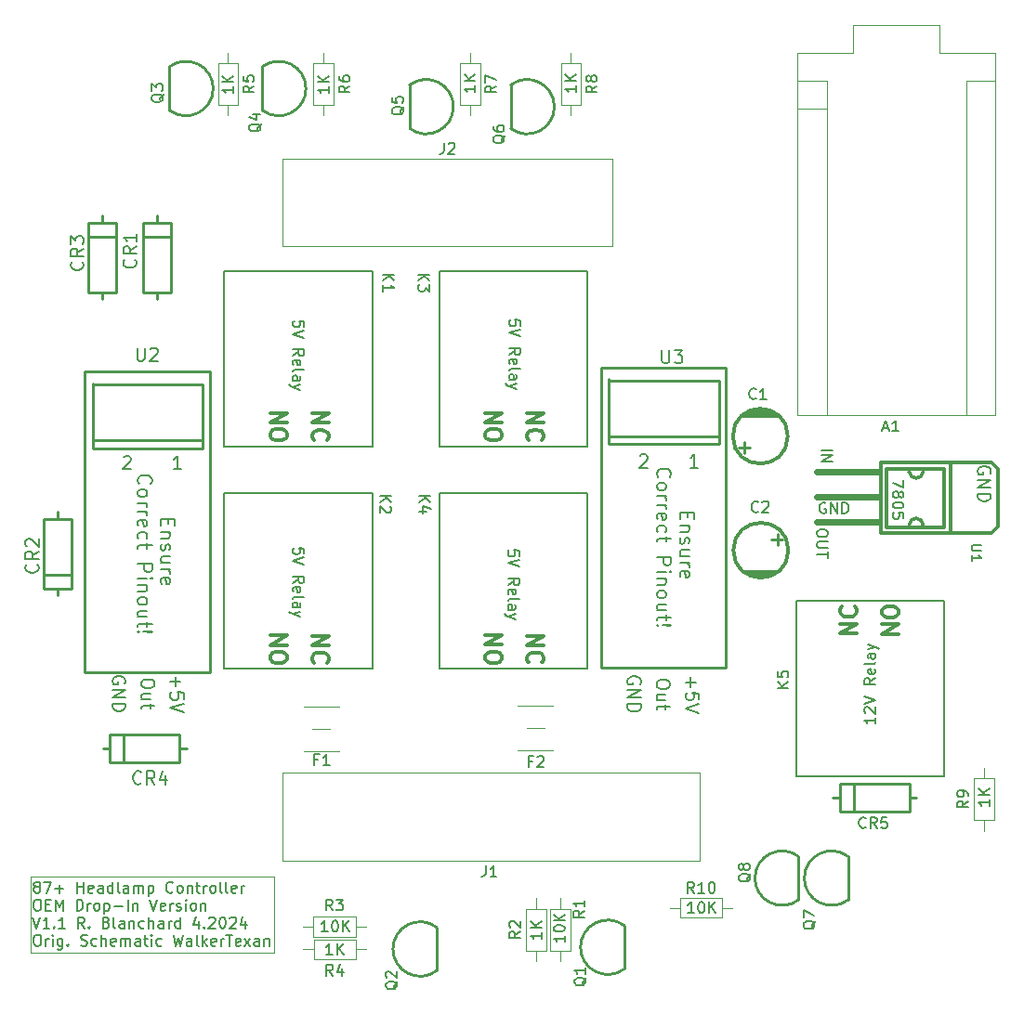
<source format=gbr>
%TF.GenerationSoftware,KiCad,Pcbnew,8.0.1*%
%TF.CreationDate,2024-05-08T21:45:22-04:00*%
%TF.ProjectId,Headlight Controller 1_1,48656164-6c69-4676-9874-20436f6e7472,1.1*%
%TF.SameCoordinates,Original*%
%TF.FileFunction,Legend,Top*%
%TF.FilePolarity,Positive*%
%FSLAX46Y46*%
G04 Gerber Fmt 4.6, Leading zero omitted, Abs format (unit mm)*
G04 Created by KiCad (PCBNEW 8.0.1) date 2024-05-08 21:45:22*
%MOMM*%
%LPD*%
G01*
G04 APERTURE LIST*
%ADD10C,0.100000*%
%ADD11C,0.150000*%
%ADD12C,0.200000*%
%ADD13C,0.300000*%
%ADD14C,0.152400*%
%ADD15C,0.254000*%
%ADD16C,0.120000*%
%ADD17C,0.609600*%
%ADD18C,0.304800*%
G04 APERTURE END LIST*
D10*
X109595642Y-88831739D02*
X106293642Y-88831739D01*
X107244642Y-88225739D01*
X108744642Y-88225739D01*
X109595642Y-88831739D01*
G36*
X109595642Y-88831739D02*
G01*
X106293642Y-88831739D01*
X107244642Y-88225739D01*
X108744642Y-88225739D01*
X109595642Y-88831739D01*
G37*
X41519709Y-130759612D02*
X63700000Y-130759612D01*
X63700000Y-137700000D01*
X41519709Y-137700000D01*
X41519709Y-130759612D01*
X108537249Y-103454594D02*
X107293642Y-103374261D01*
X106398000Y-102794000D01*
X109700000Y-102794000D01*
X108537249Y-103454594D01*
G36*
X108537249Y-103454594D02*
G01*
X107293642Y-103374261D01*
X106398000Y-102794000D01*
X109700000Y-102794000D01*
X108537249Y-103454594D01*
G37*
D11*
X68679819Y-58739411D02*
X68679819Y-59310839D01*
X68679819Y-59025125D02*
X67679819Y-59025125D01*
X67679819Y-59025125D02*
X67822676Y-59120363D01*
X67822676Y-59120363D02*
X67917914Y-59215601D01*
X67917914Y-59215601D02*
X67965533Y-59310839D01*
X68679819Y-58310839D02*
X67679819Y-58310839D01*
X68679819Y-57739411D02*
X68108390Y-58167982D01*
X67679819Y-57739411D02*
X68251247Y-58310839D01*
X101340774Y-97570111D02*
X101340774Y-98003445D01*
X100659822Y-98189159D02*
X100659822Y-97570111D01*
X100659822Y-97570111D02*
X101959822Y-97570111D01*
X101959822Y-97570111D02*
X101959822Y-98189159D01*
X101526488Y-98746301D02*
X100659822Y-98746301D01*
X101402679Y-98746301D02*
X101464584Y-98808206D01*
X101464584Y-98808206D02*
X101526488Y-98932016D01*
X101526488Y-98932016D02*
X101526488Y-99117730D01*
X101526488Y-99117730D02*
X101464584Y-99241539D01*
X101464584Y-99241539D02*
X101340774Y-99303444D01*
X101340774Y-99303444D02*
X100659822Y-99303444D01*
X100721727Y-99860587D02*
X100659822Y-99984396D01*
X100659822Y-99984396D02*
X100659822Y-100232015D01*
X100659822Y-100232015D02*
X100721727Y-100355825D01*
X100721727Y-100355825D02*
X100845536Y-100417729D01*
X100845536Y-100417729D02*
X100907441Y-100417729D01*
X100907441Y-100417729D02*
X101031250Y-100355825D01*
X101031250Y-100355825D02*
X101093155Y-100232015D01*
X101093155Y-100232015D02*
X101093155Y-100046301D01*
X101093155Y-100046301D02*
X101155060Y-99922491D01*
X101155060Y-99922491D02*
X101278869Y-99860587D01*
X101278869Y-99860587D02*
X101340774Y-99860587D01*
X101340774Y-99860587D02*
X101464584Y-99922491D01*
X101464584Y-99922491D02*
X101526488Y-100046301D01*
X101526488Y-100046301D02*
X101526488Y-100232015D01*
X101526488Y-100232015D02*
X101464584Y-100355825D01*
X101526488Y-101532015D02*
X100659822Y-101532015D01*
X101526488Y-100974872D02*
X100845536Y-100974872D01*
X100845536Y-100974872D02*
X100721727Y-101036777D01*
X100721727Y-101036777D02*
X100659822Y-101160587D01*
X100659822Y-101160587D02*
X100659822Y-101346301D01*
X100659822Y-101346301D02*
X100721727Y-101470110D01*
X100721727Y-101470110D02*
X100783631Y-101532015D01*
X100659822Y-102151062D02*
X101526488Y-102151062D01*
X101278869Y-102151062D02*
X101402679Y-102212967D01*
X101402679Y-102212967D02*
X101464584Y-102274872D01*
X101464584Y-102274872D02*
X101526488Y-102398681D01*
X101526488Y-102398681D02*
X101526488Y-102522491D01*
X100721727Y-103451062D02*
X100659822Y-103327253D01*
X100659822Y-103327253D02*
X100659822Y-103079634D01*
X100659822Y-103079634D02*
X100721727Y-102955824D01*
X100721727Y-102955824D02*
X100845536Y-102893920D01*
X100845536Y-102893920D02*
X101340774Y-102893920D01*
X101340774Y-102893920D02*
X101464584Y-102955824D01*
X101464584Y-102955824D02*
X101526488Y-103079634D01*
X101526488Y-103079634D02*
X101526488Y-103327253D01*
X101526488Y-103327253D02*
X101464584Y-103451062D01*
X101464584Y-103451062D02*
X101340774Y-103512967D01*
X101340774Y-103512967D02*
X101216965Y-103512967D01*
X101216965Y-103512967D02*
X101093155Y-102893920D01*
X98690704Y-94351064D02*
X98628800Y-94289160D01*
X98628800Y-94289160D02*
X98566895Y-94103445D01*
X98566895Y-94103445D02*
X98566895Y-93979636D01*
X98566895Y-93979636D02*
X98628800Y-93793922D01*
X98628800Y-93793922D02*
X98752609Y-93670112D01*
X98752609Y-93670112D02*
X98876419Y-93608207D01*
X98876419Y-93608207D02*
X99124038Y-93546303D01*
X99124038Y-93546303D02*
X99309752Y-93546303D01*
X99309752Y-93546303D02*
X99557371Y-93608207D01*
X99557371Y-93608207D02*
X99681180Y-93670112D01*
X99681180Y-93670112D02*
X99804990Y-93793922D01*
X99804990Y-93793922D02*
X99866895Y-93979636D01*
X99866895Y-93979636D02*
X99866895Y-94103445D01*
X99866895Y-94103445D02*
X99804990Y-94289160D01*
X99804990Y-94289160D02*
X99743085Y-94351064D01*
X98566895Y-95093922D02*
X98628800Y-94970112D01*
X98628800Y-94970112D02*
X98690704Y-94908207D01*
X98690704Y-94908207D02*
X98814514Y-94846303D01*
X98814514Y-94846303D02*
X99185942Y-94846303D01*
X99185942Y-94846303D02*
X99309752Y-94908207D01*
X99309752Y-94908207D02*
X99371657Y-94970112D01*
X99371657Y-94970112D02*
X99433561Y-95093922D01*
X99433561Y-95093922D02*
X99433561Y-95279636D01*
X99433561Y-95279636D02*
X99371657Y-95403445D01*
X99371657Y-95403445D02*
X99309752Y-95465350D01*
X99309752Y-95465350D02*
X99185942Y-95527255D01*
X99185942Y-95527255D02*
X98814514Y-95527255D01*
X98814514Y-95527255D02*
X98690704Y-95465350D01*
X98690704Y-95465350D02*
X98628800Y-95403445D01*
X98628800Y-95403445D02*
X98566895Y-95279636D01*
X98566895Y-95279636D02*
X98566895Y-95093922D01*
X98566895Y-96084397D02*
X99433561Y-96084397D01*
X99185942Y-96084397D02*
X99309752Y-96146302D01*
X99309752Y-96146302D02*
X99371657Y-96208207D01*
X99371657Y-96208207D02*
X99433561Y-96332016D01*
X99433561Y-96332016D02*
X99433561Y-96455826D01*
X98566895Y-96889159D02*
X99433561Y-96889159D01*
X99185942Y-96889159D02*
X99309752Y-96951064D01*
X99309752Y-96951064D02*
X99371657Y-97012969D01*
X99371657Y-97012969D02*
X99433561Y-97136778D01*
X99433561Y-97136778D02*
X99433561Y-97260588D01*
X98628800Y-98189159D02*
X98566895Y-98065350D01*
X98566895Y-98065350D02*
X98566895Y-97817731D01*
X98566895Y-97817731D02*
X98628800Y-97693921D01*
X98628800Y-97693921D02*
X98752609Y-97632017D01*
X98752609Y-97632017D02*
X99247847Y-97632017D01*
X99247847Y-97632017D02*
X99371657Y-97693921D01*
X99371657Y-97693921D02*
X99433561Y-97817731D01*
X99433561Y-97817731D02*
X99433561Y-98065350D01*
X99433561Y-98065350D02*
X99371657Y-98189159D01*
X99371657Y-98189159D02*
X99247847Y-98251064D01*
X99247847Y-98251064D02*
X99124038Y-98251064D01*
X99124038Y-98251064D02*
X99000228Y-97632017D01*
X98628800Y-99365350D02*
X98566895Y-99241541D01*
X98566895Y-99241541D02*
X98566895Y-98993922D01*
X98566895Y-98993922D02*
X98628800Y-98870112D01*
X98628800Y-98870112D02*
X98690704Y-98808207D01*
X98690704Y-98808207D02*
X98814514Y-98746303D01*
X98814514Y-98746303D02*
X99185942Y-98746303D01*
X99185942Y-98746303D02*
X99309752Y-98808207D01*
X99309752Y-98808207D02*
X99371657Y-98870112D01*
X99371657Y-98870112D02*
X99433561Y-98993922D01*
X99433561Y-98993922D02*
X99433561Y-99241541D01*
X99433561Y-99241541D02*
X99371657Y-99365350D01*
X99433561Y-99736779D02*
X99433561Y-100232017D01*
X99866895Y-99922493D02*
X98752609Y-99922493D01*
X98752609Y-99922493D02*
X98628800Y-99984398D01*
X98628800Y-99984398D02*
X98566895Y-100108208D01*
X98566895Y-100108208D02*
X98566895Y-100232017D01*
X98566895Y-101655826D02*
X99866895Y-101655826D01*
X99866895Y-101655826D02*
X99866895Y-102151064D01*
X99866895Y-102151064D02*
X99804990Y-102274874D01*
X99804990Y-102274874D02*
X99743085Y-102336779D01*
X99743085Y-102336779D02*
X99619276Y-102398683D01*
X99619276Y-102398683D02*
X99433561Y-102398683D01*
X99433561Y-102398683D02*
X99309752Y-102336779D01*
X99309752Y-102336779D02*
X99247847Y-102274874D01*
X99247847Y-102274874D02*
X99185942Y-102151064D01*
X99185942Y-102151064D02*
X99185942Y-101655826D01*
X98566895Y-102955826D02*
X99433561Y-102955826D01*
X99866895Y-102955826D02*
X99804990Y-102893922D01*
X99804990Y-102893922D02*
X99743085Y-102955826D01*
X99743085Y-102955826D02*
X99804990Y-103017731D01*
X99804990Y-103017731D02*
X99866895Y-102955826D01*
X99866895Y-102955826D02*
X99743085Y-102955826D01*
X99433561Y-103574874D02*
X98566895Y-103574874D01*
X99309752Y-103574874D02*
X99371657Y-103636779D01*
X99371657Y-103636779D02*
X99433561Y-103760589D01*
X99433561Y-103760589D02*
X99433561Y-103946303D01*
X99433561Y-103946303D02*
X99371657Y-104070112D01*
X99371657Y-104070112D02*
X99247847Y-104132017D01*
X99247847Y-104132017D02*
X98566895Y-104132017D01*
X98566895Y-104936779D02*
X98628800Y-104812969D01*
X98628800Y-104812969D02*
X98690704Y-104751064D01*
X98690704Y-104751064D02*
X98814514Y-104689160D01*
X98814514Y-104689160D02*
X99185942Y-104689160D01*
X99185942Y-104689160D02*
X99309752Y-104751064D01*
X99309752Y-104751064D02*
X99371657Y-104812969D01*
X99371657Y-104812969D02*
X99433561Y-104936779D01*
X99433561Y-104936779D02*
X99433561Y-105122493D01*
X99433561Y-105122493D02*
X99371657Y-105246302D01*
X99371657Y-105246302D02*
X99309752Y-105308207D01*
X99309752Y-105308207D02*
X99185942Y-105370112D01*
X99185942Y-105370112D02*
X98814514Y-105370112D01*
X98814514Y-105370112D02*
X98690704Y-105308207D01*
X98690704Y-105308207D02*
X98628800Y-105246302D01*
X98628800Y-105246302D02*
X98566895Y-105122493D01*
X98566895Y-105122493D02*
X98566895Y-104936779D01*
X99433561Y-106484397D02*
X98566895Y-106484397D01*
X99433561Y-105927254D02*
X98752609Y-105927254D01*
X98752609Y-105927254D02*
X98628800Y-105989159D01*
X98628800Y-105989159D02*
X98566895Y-106112969D01*
X98566895Y-106112969D02*
X98566895Y-106298683D01*
X98566895Y-106298683D02*
X98628800Y-106422492D01*
X98628800Y-106422492D02*
X98690704Y-106484397D01*
X99433561Y-106917730D02*
X99433561Y-107412968D01*
X99866895Y-107103444D02*
X98752609Y-107103444D01*
X98752609Y-107103444D02*
X98628800Y-107165349D01*
X98628800Y-107165349D02*
X98566895Y-107289159D01*
X98566895Y-107289159D02*
X98566895Y-107412968D01*
X98690704Y-107846301D02*
X98628800Y-107908206D01*
X98628800Y-107908206D02*
X98566895Y-107846301D01*
X98566895Y-107846301D02*
X98628800Y-107784397D01*
X98628800Y-107784397D02*
X98690704Y-107846301D01*
X98690704Y-107846301D02*
X98566895Y-107846301D01*
X99062133Y-107846301D02*
X99804990Y-107784397D01*
X99804990Y-107784397D02*
X99866895Y-107846301D01*
X99866895Y-107846301D02*
X99804990Y-107908206D01*
X99804990Y-107908206D02*
X99062133Y-107846301D01*
X99062133Y-107846301D02*
X99866895Y-107846301D01*
X128869819Y-123739411D02*
X128869819Y-124310839D01*
X128869819Y-124025125D02*
X127869819Y-124025125D01*
X127869819Y-124025125D02*
X128012676Y-124120363D01*
X128012676Y-124120363D02*
X128107914Y-124215601D01*
X128107914Y-124215601D02*
X128155533Y-124310839D01*
X128869819Y-123310839D02*
X127869819Y-123310839D01*
X128869819Y-122739411D02*
X128298390Y-123167982D01*
X127869819Y-122739411D02*
X128441247Y-123310839D01*
X101960588Y-134069819D02*
X101389160Y-134069819D01*
X101674874Y-134069819D02*
X101674874Y-133069819D01*
X101674874Y-133069819D02*
X101579636Y-133212676D01*
X101579636Y-133212676D02*
X101484398Y-133307914D01*
X101484398Y-133307914D02*
X101389160Y-133355533D01*
X102579636Y-133069819D02*
X102674874Y-133069819D01*
X102674874Y-133069819D02*
X102770112Y-133117438D01*
X102770112Y-133117438D02*
X102817731Y-133165057D01*
X102817731Y-133165057D02*
X102865350Y-133260295D01*
X102865350Y-133260295D02*
X102912969Y-133450771D01*
X102912969Y-133450771D02*
X102912969Y-133688866D01*
X102912969Y-133688866D02*
X102865350Y-133879342D01*
X102865350Y-133879342D02*
X102817731Y-133974580D01*
X102817731Y-133974580D02*
X102770112Y-134022200D01*
X102770112Y-134022200D02*
X102674874Y-134069819D01*
X102674874Y-134069819D02*
X102579636Y-134069819D01*
X102579636Y-134069819D02*
X102484398Y-134022200D01*
X102484398Y-134022200D02*
X102436779Y-133974580D01*
X102436779Y-133974580D02*
X102389160Y-133879342D01*
X102389160Y-133879342D02*
X102341541Y-133688866D01*
X102341541Y-133688866D02*
X102341541Y-133450771D01*
X102341541Y-133450771D02*
X102389160Y-133260295D01*
X102389160Y-133260295D02*
X102436779Y-133165057D01*
X102436779Y-133165057D02*
X102484398Y-133117438D01*
X102484398Y-133117438D02*
X102579636Y-133069819D01*
X103341541Y-134069819D02*
X103341541Y-133069819D01*
X103912969Y-134069819D02*
X103484398Y-133498390D01*
X103912969Y-133069819D02*
X103341541Y-133641247D01*
X54040774Y-98170111D02*
X54040774Y-98603445D01*
X53359822Y-98789159D02*
X53359822Y-98170111D01*
X53359822Y-98170111D02*
X54659822Y-98170111D01*
X54659822Y-98170111D02*
X54659822Y-98789159D01*
X54226488Y-99346301D02*
X53359822Y-99346301D01*
X54102679Y-99346301D02*
X54164584Y-99408206D01*
X54164584Y-99408206D02*
X54226488Y-99532016D01*
X54226488Y-99532016D02*
X54226488Y-99717730D01*
X54226488Y-99717730D02*
X54164584Y-99841539D01*
X54164584Y-99841539D02*
X54040774Y-99903444D01*
X54040774Y-99903444D02*
X53359822Y-99903444D01*
X53421727Y-100460587D02*
X53359822Y-100584396D01*
X53359822Y-100584396D02*
X53359822Y-100832015D01*
X53359822Y-100832015D02*
X53421727Y-100955825D01*
X53421727Y-100955825D02*
X53545536Y-101017729D01*
X53545536Y-101017729D02*
X53607441Y-101017729D01*
X53607441Y-101017729D02*
X53731250Y-100955825D01*
X53731250Y-100955825D02*
X53793155Y-100832015D01*
X53793155Y-100832015D02*
X53793155Y-100646301D01*
X53793155Y-100646301D02*
X53855060Y-100522491D01*
X53855060Y-100522491D02*
X53978869Y-100460587D01*
X53978869Y-100460587D02*
X54040774Y-100460587D01*
X54040774Y-100460587D02*
X54164584Y-100522491D01*
X54164584Y-100522491D02*
X54226488Y-100646301D01*
X54226488Y-100646301D02*
X54226488Y-100832015D01*
X54226488Y-100832015D02*
X54164584Y-100955825D01*
X54226488Y-102132015D02*
X53359822Y-102132015D01*
X54226488Y-101574872D02*
X53545536Y-101574872D01*
X53545536Y-101574872D02*
X53421727Y-101636777D01*
X53421727Y-101636777D02*
X53359822Y-101760587D01*
X53359822Y-101760587D02*
X53359822Y-101946301D01*
X53359822Y-101946301D02*
X53421727Y-102070110D01*
X53421727Y-102070110D02*
X53483631Y-102132015D01*
X53359822Y-102751062D02*
X54226488Y-102751062D01*
X53978869Y-102751062D02*
X54102679Y-102812967D01*
X54102679Y-102812967D02*
X54164584Y-102874872D01*
X54164584Y-102874872D02*
X54226488Y-102998681D01*
X54226488Y-102998681D02*
X54226488Y-103122491D01*
X53421727Y-104051062D02*
X53359822Y-103927253D01*
X53359822Y-103927253D02*
X53359822Y-103679634D01*
X53359822Y-103679634D02*
X53421727Y-103555824D01*
X53421727Y-103555824D02*
X53545536Y-103493920D01*
X53545536Y-103493920D02*
X54040774Y-103493920D01*
X54040774Y-103493920D02*
X54164584Y-103555824D01*
X54164584Y-103555824D02*
X54226488Y-103679634D01*
X54226488Y-103679634D02*
X54226488Y-103927253D01*
X54226488Y-103927253D02*
X54164584Y-104051062D01*
X54164584Y-104051062D02*
X54040774Y-104112967D01*
X54040774Y-104112967D02*
X53916965Y-104112967D01*
X53916965Y-104112967D02*
X53793155Y-103493920D01*
X51390704Y-94951064D02*
X51328800Y-94889160D01*
X51328800Y-94889160D02*
X51266895Y-94703445D01*
X51266895Y-94703445D02*
X51266895Y-94579636D01*
X51266895Y-94579636D02*
X51328800Y-94393922D01*
X51328800Y-94393922D02*
X51452609Y-94270112D01*
X51452609Y-94270112D02*
X51576419Y-94208207D01*
X51576419Y-94208207D02*
X51824038Y-94146303D01*
X51824038Y-94146303D02*
X52009752Y-94146303D01*
X52009752Y-94146303D02*
X52257371Y-94208207D01*
X52257371Y-94208207D02*
X52381180Y-94270112D01*
X52381180Y-94270112D02*
X52504990Y-94393922D01*
X52504990Y-94393922D02*
X52566895Y-94579636D01*
X52566895Y-94579636D02*
X52566895Y-94703445D01*
X52566895Y-94703445D02*
X52504990Y-94889160D01*
X52504990Y-94889160D02*
X52443085Y-94951064D01*
X51266895Y-95693922D02*
X51328800Y-95570112D01*
X51328800Y-95570112D02*
X51390704Y-95508207D01*
X51390704Y-95508207D02*
X51514514Y-95446303D01*
X51514514Y-95446303D02*
X51885942Y-95446303D01*
X51885942Y-95446303D02*
X52009752Y-95508207D01*
X52009752Y-95508207D02*
X52071657Y-95570112D01*
X52071657Y-95570112D02*
X52133561Y-95693922D01*
X52133561Y-95693922D02*
X52133561Y-95879636D01*
X52133561Y-95879636D02*
X52071657Y-96003445D01*
X52071657Y-96003445D02*
X52009752Y-96065350D01*
X52009752Y-96065350D02*
X51885942Y-96127255D01*
X51885942Y-96127255D02*
X51514514Y-96127255D01*
X51514514Y-96127255D02*
X51390704Y-96065350D01*
X51390704Y-96065350D02*
X51328800Y-96003445D01*
X51328800Y-96003445D02*
X51266895Y-95879636D01*
X51266895Y-95879636D02*
X51266895Y-95693922D01*
X51266895Y-96684397D02*
X52133561Y-96684397D01*
X51885942Y-96684397D02*
X52009752Y-96746302D01*
X52009752Y-96746302D02*
X52071657Y-96808207D01*
X52071657Y-96808207D02*
X52133561Y-96932016D01*
X52133561Y-96932016D02*
X52133561Y-97055826D01*
X51266895Y-97489159D02*
X52133561Y-97489159D01*
X51885942Y-97489159D02*
X52009752Y-97551064D01*
X52009752Y-97551064D02*
X52071657Y-97612969D01*
X52071657Y-97612969D02*
X52133561Y-97736778D01*
X52133561Y-97736778D02*
X52133561Y-97860588D01*
X51328800Y-98789159D02*
X51266895Y-98665350D01*
X51266895Y-98665350D02*
X51266895Y-98417731D01*
X51266895Y-98417731D02*
X51328800Y-98293921D01*
X51328800Y-98293921D02*
X51452609Y-98232017D01*
X51452609Y-98232017D02*
X51947847Y-98232017D01*
X51947847Y-98232017D02*
X52071657Y-98293921D01*
X52071657Y-98293921D02*
X52133561Y-98417731D01*
X52133561Y-98417731D02*
X52133561Y-98665350D01*
X52133561Y-98665350D02*
X52071657Y-98789159D01*
X52071657Y-98789159D02*
X51947847Y-98851064D01*
X51947847Y-98851064D02*
X51824038Y-98851064D01*
X51824038Y-98851064D02*
X51700228Y-98232017D01*
X51328800Y-99965350D02*
X51266895Y-99841541D01*
X51266895Y-99841541D02*
X51266895Y-99593922D01*
X51266895Y-99593922D02*
X51328800Y-99470112D01*
X51328800Y-99470112D02*
X51390704Y-99408207D01*
X51390704Y-99408207D02*
X51514514Y-99346303D01*
X51514514Y-99346303D02*
X51885942Y-99346303D01*
X51885942Y-99346303D02*
X52009752Y-99408207D01*
X52009752Y-99408207D02*
X52071657Y-99470112D01*
X52071657Y-99470112D02*
X52133561Y-99593922D01*
X52133561Y-99593922D02*
X52133561Y-99841541D01*
X52133561Y-99841541D02*
X52071657Y-99965350D01*
X52133561Y-100336779D02*
X52133561Y-100832017D01*
X52566895Y-100522493D02*
X51452609Y-100522493D01*
X51452609Y-100522493D02*
X51328800Y-100584398D01*
X51328800Y-100584398D02*
X51266895Y-100708208D01*
X51266895Y-100708208D02*
X51266895Y-100832017D01*
X51266895Y-102255826D02*
X52566895Y-102255826D01*
X52566895Y-102255826D02*
X52566895Y-102751064D01*
X52566895Y-102751064D02*
X52504990Y-102874874D01*
X52504990Y-102874874D02*
X52443085Y-102936779D01*
X52443085Y-102936779D02*
X52319276Y-102998683D01*
X52319276Y-102998683D02*
X52133561Y-102998683D01*
X52133561Y-102998683D02*
X52009752Y-102936779D01*
X52009752Y-102936779D02*
X51947847Y-102874874D01*
X51947847Y-102874874D02*
X51885942Y-102751064D01*
X51885942Y-102751064D02*
X51885942Y-102255826D01*
X51266895Y-103555826D02*
X52133561Y-103555826D01*
X52566895Y-103555826D02*
X52504990Y-103493922D01*
X52504990Y-103493922D02*
X52443085Y-103555826D01*
X52443085Y-103555826D02*
X52504990Y-103617731D01*
X52504990Y-103617731D02*
X52566895Y-103555826D01*
X52566895Y-103555826D02*
X52443085Y-103555826D01*
X52133561Y-104174874D02*
X51266895Y-104174874D01*
X52009752Y-104174874D02*
X52071657Y-104236779D01*
X52071657Y-104236779D02*
X52133561Y-104360589D01*
X52133561Y-104360589D02*
X52133561Y-104546303D01*
X52133561Y-104546303D02*
X52071657Y-104670112D01*
X52071657Y-104670112D02*
X51947847Y-104732017D01*
X51947847Y-104732017D02*
X51266895Y-104732017D01*
X51266895Y-105536779D02*
X51328800Y-105412969D01*
X51328800Y-105412969D02*
X51390704Y-105351064D01*
X51390704Y-105351064D02*
X51514514Y-105289160D01*
X51514514Y-105289160D02*
X51885942Y-105289160D01*
X51885942Y-105289160D02*
X52009752Y-105351064D01*
X52009752Y-105351064D02*
X52071657Y-105412969D01*
X52071657Y-105412969D02*
X52133561Y-105536779D01*
X52133561Y-105536779D02*
X52133561Y-105722493D01*
X52133561Y-105722493D02*
X52071657Y-105846302D01*
X52071657Y-105846302D02*
X52009752Y-105908207D01*
X52009752Y-105908207D02*
X51885942Y-105970112D01*
X51885942Y-105970112D02*
X51514514Y-105970112D01*
X51514514Y-105970112D02*
X51390704Y-105908207D01*
X51390704Y-105908207D02*
X51328800Y-105846302D01*
X51328800Y-105846302D02*
X51266895Y-105722493D01*
X51266895Y-105722493D02*
X51266895Y-105536779D01*
X52133561Y-107084397D02*
X51266895Y-107084397D01*
X52133561Y-106527254D02*
X51452609Y-106527254D01*
X51452609Y-106527254D02*
X51328800Y-106589159D01*
X51328800Y-106589159D02*
X51266895Y-106712969D01*
X51266895Y-106712969D02*
X51266895Y-106898683D01*
X51266895Y-106898683D02*
X51328800Y-107022492D01*
X51328800Y-107022492D02*
X51390704Y-107084397D01*
X52133561Y-107517730D02*
X52133561Y-108012968D01*
X52566895Y-107703444D02*
X51452609Y-107703444D01*
X51452609Y-107703444D02*
X51328800Y-107765349D01*
X51328800Y-107765349D02*
X51266895Y-107889159D01*
X51266895Y-107889159D02*
X51266895Y-108012968D01*
X51390704Y-108446301D02*
X51328800Y-108508206D01*
X51328800Y-108508206D02*
X51266895Y-108446301D01*
X51266895Y-108446301D02*
X51328800Y-108384397D01*
X51328800Y-108384397D02*
X51390704Y-108446301D01*
X51390704Y-108446301D02*
X51266895Y-108446301D01*
X51762133Y-108446301D02*
X52504990Y-108384397D01*
X52504990Y-108384397D02*
X52566895Y-108446301D01*
X52566895Y-108446301D02*
X52504990Y-108508206D01*
X52504990Y-108508206D02*
X51762133Y-108446301D01*
X51762133Y-108446301D02*
X52566895Y-108446301D01*
X59969819Y-58739411D02*
X59969819Y-59310839D01*
X59969819Y-59025125D02*
X58969819Y-59025125D01*
X58969819Y-59025125D02*
X59112676Y-59120363D01*
X59112676Y-59120363D02*
X59207914Y-59215601D01*
X59207914Y-59215601D02*
X59255533Y-59310839D01*
X59969819Y-58310839D02*
X58969819Y-58310839D01*
X59969819Y-57739411D02*
X59398390Y-58167982D01*
X58969819Y-57739411D02*
X59541247Y-58310839D01*
X91214874Y-58639411D02*
X91214874Y-59210839D01*
X91214874Y-58925125D02*
X90214874Y-58925125D01*
X90214874Y-58925125D02*
X90357731Y-59020363D01*
X90357731Y-59020363D02*
X90452969Y-59115601D01*
X90452969Y-59115601D02*
X90500588Y-59210839D01*
X91214874Y-58210839D02*
X90214874Y-58210839D01*
X91214874Y-57639411D02*
X90643445Y-58067982D01*
X90214874Y-57639411D02*
X90786302Y-58210839D01*
D12*
X52807257Y-113060149D02*
X52807257Y-113288721D01*
X52807257Y-113288721D02*
X52750114Y-113403006D01*
X52750114Y-113403006D02*
X52635828Y-113517292D01*
X52635828Y-113517292D02*
X52407257Y-113574435D01*
X52407257Y-113574435D02*
X52007257Y-113574435D01*
X52007257Y-113574435D02*
X51778685Y-113517292D01*
X51778685Y-113517292D02*
X51664400Y-113403006D01*
X51664400Y-113403006D02*
X51607257Y-113288721D01*
X51607257Y-113288721D02*
X51607257Y-113060149D01*
X51607257Y-113060149D02*
X51664400Y-112945864D01*
X51664400Y-112945864D02*
X51778685Y-112831578D01*
X51778685Y-112831578D02*
X52007257Y-112774435D01*
X52007257Y-112774435D02*
X52407257Y-112774435D01*
X52407257Y-112774435D02*
X52635828Y-112831578D01*
X52635828Y-112831578D02*
X52750114Y-112945864D01*
X52750114Y-112945864D02*
X52807257Y-113060149D01*
X52407257Y-114603007D02*
X51607257Y-114603007D01*
X52407257Y-114088721D02*
X51778685Y-114088721D01*
X51778685Y-114088721D02*
X51664400Y-114145864D01*
X51664400Y-114145864D02*
X51607257Y-114260149D01*
X51607257Y-114260149D02*
X51607257Y-114431578D01*
X51607257Y-114431578D02*
X51664400Y-114545864D01*
X51664400Y-114545864D02*
X51721542Y-114603007D01*
X52407257Y-115003006D02*
X52407257Y-115460149D01*
X52807257Y-115174435D02*
X51778685Y-115174435D01*
X51778685Y-115174435D02*
X51664400Y-115231578D01*
X51664400Y-115231578D02*
X51607257Y-115345863D01*
X51607257Y-115345863D02*
X51607257Y-115460149D01*
D11*
X69010588Y-137869819D02*
X68439160Y-137869819D01*
X68724874Y-137869819D02*
X68724874Y-136869819D01*
X68724874Y-136869819D02*
X68629636Y-137012676D01*
X68629636Y-137012676D02*
X68534398Y-137107914D01*
X68534398Y-137107914D02*
X68439160Y-137155533D01*
X69439160Y-137869819D02*
X69439160Y-136869819D01*
X70010588Y-137869819D02*
X69582017Y-137298390D01*
X70010588Y-136869819D02*
X69439160Y-137441247D01*
X86130180Y-80512969D02*
X86130180Y-80036779D01*
X86130180Y-80036779D02*
X85653990Y-79989160D01*
X85653990Y-79989160D02*
X85701609Y-80036779D01*
X85701609Y-80036779D02*
X85749228Y-80132017D01*
X85749228Y-80132017D02*
X85749228Y-80370112D01*
X85749228Y-80370112D02*
X85701609Y-80465350D01*
X85701609Y-80465350D02*
X85653990Y-80512969D01*
X85653990Y-80512969D02*
X85558752Y-80560588D01*
X85558752Y-80560588D02*
X85320657Y-80560588D01*
X85320657Y-80560588D02*
X85225419Y-80512969D01*
X85225419Y-80512969D02*
X85177800Y-80465350D01*
X85177800Y-80465350D02*
X85130180Y-80370112D01*
X85130180Y-80370112D02*
X85130180Y-80132017D01*
X85130180Y-80132017D02*
X85177800Y-80036779D01*
X85177800Y-80036779D02*
X85225419Y-79989160D01*
X86130180Y-80846303D02*
X85130180Y-81179636D01*
X85130180Y-81179636D02*
X86130180Y-81512969D01*
X85130180Y-83179636D02*
X85606371Y-82846303D01*
X85130180Y-82608208D02*
X86130180Y-82608208D01*
X86130180Y-82608208D02*
X86130180Y-82989160D01*
X86130180Y-82989160D02*
X86082561Y-83084398D01*
X86082561Y-83084398D02*
X86034942Y-83132017D01*
X86034942Y-83132017D02*
X85939704Y-83179636D01*
X85939704Y-83179636D02*
X85796847Y-83179636D01*
X85796847Y-83179636D02*
X85701609Y-83132017D01*
X85701609Y-83132017D02*
X85653990Y-83084398D01*
X85653990Y-83084398D02*
X85606371Y-82989160D01*
X85606371Y-82989160D02*
X85606371Y-82608208D01*
X85177800Y-83989160D02*
X85130180Y-83893922D01*
X85130180Y-83893922D02*
X85130180Y-83703446D01*
X85130180Y-83703446D02*
X85177800Y-83608208D01*
X85177800Y-83608208D02*
X85273038Y-83560589D01*
X85273038Y-83560589D02*
X85653990Y-83560589D01*
X85653990Y-83560589D02*
X85749228Y-83608208D01*
X85749228Y-83608208D02*
X85796847Y-83703446D01*
X85796847Y-83703446D02*
X85796847Y-83893922D01*
X85796847Y-83893922D02*
X85749228Y-83989160D01*
X85749228Y-83989160D02*
X85653990Y-84036779D01*
X85653990Y-84036779D02*
X85558752Y-84036779D01*
X85558752Y-84036779D02*
X85463514Y-83560589D01*
X85130180Y-84608208D02*
X85177800Y-84512970D01*
X85177800Y-84512970D02*
X85273038Y-84465351D01*
X85273038Y-84465351D02*
X86130180Y-84465351D01*
X85130180Y-85417732D02*
X85653990Y-85417732D01*
X85653990Y-85417732D02*
X85749228Y-85370113D01*
X85749228Y-85370113D02*
X85796847Y-85274875D01*
X85796847Y-85274875D02*
X85796847Y-85084399D01*
X85796847Y-85084399D02*
X85749228Y-84989161D01*
X85177800Y-85417732D02*
X85130180Y-85322494D01*
X85130180Y-85322494D02*
X85130180Y-85084399D01*
X85130180Y-85084399D02*
X85177800Y-84989161D01*
X85177800Y-84989161D02*
X85273038Y-84941542D01*
X85273038Y-84941542D02*
X85368276Y-84941542D01*
X85368276Y-84941542D02*
X85463514Y-84989161D01*
X85463514Y-84989161D02*
X85511133Y-85084399D01*
X85511133Y-85084399D02*
X85511133Y-85322494D01*
X85511133Y-85322494D02*
X85558752Y-85417732D01*
X85796847Y-85798685D02*
X85130180Y-86036780D01*
X85796847Y-86274875D02*
X85130180Y-86036780D01*
X85130180Y-86036780D02*
X84892085Y-85941542D01*
X84892085Y-85941542D02*
X84844466Y-85893923D01*
X84844466Y-85893923D02*
X84796847Y-85798685D01*
X86030180Y-101512969D02*
X86030180Y-101036779D01*
X86030180Y-101036779D02*
X85553990Y-100989160D01*
X85553990Y-100989160D02*
X85601609Y-101036779D01*
X85601609Y-101036779D02*
X85649228Y-101132017D01*
X85649228Y-101132017D02*
X85649228Y-101370112D01*
X85649228Y-101370112D02*
X85601609Y-101465350D01*
X85601609Y-101465350D02*
X85553990Y-101512969D01*
X85553990Y-101512969D02*
X85458752Y-101560588D01*
X85458752Y-101560588D02*
X85220657Y-101560588D01*
X85220657Y-101560588D02*
X85125419Y-101512969D01*
X85125419Y-101512969D02*
X85077800Y-101465350D01*
X85077800Y-101465350D02*
X85030180Y-101370112D01*
X85030180Y-101370112D02*
X85030180Y-101132017D01*
X85030180Y-101132017D02*
X85077800Y-101036779D01*
X85077800Y-101036779D02*
X85125419Y-100989160D01*
X86030180Y-101846303D02*
X85030180Y-102179636D01*
X85030180Y-102179636D02*
X86030180Y-102512969D01*
X85030180Y-104179636D02*
X85506371Y-103846303D01*
X85030180Y-103608208D02*
X86030180Y-103608208D01*
X86030180Y-103608208D02*
X86030180Y-103989160D01*
X86030180Y-103989160D02*
X85982561Y-104084398D01*
X85982561Y-104084398D02*
X85934942Y-104132017D01*
X85934942Y-104132017D02*
X85839704Y-104179636D01*
X85839704Y-104179636D02*
X85696847Y-104179636D01*
X85696847Y-104179636D02*
X85601609Y-104132017D01*
X85601609Y-104132017D02*
X85553990Y-104084398D01*
X85553990Y-104084398D02*
X85506371Y-103989160D01*
X85506371Y-103989160D02*
X85506371Y-103608208D01*
X85077800Y-104989160D02*
X85030180Y-104893922D01*
X85030180Y-104893922D02*
X85030180Y-104703446D01*
X85030180Y-104703446D02*
X85077800Y-104608208D01*
X85077800Y-104608208D02*
X85173038Y-104560589D01*
X85173038Y-104560589D02*
X85553990Y-104560589D01*
X85553990Y-104560589D02*
X85649228Y-104608208D01*
X85649228Y-104608208D02*
X85696847Y-104703446D01*
X85696847Y-104703446D02*
X85696847Y-104893922D01*
X85696847Y-104893922D02*
X85649228Y-104989160D01*
X85649228Y-104989160D02*
X85553990Y-105036779D01*
X85553990Y-105036779D02*
X85458752Y-105036779D01*
X85458752Y-105036779D02*
X85363514Y-104560589D01*
X85030180Y-105608208D02*
X85077800Y-105512970D01*
X85077800Y-105512970D02*
X85173038Y-105465351D01*
X85173038Y-105465351D02*
X86030180Y-105465351D01*
X85030180Y-106417732D02*
X85553990Y-106417732D01*
X85553990Y-106417732D02*
X85649228Y-106370113D01*
X85649228Y-106370113D02*
X85696847Y-106274875D01*
X85696847Y-106274875D02*
X85696847Y-106084399D01*
X85696847Y-106084399D02*
X85649228Y-105989161D01*
X85077800Y-106417732D02*
X85030180Y-106322494D01*
X85030180Y-106322494D02*
X85030180Y-106084399D01*
X85030180Y-106084399D02*
X85077800Y-105989161D01*
X85077800Y-105989161D02*
X85173038Y-105941542D01*
X85173038Y-105941542D02*
X85268276Y-105941542D01*
X85268276Y-105941542D02*
X85363514Y-105989161D01*
X85363514Y-105989161D02*
X85411133Y-106084399D01*
X85411133Y-106084399D02*
X85411133Y-106322494D01*
X85411133Y-106322494D02*
X85458752Y-106417732D01*
X85696847Y-106798685D02*
X85030180Y-107036780D01*
X85696847Y-107274875D02*
X85030180Y-107036780D01*
X85030180Y-107036780D02*
X84792085Y-106941542D01*
X84792085Y-106941542D02*
X84744466Y-106893923D01*
X84744466Y-106893923D02*
X84696847Y-106798685D01*
D12*
X99757257Y-113110149D02*
X99757257Y-113338721D01*
X99757257Y-113338721D02*
X99700114Y-113453006D01*
X99700114Y-113453006D02*
X99585828Y-113567292D01*
X99585828Y-113567292D02*
X99357257Y-113624435D01*
X99357257Y-113624435D02*
X98957257Y-113624435D01*
X98957257Y-113624435D02*
X98728685Y-113567292D01*
X98728685Y-113567292D02*
X98614400Y-113453006D01*
X98614400Y-113453006D02*
X98557257Y-113338721D01*
X98557257Y-113338721D02*
X98557257Y-113110149D01*
X98557257Y-113110149D02*
X98614400Y-112995864D01*
X98614400Y-112995864D02*
X98728685Y-112881578D01*
X98728685Y-112881578D02*
X98957257Y-112824435D01*
X98957257Y-112824435D02*
X99357257Y-112824435D01*
X99357257Y-112824435D02*
X99585828Y-112881578D01*
X99585828Y-112881578D02*
X99700114Y-112995864D01*
X99700114Y-112995864D02*
X99757257Y-113110149D01*
X99357257Y-114653007D02*
X98557257Y-114653007D01*
X99357257Y-114138721D02*
X98728685Y-114138721D01*
X98728685Y-114138721D02*
X98614400Y-114195864D01*
X98614400Y-114195864D02*
X98557257Y-114310149D01*
X98557257Y-114310149D02*
X98557257Y-114481578D01*
X98557257Y-114481578D02*
X98614400Y-114595864D01*
X98614400Y-114595864D02*
X98671542Y-114653007D01*
X99357257Y-115053006D02*
X99357257Y-115510149D01*
X99757257Y-115224435D02*
X98728685Y-115224435D01*
X98728685Y-115224435D02*
X98614400Y-115281578D01*
X98614400Y-115281578D02*
X98557257Y-115395863D01*
X98557257Y-115395863D02*
X98557257Y-115510149D01*
X97050114Y-113195863D02*
X97107257Y-113081578D01*
X97107257Y-113081578D02*
X97107257Y-112910149D01*
X97107257Y-112910149D02*
X97050114Y-112738720D01*
X97050114Y-112738720D02*
X96935828Y-112624435D01*
X96935828Y-112624435D02*
X96821542Y-112567292D01*
X96821542Y-112567292D02*
X96592971Y-112510149D01*
X96592971Y-112510149D02*
X96421542Y-112510149D01*
X96421542Y-112510149D02*
X96192971Y-112567292D01*
X96192971Y-112567292D02*
X96078685Y-112624435D01*
X96078685Y-112624435D02*
X95964400Y-112738720D01*
X95964400Y-112738720D02*
X95907257Y-112910149D01*
X95907257Y-112910149D02*
X95907257Y-113024435D01*
X95907257Y-113024435D02*
X95964400Y-113195863D01*
X95964400Y-113195863D02*
X96021542Y-113253006D01*
X96021542Y-113253006D02*
X96421542Y-113253006D01*
X96421542Y-113253006D02*
X96421542Y-113024435D01*
X95907257Y-113767292D02*
X97107257Y-113767292D01*
X97107257Y-113767292D02*
X95907257Y-114453006D01*
X95907257Y-114453006D02*
X97107257Y-114453006D01*
X95907257Y-115024435D02*
X97107257Y-115024435D01*
X97107257Y-115024435D02*
X97107257Y-115310149D01*
X97107257Y-115310149D02*
X97050114Y-115481578D01*
X97050114Y-115481578D02*
X96935828Y-115595863D01*
X96935828Y-115595863D02*
X96821542Y-115653006D01*
X96821542Y-115653006D02*
X96592971Y-115710149D01*
X96592971Y-115710149D02*
X96421542Y-115710149D01*
X96421542Y-115710149D02*
X96192971Y-115653006D01*
X96192971Y-115653006D02*
X96078685Y-115595863D01*
X96078685Y-115595863D02*
X95964400Y-115481578D01*
X95964400Y-115481578D02*
X95907257Y-115310149D01*
X95907257Y-115310149D02*
X95907257Y-115024435D01*
D11*
X41999345Y-131668558D02*
X41904107Y-131620939D01*
X41904107Y-131620939D02*
X41856488Y-131573320D01*
X41856488Y-131573320D02*
X41808869Y-131478082D01*
X41808869Y-131478082D02*
X41808869Y-131430463D01*
X41808869Y-131430463D02*
X41856488Y-131335225D01*
X41856488Y-131335225D02*
X41904107Y-131287606D01*
X41904107Y-131287606D02*
X41999345Y-131239987D01*
X41999345Y-131239987D02*
X42189821Y-131239987D01*
X42189821Y-131239987D02*
X42285059Y-131287606D01*
X42285059Y-131287606D02*
X42332678Y-131335225D01*
X42332678Y-131335225D02*
X42380297Y-131430463D01*
X42380297Y-131430463D02*
X42380297Y-131478082D01*
X42380297Y-131478082D02*
X42332678Y-131573320D01*
X42332678Y-131573320D02*
X42285059Y-131620939D01*
X42285059Y-131620939D02*
X42189821Y-131668558D01*
X42189821Y-131668558D02*
X41999345Y-131668558D01*
X41999345Y-131668558D02*
X41904107Y-131716177D01*
X41904107Y-131716177D02*
X41856488Y-131763796D01*
X41856488Y-131763796D02*
X41808869Y-131859034D01*
X41808869Y-131859034D02*
X41808869Y-132049510D01*
X41808869Y-132049510D02*
X41856488Y-132144748D01*
X41856488Y-132144748D02*
X41904107Y-132192368D01*
X41904107Y-132192368D02*
X41999345Y-132239987D01*
X41999345Y-132239987D02*
X42189821Y-132239987D01*
X42189821Y-132239987D02*
X42285059Y-132192368D01*
X42285059Y-132192368D02*
X42332678Y-132144748D01*
X42332678Y-132144748D02*
X42380297Y-132049510D01*
X42380297Y-132049510D02*
X42380297Y-131859034D01*
X42380297Y-131859034D02*
X42332678Y-131763796D01*
X42332678Y-131763796D02*
X42285059Y-131716177D01*
X42285059Y-131716177D02*
X42189821Y-131668558D01*
X42713631Y-131239987D02*
X43380297Y-131239987D01*
X43380297Y-131239987D02*
X42951726Y-132239987D01*
X43761250Y-131859034D02*
X44523155Y-131859034D01*
X44142202Y-132239987D02*
X44142202Y-131478082D01*
X45761250Y-132239987D02*
X45761250Y-131239987D01*
X45761250Y-131716177D02*
X46332678Y-131716177D01*
X46332678Y-132239987D02*
X46332678Y-131239987D01*
X47189821Y-132192368D02*
X47094583Y-132239987D01*
X47094583Y-132239987D02*
X46904107Y-132239987D01*
X46904107Y-132239987D02*
X46808869Y-132192368D01*
X46808869Y-132192368D02*
X46761250Y-132097129D01*
X46761250Y-132097129D02*
X46761250Y-131716177D01*
X46761250Y-131716177D02*
X46808869Y-131620939D01*
X46808869Y-131620939D02*
X46904107Y-131573320D01*
X46904107Y-131573320D02*
X47094583Y-131573320D01*
X47094583Y-131573320D02*
X47189821Y-131620939D01*
X47189821Y-131620939D02*
X47237440Y-131716177D01*
X47237440Y-131716177D02*
X47237440Y-131811415D01*
X47237440Y-131811415D02*
X46761250Y-131906653D01*
X48094583Y-132239987D02*
X48094583Y-131716177D01*
X48094583Y-131716177D02*
X48046964Y-131620939D01*
X48046964Y-131620939D02*
X47951726Y-131573320D01*
X47951726Y-131573320D02*
X47761250Y-131573320D01*
X47761250Y-131573320D02*
X47666012Y-131620939D01*
X48094583Y-132192368D02*
X47999345Y-132239987D01*
X47999345Y-132239987D02*
X47761250Y-132239987D01*
X47761250Y-132239987D02*
X47666012Y-132192368D01*
X47666012Y-132192368D02*
X47618393Y-132097129D01*
X47618393Y-132097129D02*
X47618393Y-132001891D01*
X47618393Y-132001891D02*
X47666012Y-131906653D01*
X47666012Y-131906653D02*
X47761250Y-131859034D01*
X47761250Y-131859034D02*
X47999345Y-131859034D01*
X47999345Y-131859034D02*
X48094583Y-131811415D01*
X48999345Y-132239987D02*
X48999345Y-131239987D01*
X48999345Y-132192368D02*
X48904107Y-132239987D01*
X48904107Y-132239987D02*
X48713631Y-132239987D01*
X48713631Y-132239987D02*
X48618393Y-132192368D01*
X48618393Y-132192368D02*
X48570774Y-132144748D01*
X48570774Y-132144748D02*
X48523155Y-132049510D01*
X48523155Y-132049510D02*
X48523155Y-131763796D01*
X48523155Y-131763796D02*
X48570774Y-131668558D01*
X48570774Y-131668558D02*
X48618393Y-131620939D01*
X48618393Y-131620939D02*
X48713631Y-131573320D01*
X48713631Y-131573320D02*
X48904107Y-131573320D01*
X48904107Y-131573320D02*
X48999345Y-131620939D01*
X49618393Y-132239987D02*
X49523155Y-132192368D01*
X49523155Y-132192368D02*
X49475536Y-132097129D01*
X49475536Y-132097129D02*
X49475536Y-131239987D01*
X50427917Y-132239987D02*
X50427917Y-131716177D01*
X50427917Y-131716177D02*
X50380298Y-131620939D01*
X50380298Y-131620939D02*
X50285060Y-131573320D01*
X50285060Y-131573320D02*
X50094584Y-131573320D01*
X50094584Y-131573320D02*
X49999346Y-131620939D01*
X50427917Y-132192368D02*
X50332679Y-132239987D01*
X50332679Y-132239987D02*
X50094584Y-132239987D01*
X50094584Y-132239987D02*
X49999346Y-132192368D01*
X49999346Y-132192368D02*
X49951727Y-132097129D01*
X49951727Y-132097129D02*
X49951727Y-132001891D01*
X49951727Y-132001891D02*
X49999346Y-131906653D01*
X49999346Y-131906653D02*
X50094584Y-131859034D01*
X50094584Y-131859034D02*
X50332679Y-131859034D01*
X50332679Y-131859034D02*
X50427917Y-131811415D01*
X50904108Y-132239987D02*
X50904108Y-131573320D01*
X50904108Y-131668558D02*
X50951727Y-131620939D01*
X50951727Y-131620939D02*
X51046965Y-131573320D01*
X51046965Y-131573320D02*
X51189822Y-131573320D01*
X51189822Y-131573320D02*
X51285060Y-131620939D01*
X51285060Y-131620939D02*
X51332679Y-131716177D01*
X51332679Y-131716177D02*
X51332679Y-132239987D01*
X51332679Y-131716177D02*
X51380298Y-131620939D01*
X51380298Y-131620939D02*
X51475536Y-131573320D01*
X51475536Y-131573320D02*
X51618393Y-131573320D01*
X51618393Y-131573320D02*
X51713632Y-131620939D01*
X51713632Y-131620939D02*
X51761251Y-131716177D01*
X51761251Y-131716177D02*
X51761251Y-132239987D01*
X52237441Y-131573320D02*
X52237441Y-132573320D01*
X52237441Y-131620939D02*
X52332679Y-131573320D01*
X52332679Y-131573320D02*
X52523155Y-131573320D01*
X52523155Y-131573320D02*
X52618393Y-131620939D01*
X52618393Y-131620939D02*
X52666012Y-131668558D01*
X52666012Y-131668558D02*
X52713631Y-131763796D01*
X52713631Y-131763796D02*
X52713631Y-132049510D01*
X52713631Y-132049510D02*
X52666012Y-132144748D01*
X52666012Y-132144748D02*
X52618393Y-132192368D01*
X52618393Y-132192368D02*
X52523155Y-132239987D01*
X52523155Y-132239987D02*
X52332679Y-132239987D01*
X52332679Y-132239987D02*
X52237441Y-132192368D01*
X54475536Y-132144748D02*
X54427917Y-132192368D01*
X54427917Y-132192368D02*
X54285060Y-132239987D01*
X54285060Y-132239987D02*
X54189822Y-132239987D01*
X54189822Y-132239987D02*
X54046965Y-132192368D01*
X54046965Y-132192368D02*
X53951727Y-132097129D01*
X53951727Y-132097129D02*
X53904108Y-132001891D01*
X53904108Y-132001891D02*
X53856489Y-131811415D01*
X53856489Y-131811415D02*
X53856489Y-131668558D01*
X53856489Y-131668558D02*
X53904108Y-131478082D01*
X53904108Y-131478082D02*
X53951727Y-131382844D01*
X53951727Y-131382844D02*
X54046965Y-131287606D01*
X54046965Y-131287606D02*
X54189822Y-131239987D01*
X54189822Y-131239987D02*
X54285060Y-131239987D01*
X54285060Y-131239987D02*
X54427917Y-131287606D01*
X54427917Y-131287606D02*
X54475536Y-131335225D01*
X55046965Y-132239987D02*
X54951727Y-132192368D01*
X54951727Y-132192368D02*
X54904108Y-132144748D01*
X54904108Y-132144748D02*
X54856489Y-132049510D01*
X54856489Y-132049510D02*
X54856489Y-131763796D01*
X54856489Y-131763796D02*
X54904108Y-131668558D01*
X54904108Y-131668558D02*
X54951727Y-131620939D01*
X54951727Y-131620939D02*
X55046965Y-131573320D01*
X55046965Y-131573320D02*
X55189822Y-131573320D01*
X55189822Y-131573320D02*
X55285060Y-131620939D01*
X55285060Y-131620939D02*
X55332679Y-131668558D01*
X55332679Y-131668558D02*
X55380298Y-131763796D01*
X55380298Y-131763796D02*
X55380298Y-132049510D01*
X55380298Y-132049510D02*
X55332679Y-132144748D01*
X55332679Y-132144748D02*
X55285060Y-132192368D01*
X55285060Y-132192368D02*
X55189822Y-132239987D01*
X55189822Y-132239987D02*
X55046965Y-132239987D01*
X55808870Y-131573320D02*
X55808870Y-132239987D01*
X55808870Y-131668558D02*
X55856489Y-131620939D01*
X55856489Y-131620939D02*
X55951727Y-131573320D01*
X55951727Y-131573320D02*
X56094584Y-131573320D01*
X56094584Y-131573320D02*
X56189822Y-131620939D01*
X56189822Y-131620939D02*
X56237441Y-131716177D01*
X56237441Y-131716177D02*
X56237441Y-132239987D01*
X56570775Y-131573320D02*
X56951727Y-131573320D01*
X56713632Y-131239987D02*
X56713632Y-132097129D01*
X56713632Y-132097129D02*
X56761251Y-132192368D01*
X56761251Y-132192368D02*
X56856489Y-132239987D01*
X56856489Y-132239987D02*
X56951727Y-132239987D01*
X57285061Y-132239987D02*
X57285061Y-131573320D01*
X57285061Y-131763796D02*
X57332680Y-131668558D01*
X57332680Y-131668558D02*
X57380299Y-131620939D01*
X57380299Y-131620939D02*
X57475537Y-131573320D01*
X57475537Y-131573320D02*
X57570775Y-131573320D01*
X58046966Y-132239987D02*
X57951728Y-132192368D01*
X57951728Y-132192368D02*
X57904109Y-132144748D01*
X57904109Y-132144748D02*
X57856490Y-132049510D01*
X57856490Y-132049510D02*
X57856490Y-131763796D01*
X57856490Y-131763796D02*
X57904109Y-131668558D01*
X57904109Y-131668558D02*
X57951728Y-131620939D01*
X57951728Y-131620939D02*
X58046966Y-131573320D01*
X58046966Y-131573320D02*
X58189823Y-131573320D01*
X58189823Y-131573320D02*
X58285061Y-131620939D01*
X58285061Y-131620939D02*
X58332680Y-131668558D01*
X58332680Y-131668558D02*
X58380299Y-131763796D01*
X58380299Y-131763796D02*
X58380299Y-132049510D01*
X58380299Y-132049510D02*
X58332680Y-132144748D01*
X58332680Y-132144748D02*
X58285061Y-132192368D01*
X58285061Y-132192368D02*
X58189823Y-132239987D01*
X58189823Y-132239987D02*
X58046966Y-132239987D01*
X58951728Y-132239987D02*
X58856490Y-132192368D01*
X58856490Y-132192368D02*
X58808871Y-132097129D01*
X58808871Y-132097129D02*
X58808871Y-131239987D01*
X59475538Y-132239987D02*
X59380300Y-132192368D01*
X59380300Y-132192368D02*
X59332681Y-132097129D01*
X59332681Y-132097129D02*
X59332681Y-131239987D01*
X60237443Y-132192368D02*
X60142205Y-132239987D01*
X60142205Y-132239987D02*
X59951729Y-132239987D01*
X59951729Y-132239987D02*
X59856491Y-132192368D01*
X59856491Y-132192368D02*
X59808872Y-132097129D01*
X59808872Y-132097129D02*
X59808872Y-131716177D01*
X59808872Y-131716177D02*
X59856491Y-131620939D01*
X59856491Y-131620939D02*
X59951729Y-131573320D01*
X59951729Y-131573320D02*
X60142205Y-131573320D01*
X60142205Y-131573320D02*
X60237443Y-131620939D01*
X60237443Y-131620939D02*
X60285062Y-131716177D01*
X60285062Y-131716177D02*
X60285062Y-131811415D01*
X60285062Y-131811415D02*
X59808872Y-131906653D01*
X60713634Y-132239987D02*
X60713634Y-131573320D01*
X60713634Y-131763796D02*
X60761253Y-131668558D01*
X60761253Y-131668558D02*
X60808872Y-131620939D01*
X60808872Y-131620939D02*
X60904110Y-131573320D01*
X60904110Y-131573320D02*
X60999348Y-131573320D01*
X42046964Y-132849931D02*
X42237440Y-132849931D01*
X42237440Y-132849931D02*
X42332678Y-132897550D01*
X42332678Y-132897550D02*
X42427916Y-132992788D01*
X42427916Y-132992788D02*
X42475535Y-133183264D01*
X42475535Y-133183264D02*
X42475535Y-133516597D01*
X42475535Y-133516597D02*
X42427916Y-133707073D01*
X42427916Y-133707073D02*
X42332678Y-133802312D01*
X42332678Y-133802312D02*
X42237440Y-133849931D01*
X42237440Y-133849931D02*
X42046964Y-133849931D01*
X42046964Y-133849931D02*
X41951726Y-133802312D01*
X41951726Y-133802312D02*
X41856488Y-133707073D01*
X41856488Y-133707073D02*
X41808869Y-133516597D01*
X41808869Y-133516597D02*
X41808869Y-133183264D01*
X41808869Y-133183264D02*
X41856488Y-132992788D01*
X41856488Y-132992788D02*
X41951726Y-132897550D01*
X41951726Y-132897550D02*
X42046964Y-132849931D01*
X42904107Y-133326121D02*
X43237440Y-133326121D01*
X43380297Y-133849931D02*
X42904107Y-133849931D01*
X42904107Y-133849931D02*
X42904107Y-132849931D01*
X42904107Y-132849931D02*
X43380297Y-132849931D01*
X43808869Y-133849931D02*
X43808869Y-132849931D01*
X43808869Y-132849931D02*
X44142202Y-133564216D01*
X44142202Y-133564216D02*
X44475535Y-132849931D01*
X44475535Y-132849931D02*
X44475535Y-133849931D01*
X45713631Y-133849931D02*
X45713631Y-132849931D01*
X45713631Y-132849931D02*
X45951726Y-132849931D01*
X45951726Y-132849931D02*
X46094583Y-132897550D01*
X46094583Y-132897550D02*
X46189821Y-132992788D01*
X46189821Y-132992788D02*
X46237440Y-133088026D01*
X46237440Y-133088026D02*
X46285059Y-133278502D01*
X46285059Y-133278502D02*
X46285059Y-133421359D01*
X46285059Y-133421359D02*
X46237440Y-133611835D01*
X46237440Y-133611835D02*
X46189821Y-133707073D01*
X46189821Y-133707073D02*
X46094583Y-133802312D01*
X46094583Y-133802312D02*
X45951726Y-133849931D01*
X45951726Y-133849931D02*
X45713631Y-133849931D01*
X46713631Y-133849931D02*
X46713631Y-133183264D01*
X46713631Y-133373740D02*
X46761250Y-133278502D01*
X46761250Y-133278502D02*
X46808869Y-133230883D01*
X46808869Y-133230883D02*
X46904107Y-133183264D01*
X46904107Y-133183264D02*
X46999345Y-133183264D01*
X47475536Y-133849931D02*
X47380298Y-133802312D01*
X47380298Y-133802312D02*
X47332679Y-133754692D01*
X47332679Y-133754692D02*
X47285060Y-133659454D01*
X47285060Y-133659454D02*
X47285060Y-133373740D01*
X47285060Y-133373740D02*
X47332679Y-133278502D01*
X47332679Y-133278502D02*
X47380298Y-133230883D01*
X47380298Y-133230883D02*
X47475536Y-133183264D01*
X47475536Y-133183264D02*
X47618393Y-133183264D01*
X47618393Y-133183264D02*
X47713631Y-133230883D01*
X47713631Y-133230883D02*
X47761250Y-133278502D01*
X47761250Y-133278502D02*
X47808869Y-133373740D01*
X47808869Y-133373740D02*
X47808869Y-133659454D01*
X47808869Y-133659454D02*
X47761250Y-133754692D01*
X47761250Y-133754692D02*
X47713631Y-133802312D01*
X47713631Y-133802312D02*
X47618393Y-133849931D01*
X47618393Y-133849931D02*
X47475536Y-133849931D01*
X48237441Y-133183264D02*
X48237441Y-134183264D01*
X48237441Y-133230883D02*
X48332679Y-133183264D01*
X48332679Y-133183264D02*
X48523155Y-133183264D01*
X48523155Y-133183264D02*
X48618393Y-133230883D01*
X48618393Y-133230883D02*
X48666012Y-133278502D01*
X48666012Y-133278502D02*
X48713631Y-133373740D01*
X48713631Y-133373740D02*
X48713631Y-133659454D01*
X48713631Y-133659454D02*
X48666012Y-133754692D01*
X48666012Y-133754692D02*
X48618393Y-133802312D01*
X48618393Y-133802312D02*
X48523155Y-133849931D01*
X48523155Y-133849931D02*
X48332679Y-133849931D01*
X48332679Y-133849931D02*
X48237441Y-133802312D01*
X49142203Y-133468978D02*
X49904108Y-133468978D01*
X50380298Y-133849931D02*
X50380298Y-132849931D01*
X50856488Y-133183264D02*
X50856488Y-133849931D01*
X50856488Y-133278502D02*
X50904107Y-133230883D01*
X50904107Y-133230883D02*
X50999345Y-133183264D01*
X50999345Y-133183264D02*
X51142202Y-133183264D01*
X51142202Y-133183264D02*
X51237440Y-133230883D01*
X51237440Y-133230883D02*
X51285059Y-133326121D01*
X51285059Y-133326121D02*
X51285059Y-133849931D01*
X52380298Y-132849931D02*
X52713631Y-133849931D01*
X52713631Y-133849931D02*
X53046964Y-132849931D01*
X53761250Y-133802312D02*
X53666012Y-133849931D01*
X53666012Y-133849931D02*
X53475536Y-133849931D01*
X53475536Y-133849931D02*
X53380298Y-133802312D01*
X53380298Y-133802312D02*
X53332679Y-133707073D01*
X53332679Y-133707073D02*
X53332679Y-133326121D01*
X53332679Y-133326121D02*
X53380298Y-133230883D01*
X53380298Y-133230883D02*
X53475536Y-133183264D01*
X53475536Y-133183264D02*
X53666012Y-133183264D01*
X53666012Y-133183264D02*
X53761250Y-133230883D01*
X53761250Y-133230883D02*
X53808869Y-133326121D01*
X53808869Y-133326121D02*
X53808869Y-133421359D01*
X53808869Y-133421359D02*
X53332679Y-133516597D01*
X54237441Y-133849931D02*
X54237441Y-133183264D01*
X54237441Y-133373740D02*
X54285060Y-133278502D01*
X54285060Y-133278502D02*
X54332679Y-133230883D01*
X54332679Y-133230883D02*
X54427917Y-133183264D01*
X54427917Y-133183264D02*
X54523155Y-133183264D01*
X54808870Y-133802312D02*
X54904108Y-133849931D01*
X54904108Y-133849931D02*
X55094584Y-133849931D01*
X55094584Y-133849931D02*
X55189822Y-133802312D01*
X55189822Y-133802312D02*
X55237441Y-133707073D01*
X55237441Y-133707073D02*
X55237441Y-133659454D01*
X55237441Y-133659454D02*
X55189822Y-133564216D01*
X55189822Y-133564216D02*
X55094584Y-133516597D01*
X55094584Y-133516597D02*
X54951727Y-133516597D01*
X54951727Y-133516597D02*
X54856489Y-133468978D01*
X54856489Y-133468978D02*
X54808870Y-133373740D01*
X54808870Y-133373740D02*
X54808870Y-133326121D01*
X54808870Y-133326121D02*
X54856489Y-133230883D01*
X54856489Y-133230883D02*
X54951727Y-133183264D01*
X54951727Y-133183264D02*
X55094584Y-133183264D01*
X55094584Y-133183264D02*
X55189822Y-133230883D01*
X55666013Y-133849931D02*
X55666013Y-133183264D01*
X55666013Y-132849931D02*
X55618394Y-132897550D01*
X55618394Y-132897550D02*
X55666013Y-132945169D01*
X55666013Y-132945169D02*
X55713632Y-132897550D01*
X55713632Y-132897550D02*
X55666013Y-132849931D01*
X55666013Y-132849931D02*
X55666013Y-132945169D01*
X56285060Y-133849931D02*
X56189822Y-133802312D01*
X56189822Y-133802312D02*
X56142203Y-133754692D01*
X56142203Y-133754692D02*
X56094584Y-133659454D01*
X56094584Y-133659454D02*
X56094584Y-133373740D01*
X56094584Y-133373740D02*
X56142203Y-133278502D01*
X56142203Y-133278502D02*
X56189822Y-133230883D01*
X56189822Y-133230883D02*
X56285060Y-133183264D01*
X56285060Y-133183264D02*
X56427917Y-133183264D01*
X56427917Y-133183264D02*
X56523155Y-133230883D01*
X56523155Y-133230883D02*
X56570774Y-133278502D01*
X56570774Y-133278502D02*
X56618393Y-133373740D01*
X56618393Y-133373740D02*
X56618393Y-133659454D01*
X56618393Y-133659454D02*
X56570774Y-133754692D01*
X56570774Y-133754692D02*
X56523155Y-133802312D01*
X56523155Y-133802312D02*
X56427917Y-133849931D01*
X56427917Y-133849931D02*
X56285060Y-133849931D01*
X57046965Y-133183264D02*
X57046965Y-133849931D01*
X57046965Y-133278502D02*
X57094584Y-133230883D01*
X57094584Y-133230883D02*
X57189822Y-133183264D01*
X57189822Y-133183264D02*
X57332679Y-133183264D01*
X57332679Y-133183264D02*
X57427917Y-133230883D01*
X57427917Y-133230883D02*
X57475536Y-133326121D01*
X57475536Y-133326121D02*
X57475536Y-133849931D01*
X41713631Y-134459875D02*
X42046964Y-135459875D01*
X42046964Y-135459875D02*
X42380297Y-134459875D01*
X43237440Y-135459875D02*
X42666012Y-135459875D01*
X42951726Y-135459875D02*
X42951726Y-134459875D01*
X42951726Y-134459875D02*
X42856488Y-134602732D01*
X42856488Y-134602732D02*
X42761250Y-134697970D01*
X42761250Y-134697970D02*
X42666012Y-134745589D01*
X43666012Y-135364636D02*
X43713631Y-135412256D01*
X43713631Y-135412256D02*
X43666012Y-135459875D01*
X43666012Y-135459875D02*
X43618393Y-135412256D01*
X43618393Y-135412256D02*
X43666012Y-135364636D01*
X43666012Y-135364636D02*
X43666012Y-135459875D01*
X44666011Y-135459875D02*
X44094583Y-135459875D01*
X44380297Y-135459875D02*
X44380297Y-134459875D01*
X44380297Y-134459875D02*
X44285059Y-134602732D01*
X44285059Y-134602732D02*
X44189821Y-134697970D01*
X44189821Y-134697970D02*
X44094583Y-134745589D01*
X46427916Y-135459875D02*
X46094583Y-134983684D01*
X45856488Y-135459875D02*
X45856488Y-134459875D01*
X45856488Y-134459875D02*
X46237440Y-134459875D01*
X46237440Y-134459875D02*
X46332678Y-134507494D01*
X46332678Y-134507494D02*
X46380297Y-134555113D01*
X46380297Y-134555113D02*
X46427916Y-134650351D01*
X46427916Y-134650351D02*
X46427916Y-134793208D01*
X46427916Y-134793208D02*
X46380297Y-134888446D01*
X46380297Y-134888446D02*
X46332678Y-134936065D01*
X46332678Y-134936065D02*
X46237440Y-134983684D01*
X46237440Y-134983684D02*
X45856488Y-134983684D01*
X46856488Y-135364636D02*
X46904107Y-135412256D01*
X46904107Y-135412256D02*
X46856488Y-135459875D01*
X46856488Y-135459875D02*
X46808869Y-135412256D01*
X46808869Y-135412256D02*
X46856488Y-135364636D01*
X46856488Y-135364636D02*
X46856488Y-135459875D01*
X48427916Y-134936065D02*
X48570773Y-134983684D01*
X48570773Y-134983684D02*
X48618392Y-135031303D01*
X48618392Y-135031303D02*
X48666011Y-135126541D01*
X48666011Y-135126541D02*
X48666011Y-135269398D01*
X48666011Y-135269398D02*
X48618392Y-135364636D01*
X48618392Y-135364636D02*
X48570773Y-135412256D01*
X48570773Y-135412256D02*
X48475535Y-135459875D01*
X48475535Y-135459875D02*
X48094583Y-135459875D01*
X48094583Y-135459875D02*
X48094583Y-134459875D01*
X48094583Y-134459875D02*
X48427916Y-134459875D01*
X48427916Y-134459875D02*
X48523154Y-134507494D01*
X48523154Y-134507494D02*
X48570773Y-134555113D01*
X48570773Y-134555113D02*
X48618392Y-134650351D01*
X48618392Y-134650351D02*
X48618392Y-134745589D01*
X48618392Y-134745589D02*
X48570773Y-134840827D01*
X48570773Y-134840827D02*
X48523154Y-134888446D01*
X48523154Y-134888446D02*
X48427916Y-134936065D01*
X48427916Y-134936065D02*
X48094583Y-134936065D01*
X49237440Y-135459875D02*
X49142202Y-135412256D01*
X49142202Y-135412256D02*
X49094583Y-135317017D01*
X49094583Y-135317017D02*
X49094583Y-134459875D01*
X50046964Y-135459875D02*
X50046964Y-134936065D01*
X50046964Y-134936065D02*
X49999345Y-134840827D01*
X49999345Y-134840827D02*
X49904107Y-134793208D01*
X49904107Y-134793208D02*
X49713631Y-134793208D01*
X49713631Y-134793208D02*
X49618393Y-134840827D01*
X50046964Y-135412256D02*
X49951726Y-135459875D01*
X49951726Y-135459875D02*
X49713631Y-135459875D01*
X49713631Y-135459875D02*
X49618393Y-135412256D01*
X49618393Y-135412256D02*
X49570774Y-135317017D01*
X49570774Y-135317017D02*
X49570774Y-135221779D01*
X49570774Y-135221779D02*
X49618393Y-135126541D01*
X49618393Y-135126541D02*
X49713631Y-135078922D01*
X49713631Y-135078922D02*
X49951726Y-135078922D01*
X49951726Y-135078922D02*
X50046964Y-135031303D01*
X50523155Y-134793208D02*
X50523155Y-135459875D01*
X50523155Y-134888446D02*
X50570774Y-134840827D01*
X50570774Y-134840827D02*
X50666012Y-134793208D01*
X50666012Y-134793208D02*
X50808869Y-134793208D01*
X50808869Y-134793208D02*
X50904107Y-134840827D01*
X50904107Y-134840827D02*
X50951726Y-134936065D01*
X50951726Y-134936065D02*
X50951726Y-135459875D01*
X51856488Y-135412256D02*
X51761250Y-135459875D01*
X51761250Y-135459875D02*
X51570774Y-135459875D01*
X51570774Y-135459875D02*
X51475536Y-135412256D01*
X51475536Y-135412256D02*
X51427917Y-135364636D01*
X51427917Y-135364636D02*
X51380298Y-135269398D01*
X51380298Y-135269398D02*
X51380298Y-134983684D01*
X51380298Y-134983684D02*
X51427917Y-134888446D01*
X51427917Y-134888446D02*
X51475536Y-134840827D01*
X51475536Y-134840827D02*
X51570774Y-134793208D01*
X51570774Y-134793208D02*
X51761250Y-134793208D01*
X51761250Y-134793208D02*
X51856488Y-134840827D01*
X52285060Y-135459875D02*
X52285060Y-134459875D01*
X52713631Y-135459875D02*
X52713631Y-134936065D01*
X52713631Y-134936065D02*
X52666012Y-134840827D01*
X52666012Y-134840827D02*
X52570774Y-134793208D01*
X52570774Y-134793208D02*
X52427917Y-134793208D01*
X52427917Y-134793208D02*
X52332679Y-134840827D01*
X52332679Y-134840827D02*
X52285060Y-134888446D01*
X53618393Y-135459875D02*
X53618393Y-134936065D01*
X53618393Y-134936065D02*
X53570774Y-134840827D01*
X53570774Y-134840827D02*
X53475536Y-134793208D01*
X53475536Y-134793208D02*
X53285060Y-134793208D01*
X53285060Y-134793208D02*
X53189822Y-134840827D01*
X53618393Y-135412256D02*
X53523155Y-135459875D01*
X53523155Y-135459875D02*
X53285060Y-135459875D01*
X53285060Y-135459875D02*
X53189822Y-135412256D01*
X53189822Y-135412256D02*
X53142203Y-135317017D01*
X53142203Y-135317017D02*
X53142203Y-135221779D01*
X53142203Y-135221779D02*
X53189822Y-135126541D01*
X53189822Y-135126541D02*
X53285060Y-135078922D01*
X53285060Y-135078922D02*
X53523155Y-135078922D01*
X53523155Y-135078922D02*
X53618393Y-135031303D01*
X54094584Y-135459875D02*
X54094584Y-134793208D01*
X54094584Y-134983684D02*
X54142203Y-134888446D01*
X54142203Y-134888446D02*
X54189822Y-134840827D01*
X54189822Y-134840827D02*
X54285060Y-134793208D01*
X54285060Y-134793208D02*
X54380298Y-134793208D01*
X55142203Y-135459875D02*
X55142203Y-134459875D01*
X55142203Y-135412256D02*
X55046965Y-135459875D01*
X55046965Y-135459875D02*
X54856489Y-135459875D01*
X54856489Y-135459875D02*
X54761251Y-135412256D01*
X54761251Y-135412256D02*
X54713632Y-135364636D01*
X54713632Y-135364636D02*
X54666013Y-135269398D01*
X54666013Y-135269398D02*
X54666013Y-134983684D01*
X54666013Y-134983684D02*
X54713632Y-134888446D01*
X54713632Y-134888446D02*
X54761251Y-134840827D01*
X54761251Y-134840827D02*
X54856489Y-134793208D01*
X54856489Y-134793208D02*
X55046965Y-134793208D01*
X55046965Y-134793208D02*
X55142203Y-134840827D01*
X56808870Y-134793208D02*
X56808870Y-135459875D01*
X56570775Y-134412256D02*
X56332680Y-135126541D01*
X56332680Y-135126541D02*
X56951727Y-135126541D01*
X57332680Y-135364636D02*
X57380299Y-135412256D01*
X57380299Y-135412256D02*
X57332680Y-135459875D01*
X57332680Y-135459875D02*
X57285061Y-135412256D01*
X57285061Y-135412256D02*
X57332680Y-135364636D01*
X57332680Y-135364636D02*
X57332680Y-135459875D01*
X57761251Y-134555113D02*
X57808870Y-134507494D01*
X57808870Y-134507494D02*
X57904108Y-134459875D01*
X57904108Y-134459875D02*
X58142203Y-134459875D01*
X58142203Y-134459875D02*
X58237441Y-134507494D01*
X58237441Y-134507494D02*
X58285060Y-134555113D01*
X58285060Y-134555113D02*
X58332679Y-134650351D01*
X58332679Y-134650351D02*
X58332679Y-134745589D01*
X58332679Y-134745589D02*
X58285060Y-134888446D01*
X58285060Y-134888446D02*
X57713632Y-135459875D01*
X57713632Y-135459875D02*
X58332679Y-135459875D01*
X58951727Y-134459875D02*
X59046965Y-134459875D01*
X59046965Y-134459875D02*
X59142203Y-134507494D01*
X59142203Y-134507494D02*
X59189822Y-134555113D01*
X59189822Y-134555113D02*
X59237441Y-134650351D01*
X59237441Y-134650351D02*
X59285060Y-134840827D01*
X59285060Y-134840827D02*
X59285060Y-135078922D01*
X59285060Y-135078922D02*
X59237441Y-135269398D01*
X59237441Y-135269398D02*
X59189822Y-135364636D01*
X59189822Y-135364636D02*
X59142203Y-135412256D01*
X59142203Y-135412256D02*
X59046965Y-135459875D01*
X59046965Y-135459875D02*
X58951727Y-135459875D01*
X58951727Y-135459875D02*
X58856489Y-135412256D01*
X58856489Y-135412256D02*
X58808870Y-135364636D01*
X58808870Y-135364636D02*
X58761251Y-135269398D01*
X58761251Y-135269398D02*
X58713632Y-135078922D01*
X58713632Y-135078922D02*
X58713632Y-134840827D01*
X58713632Y-134840827D02*
X58761251Y-134650351D01*
X58761251Y-134650351D02*
X58808870Y-134555113D01*
X58808870Y-134555113D02*
X58856489Y-134507494D01*
X58856489Y-134507494D02*
X58951727Y-134459875D01*
X59666013Y-134555113D02*
X59713632Y-134507494D01*
X59713632Y-134507494D02*
X59808870Y-134459875D01*
X59808870Y-134459875D02*
X60046965Y-134459875D01*
X60046965Y-134459875D02*
X60142203Y-134507494D01*
X60142203Y-134507494D02*
X60189822Y-134555113D01*
X60189822Y-134555113D02*
X60237441Y-134650351D01*
X60237441Y-134650351D02*
X60237441Y-134745589D01*
X60237441Y-134745589D02*
X60189822Y-134888446D01*
X60189822Y-134888446D02*
X59618394Y-135459875D01*
X59618394Y-135459875D02*
X60237441Y-135459875D01*
X61094584Y-134793208D02*
X61094584Y-135459875D01*
X60856489Y-134412256D02*
X60618394Y-135126541D01*
X60618394Y-135126541D02*
X61237441Y-135126541D01*
X42046964Y-136069819D02*
X42237440Y-136069819D01*
X42237440Y-136069819D02*
X42332678Y-136117438D01*
X42332678Y-136117438D02*
X42427916Y-136212676D01*
X42427916Y-136212676D02*
X42475535Y-136403152D01*
X42475535Y-136403152D02*
X42475535Y-136736485D01*
X42475535Y-136736485D02*
X42427916Y-136926961D01*
X42427916Y-136926961D02*
X42332678Y-137022200D01*
X42332678Y-137022200D02*
X42237440Y-137069819D01*
X42237440Y-137069819D02*
X42046964Y-137069819D01*
X42046964Y-137069819D02*
X41951726Y-137022200D01*
X41951726Y-137022200D02*
X41856488Y-136926961D01*
X41856488Y-136926961D02*
X41808869Y-136736485D01*
X41808869Y-136736485D02*
X41808869Y-136403152D01*
X41808869Y-136403152D02*
X41856488Y-136212676D01*
X41856488Y-136212676D02*
X41951726Y-136117438D01*
X41951726Y-136117438D02*
X42046964Y-136069819D01*
X42904107Y-137069819D02*
X42904107Y-136403152D01*
X42904107Y-136593628D02*
X42951726Y-136498390D01*
X42951726Y-136498390D02*
X42999345Y-136450771D01*
X42999345Y-136450771D02*
X43094583Y-136403152D01*
X43094583Y-136403152D02*
X43189821Y-136403152D01*
X43523155Y-137069819D02*
X43523155Y-136403152D01*
X43523155Y-136069819D02*
X43475536Y-136117438D01*
X43475536Y-136117438D02*
X43523155Y-136165057D01*
X43523155Y-136165057D02*
X43570774Y-136117438D01*
X43570774Y-136117438D02*
X43523155Y-136069819D01*
X43523155Y-136069819D02*
X43523155Y-136165057D01*
X44427916Y-136403152D02*
X44427916Y-137212676D01*
X44427916Y-137212676D02*
X44380297Y-137307914D01*
X44380297Y-137307914D02*
X44332678Y-137355533D01*
X44332678Y-137355533D02*
X44237440Y-137403152D01*
X44237440Y-137403152D02*
X44094583Y-137403152D01*
X44094583Y-137403152D02*
X43999345Y-137355533D01*
X44427916Y-137022200D02*
X44332678Y-137069819D01*
X44332678Y-137069819D02*
X44142202Y-137069819D01*
X44142202Y-137069819D02*
X44046964Y-137022200D01*
X44046964Y-137022200D02*
X43999345Y-136974580D01*
X43999345Y-136974580D02*
X43951726Y-136879342D01*
X43951726Y-136879342D02*
X43951726Y-136593628D01*
X43951726Y-136593628D02*
X43999345Y-136498390D01*
X43999345Y-136498390D02*
X44046964Y-136450771D01*
X44046964Y-136450771D02*
X44142202Y-136403152D01*
X44142202Y-136403152D02*
X44332678Y-136403152D01*
X44332678Y-136403152D02*
X44427916Y-136450771D01*
X44904107Y-136974580D02*
X44951726Y-137022200D01*
X44951726Y-137022200D02*
X44904107Y-137069819D01*
X44904107Y-137069819D02*
X44856488Y-137022200D01*
X44856488Y-137022200D02*
X44904107Y-136974580D01*
X44904107Y-136974580D02*
X44904107Y-137069819D01*
X46094583Y-137022200D02*
X46237440Y-137069819D01*
X46237440Y-137069819D02*
X46475535Y-137069819D01*
X46475535Y-137069819D02*
X46570773Y-137022200D01*
X46570773Y-137022200D02*
X46618392Y-136974580D01*
X46618392Y-136974580D02*
X46666011Y-136879342D01*
X46666011Y-136879342D02*
X46666011Y-136784104D01*
X46666011Y-136784104D02*
X46618392Y-136688866D01*
X46618392Y-136688866D02*
X46570773Y-136641247D01*
X46570773Y-136641247D02*
X46475535Y-136593628D01*
X46475535Y-136593628D02*
X46285059Y-136546009D01*
X46285059Y-136546009D02*
X46189821Y-136498390D01*
X46189821Y-136498390D02*
X46142202Y-136450771D01*
X46142202Y-136450771D02*
X46094583Y-136355533D01*
X46094583Y-136355533D02*
X46094583Y-136260295D01*
X46094583Y-136260295D02*
X46142202Y-136165057D01*
X46142202Y-136165057D02*
X46189821Y-136117438D01*
X46189821Y-136117438D02*
X46285059Y-136069819D01*
X46285059Y-136069819D02*
X46523154Y-136069819D01*
X46523154Y-136069819D02*
X46666011Y-136117438D01*
X47523154Y-137022200D02*
X47427916Y-137069819D01*
X47427916Y-137069819D02*
X47237440Y-137069819D01*
X47237440Y-137069819D02*
X47142202Y-137022200D01*
X47142202Y-137022200D02*
X47094583Y-136974580D01*
X47094583Y-136974580D02*
X47046964Y-136879342D01*
X47046964Y-136879342D02*
X47046964Y-136593628D01*
X47046964Y-136593628D02*
X47094583Y-136498390D01*
X47094583Y-136498390D02*
X47142202Y-136450771D01*
X47142202Y-136450771D02*
X47237440Y-136403152D01*
X47237440Y-136403152D02*
X47427916Y-136403152D01*
X47427916Y-136403152D02*
X47523154Y-136450771D01*
X47951726Y-137069819D02*
X47951726Y-136069819D01*
X48380297Y-137069819D02*
X48380297Y-136546009D01*
X48380297Y-136546009D02*
X48332678Y-136450771D01*
X48332678Y-136450771D02*
X48237440Y-136403152D01*
X48237440Y-136403152D02*
X48094583Y-136403152D01*
X48094583Y-136403152D02*
X47999345Y-136450771D01*
X47999345Y-136450771D02*
X47951726Y-136498390D01*
X49237440Y-137022200D02*
X49142202Y-137069819D01*
X49142202Y-137069819D02*
X48951726Y-137069819D01*
X48951726Y-137069819D02*
X48856488Y-137022200D01*
X48856488Y-137022200D02*
X48808869Y-136926961D01*
X48808869Y-136926961D02*
X48808869Y-136546009D01*
X48808869Y-136546009D02*
X48856488Y-136450771D01*
X48856488Y-136450771D02*
X48951726Y-136403152D01*
X48951726Y-136403152D02*
X49142202Y-136403152D01*
X49142202Y-136403152D02*
X49237440Y-136450771D01*
X49237440Y-136450771D02*
X49285059Y-136546009D01*
X49285059Y-136546009D02*
X49285059Y-136641247D01*
X49285059Y-136641247D02*
X48808869Y-136736485D01*
X49713631Y-137069819D02*
X49713631Y-136403152D01*
X49713631Y-136498390D02*
X49761250Y-136450771D01*
X49761250Y-136450771D02*
X49856488Y-136403152D01*
X49856488Y-136403152D02*
X49999345Y-136403152D01*
X49999345Y-136403152D02*
X50094583Y-136450771D01*
X50094583Y-136450771D02*
X50142202Y-136546009D01*
X50142202Y-136546009D02*
X50142202Y-137069819D01*
X50142202Y-136546009D02*
X50189821Y-136450771D01*
X50189821Y-136450771D02*
X50285059Y-136403152D01*
X50285059Y-136403152D02*
X50427916Y-136403152D01*
X50427916Y-136403152D02*
X50523155Y-136450771D01*
X50523155Y-136450771D02*
X50570774Y-136546009D01*
X50570774Y-136546009D02*
X50570774Y-137069819D01*
X51475535Y-137069819D02*
X51475535Y-136546009D01*
X51475535Y-136546009D02*
X51427916Y-136450771D01*
X51427916Y-136450771D02*
X51332678Y-136403152D01*
X51332678Y-136403152D02*
X51142202Y-136403152D01*
X51142202Y-136403152D02*
X51046964Y-136450771D01*
X51475535Y-137022200D02*
X51380297Y-137069819D01*
X51380297Y-137069819D02*
X51142202Y-137069819D01*
X51142202Y-137069819D02*
X51046964Y-137022200D01*
X51046964Y-137022200D02*
X50999345Y-136926961D01*
X50999345Y-136926961D02*
X50999345Y-136831723D01*
X50999345Y-136831723D02*
X51046964Y-136736485D01*
X51046964Y-136736485D02*
X51142202Y-136688866D01*
X51142202Y-136688866D02*
X51380297Y-136688866D01*
X51380297Y-136688866D02*
X51475535Y-136641247D01*
X51808869Y-136403152D02*
X52189821Y-136403152D01*
X51951726Y-136069819D02*
X51951726Y-136926961D01*
X51951726Y-136926961D02*
X51999345Y-137022200D01*
X51999345Y-137022200D02*
X52094583Y-137069819D01*
X52094583Y-137069819D02*
X52189821Y-137069819D01*
X52523155Y-137069819D02*
X52523155Y-136403152D01*
X52523155Y-136069819D02*
X52475536Y-136117438D01*
X52475536Y-136117438D02*
X52523155Y-136165057D01*
X52523155Y-136165057D02*
X52570774Y-136117438D01*
X52570774Y-136117438D02*
X52523155Y-136069819D01*
X52523155Y-136069819D02*
X52523155Y-136165057D01*
X53427916Y-137022200D02*
X53332678Y-137069819D01*
X53332678Y-137069819D02*
X53142202Y-137069819D01*
X53142202Y-137069819D02*
X53046964Y-137022200D01*
X53046964Y-137022200D02*
X52999345Y-136974580D01*
X52999345Y-136974580D02*
X52951726Y-136879342D01*
X52951726Y-136879342D02*
X52951726Y-136593628D01*
X52951726Y-136593628D02*
X52999345Y-136498390D01*
X52999345Y-136498390D02*
X53046964Y-136450771D01*
X53046964Y-136450771D02*
X53142202Y-136403152D01*
X53142202Y-136403152D02*
X53332678Y-136403152D01*
X53332678Y-136403152D02*
X53427916Y-136450771D01*
X54523155Y-136069819D02*
X54761250Y-137069819D01*
X54761250Y-137069819D02*
X54951726Y-136355533D01*
X54951726Y-136355533D02*
X55142202Y-137069819D01*
X55142202Y-137069819D02*
X55380298Y-136069819D01*
X56189821Y-137069819D02*
X56189821Y-136546009D01*
X56189821Y-136546009D02*
X56142202Y-136450771D01*
X56142202Y-136450771D02*
X56046964Y-136403152D01*
X56046964Y-136403152D02*
X55856488Y-136403152D01*
X55856488Y-136403152D02*
X55761250Y-136450771D01*
X56189821Y-137022200D02*
X56094583Y-137069819D01*
X56094583Y-137069819D02*
X55856488Y-137069819D01*
X55856488Y-137069819D02*
X55761250Y-137022200D01*
X55761250Y-137022200D02*
X55713631Y-136926961D01*
X55713631Y-136926961D02*
X55713631Y-136831723D01*
X55713631Y-136831723D02*
X55761250Y-136736485D01*
X55761250Y-136736485D02*
X55856488Y-136688866D01*
X55856488Y-136688866D02*
X56094583Y-136688866D01*
X56094583Y-136688866D02*
X56189821Y-136641247D01*
X56808869Y-137069819D02*
X56713631Y-137022200D01*
X56713631Y-137022200D02*
X56666012Y-136926961D01*
X56666012Y-136926961D02*
X56666012Y-136069819D01*
X57189822Y-137069819D02*
X57189822Y-136069819D01*
X57285060Y-136688866D02*
X57570774Y-137069819D01*
X57570774Y-136403152D02*
X57189822Y-136784104D01*
X58380298Y-137022200D02*
X58285060Y-137069819D01*
X58285060Y-137069819D02*
X58094584Y-137069819D01*
X58094584Y-137069819D02*
X57999346Y-137022200D01*
X57999346Y-137022200D02*
X57951727Y-136926961D01*
X57951727Y-136926961D02*
X57951727Y-136546009D01*
X57951727Y-136546009D02*
X57999346Y-136450771D01*
X57999346Y-136450771D02*
X58094584Y-136403152D01*
X58094584Y-136403152D02*
X58285060Y-136403152D01*
X58285060Y-136403152D02*
X58380298Y-136450771D01*
X58380298Y-136450771D02*
X58427917Y-136546009D01*
X58427917Y-136546009D02*
X58427917Y-136641247D01*
X58427917Y-136641247D02*
X57951727Y-136736485D01*
X58856489Y-137069819D02*
X58856489Y-136403152D01*
X58856489Y-136593628D02*
X58904108Y-136498390D01*
X58904108Y-136498390D02*
X58951727Y-136450771D01*
X58951727Y-136450771D02*
X59046965Y-136403152D01*
X59046965Y-136403152D02*
X59142203Y-136403152D01*
X59332680Y-136069819D02*
X59904108Y-136069819D01*
X59618394Y-137069819D02*
X59618394Y-136069819D01*
X60618394Y-137022200D02*
X60523156Y-137069819D01*
X60523156Y-137069819D02*
X60332680Y-137069819D01*
X60332680Y-137069819D02*
X60237442Y-137022200D01*
X60237442Y-137022200D02*
X60189823Y-136926961D01*
X60189823Y-136926961D02*
X60189823Y-136546009D01*
X60189823Y-136546009D02*
X60237442Y-136450771D01*
X60237442Y-136450771D02*
X60332680Y-136403152D01*
X60332680Y-136403152D02*
X60523156Y-136403152D01*
X60523156Y-136403152D02*
X60618394Y-136450771D01*
X60618394Y-136450771D02*
X60666013Y-136546009D01*
X60666013Y-136546009D02*
X60666013Y-136641247D01*
X60666013Y-136641247D02*
X60189823Y-136736485D01*
X60999347Y-137069819D02*
X61523156Y-136403152D01*
X60999347Y-136403152D02*
X61523156Y-137069819D01*
X62332680Y-137069819D02*
X62332680Y-136546009D01*
X62332680Y-136546009D02*
X62285061Y-136450771D01*
X62285061Y-136450771D02*
X62189823Y-136403152D01*
X62189823Y-136403152D02*
X61999347Y-136403152D01*
X61999347Y-136403152D02*
X61904109Y-136450771D01*
X62332680Y-137022200D02*
X62237442Y-137069819D01*
X62237442Y-137069819D02*
X61999347Y-137069819D01*
X61999347Y-137069819D02*
X61904109Y-137022200D01*
X61904109Y-137022200D02*
X61856490Y-136926961D01*
X61856490Y-136926961D02*
X61856490Y-136831723D01*
X61856490Y-136831723D02*
X61904109Y-136736485D01*
X61904109Y-136736485D02*
X61999347Y-136688866D01*
X61999347Y-136688866D02*
X62237442Y-136688866D01*
X62237442Y-136688866D02*
X62332680Y-136641247D01*
X62808871Y-136403152D02*
X62808871Y-137069819D01*
X62808871Y-136498390D02*
X62856490Y-136450771D01*
X62856490Y-136450771D02*
X62951728Y-136403152D01*
X62951728Y-136403152D02*
X63094585Y-136403152D01*
X63094585Y-136403152D02*
X63189823Y-136450771D01*
X63189823Y-136450771D02*
X63237442Y-136546009D01*
X63237442Y-136546009D02*
X63237442Y-137069819D01*
X90169819Y-136149411D02*
X90169819Y-136720839D01*
X90169819Y-136435125D02*
X89169819Y-136435125D01*
X89169819Y-136435125D02*
X89312676Y-136530363D01*
X89312676Y-136530363D02*
X89407914Y-136625601D01*
X89407914Y-136625601D02*
X89455533Y-136720839D01*
X89169819Y-135530363D02*
X89169819Y-135435125D01*
X89169819Y-135435125D02*
X89217438Y-135339887D01*
X89217438Y-135339887D02*
X89265057Y-135292268D01*
X89265057Y-135292268D02*
X89360295Y-135244649D01*
X89360295Y-135244649D02*
X89550771Y-135197030D01*
X89550771Y-135197030D02*
X89788866Y-135197030D01*
X89788866Y-135197030D02*
X89979342Y-135244649D01*
X89979342Y-135244649D02*
X90074580Y-135292268D01*
X90074580Y-135292268D02*
X90122200Y-135339887D01*
X90122200Y-135339887D02*
X90169819Y-135435125D01*
X90169819Y-135435125D02*
X90169819Y-135530363D01*
X90169819Y-135530363D02*
X90122200Y-135625601D01*
X90122200Y-135625601D02*
X90074580Y-135673220D01*
X90074580Y-135673220D02*
X89979342Y-135720839D01*
X89979342Y-135720839D02*
X89788866Y-135768458D01*
X89788866Y-135768458D02*
X89550771Y-135768458D01*
X89550771Y-135768458D02*
X89360295Y-135720839D01*
X89360295Y-135720839D02*
X89265057Y-135673220D01*
X89265057Y-135673220D02*
X89217438Y-135625601D01*
X89217438Y-135625601D02*
X89169819Y-135530363D01*
X90169819Y-134768458D02*
X89169819Y-134768458D01*
X90169819Y-134197030D02*
X89598390Y-134625601D01*
X89169819Y-134197030D02*
X89741247Y-134768458D01*
D12*
X101664400Y-112567292D02*
X101664400Y-113481578D01*
X101207257Y-113024435D02*
X102121542Y-113024435D01*
X102407257Y-114624434D02*
X102407257Y-114053006D01*
X102407257Y-114053006D02*
X101835828Y-113995863D01*
X101835828Y-113995863D02*
X101892971Y-114053006D01*
X101892971Y-114053006D02*
X101950114Y-114167292D01*
X101950114Y-114167292D02*
X101950114Y-114453006D01*
X101950114Y-114453006D02*
X101892971Y-114567292D01*
X101892971Y-114567292D02*
X101835828Y-114624434D01*
X101835828Y-114624434D02*
X101721542Y-114681577D01*
X101721542Y-114681577D02*
X101435828Y-114681577D01*
X101435828Y-114681577D02*
X101321542Y-114624434D01*
X101321542Y-114624434D02*
X101264400Y-114567292D01*
X101264400Y-114567292D02*
X101207257Y-114453006D01*
X101207257Y-114453006D02*
X101207257Y-114167292D01*
X101207257Y-114167292D02*
X101264400Y-114053006D01*
X101264400Y-114053006D02*
X101321542Y-113995863D01*
X102407257Y-115024434D02*
X101207257Y-115424434D01*
X101207257Y-115424434D02*
X102407257Y-115824434D01*
X50100114Y-113145863D02*
X50157257Y-113031578D01*
X50157257Y-113031578D02*
X50157257Y-112860149D01*
X50157257Y-112860149D02*
X50100114Y-112688720D01*
X50100114Y-112688720D02*
X49985828Y-112574435D01*
X49985828Y-112574435D02*
X49871542Y-112517292D01*
X49871542Y-112517292D02*
X49642971Y-112460149D01*
X49642971Y-112460149D02*
X49471542Y-112460149D01*
X49471542Y-112460149D02*
X49242971Y-112517292D01*
X49242971Y-112517292D02*
X49128685Y-112574435D01*
X49128685Y-112574435D02*
X49014400Y-112688720D01*
X49014400Y-112688720D02*
X48957257Y-112860149D01*
X48957257Y-112860149D02*
X48957257Y-112974435D01*
X48957257Y-112974435D02*
X49014400Y-113145863D01*
X49014400Y-113145863D02*
X49071542Y-113203006D01*
X49071542Y-113203006D02*
X49471542Y-113203006D01*
X49471542Y-113203006D02*
X49471542Y-112974435D01*
X48957257Y-113717292D02*
X50157257Y-113717292D01*
X50157257Y-113717292D02*
X48957257Y-114403006D01*
X48957257Y-114403006D02*
X50157257Y-114403006D01*
X48957257Y-114974435D02*
X50157257Y-114974435D01*
X50157257Y-114974435D02*
X50157257Y-115260149D01*
X50157257Y-115260149D02*
X50100114Y-115431578D01*
X50100114Y-115431578D02*
X49985828Y-115545863D01*
X49985828Y-115545863D02*
X49871542Y-115603006D01*
X49871542Y-115603006D02*
X49642971Y-115660149D01*
X49642971Y-115660149D02*
X49471542Y-115660149D01*
X49471542Y-115660149D02*
X49242971Y-115603006D01*
X49242971Y-115603006D02*
X49128685Y-115545863D01*
X49128685Y-115545863D02*
X49014400Y-115431578D01*
X49014400Y-115431578D02*
X48957257Y-115260149D01*
X48957257Y-115260149D02*
X48957257Y-114974435D01*
D11*
X82024764Y-58639411D02*
X82024764Y-59210839D01*
X82024764Y-58925125D02*
X81024764Y-58925125D01*
X81024764Y-58925125D02*
X81167621Y-59020363D01*
X81167621Y-59020363D02*
X81262859Y-59115601D01*
X81262859Y-59115601D02*
X81310478Y-59210839D01*
X82024764Y-58210839D02*
X81024764Y-58210839D01*
X82024764Y-57639411D02*
X81453335Y-58067982D01*
X81024764Y-57639411D02*
X81596192Y-58210839D01*
X66430180Y-101312969D02*
X66430180Y-100836779D01*
X66430180Y-100836779D02*
X65953990Y-100789160D01*
X65953990Y-100789160D02*
X66001609Y-100836779D01*
X66001609Y-100836779D02*
X66049228Y-100932017D01*
X66049228Y-100932017D02*
X66049228Y-101170112D01*
X66049228Y-101170112D02*
X66001609Y-101265350D01*
X66001609Y-101265350D02*
X65953990Y-101312969D01*
X65953990Y-101312969D02*
X65858752Y-101360588D01*
X65858752Y-101360588D02*
X65620657Y-101360588D01*
X65620657Y-101360588D02*
X65525419Y-101312969D01*
X65525419Y-101312969D02*
X65477800Y-101265350D01*
X65477800Y-101265350D02*
X65430180Y-101170112D01*
X65430180Y-101170112D02*
X65430180Y-100932017D01*
X65430180Y-100932017D02*
X65477800Y-100836779D01*
X65477800Y-100836779D02*
X65525419Y-100789160D01*
X66430180Y-101646303D02*
X65430180Y-101979636D01*
X65430180Y-101979636D02*
X66430180Y-102312969D01*
X65430180Y-103979636D02*
X65906371Y-103646303D01*
X65430180Y-103408208D02*
X66430180Y-103408208D01*
X66430180Y-103408208D02*
X66430180Y-103789160D01*
X66430180Y-103789160D02*
X66382561Y-103884398D01*
X66382561Y-103884398D02*
X66334942Y-103932017D01*
X66334942Y-103932017D02*
X66239704Y-103979636D01*
X66239704Y-103979636D02*
X66096847Y-103979636D01*
X66096847Y-103979636D02*
X66001609Y-103932017D01*
X66001609Y-103932017D02*
X65953990Y-103884398D01*
X65953990Y-103884398D02*
X65906371Y-103789160D01*
X65906371Y-103789160D02*
X65906371Y-103408208D01*
X65477800Y-104789160D02*
X65430180Y-104693922D01*
X65430180Y-104693922D02*
X65430180Y-104503446D01*
X65430180Y-104503446D02*
X65477800Y-104408208D01*
X65477800Y-104408208D02*
X65573038Y-104360589D01*
X65573038Y-104360589D02*
X65953990Y-104360589D01*
X65953990Y-104360589D02*
X66049228Y-104408208D01*
X66049228Y-104408208D02*
X66096847Y-104503446D01*
X66096847Y-104503446D02*
X66096847Y-104693922D01*
X66096847Y-104693922D02*
X66049228Y-104789160D01*
X66049228Y-104789160D02*
X65953990Y-104836779D01*
X65953990Y-104836779D02*
X65858752Y-104836779D01*
X65858752Y-104836779D02*
X65763514Y-104360589D01*
X65430180Y-105408208D02*
X65477800Y-105312970D01*
X65477800Y-105312970D02*
X65573038Y-105265351D01*
X65573038Y-105265351D02*
X66430180Y-105265351D01*
X65430180Y-106217732D02*
X65953990Y-106217732D01*
X65953990Y-106217732D02*
X66049228Y-106170113D01*
X66049228Y-106170113D02*
X66096847Y-106074875D01*
X66096847Y-106074875D02*
X66096847Y-105884399D01*
X66096847Y-105884399D02*
X66049228Y-105789161D01*
X65477800Y-106217732D02*
X65430180Y-106122494D01*
X65430180Y-106122494D02*
X65430180Y-105884399D01*
X65430180Y-105884399D02*
X65477800Y-105789161D01*
X65477800Y-105789161D02*
X65573038Y-105741542D01*
X65573038Y-105741542D02*
X65668276Y-105741542D01*
X65668276Y-105741542D02*
X65763514Y-105789161D01*
X65763514Y-105789161D02*
X65811133Y-105884399D01*
X65811133Y-105884399D02*
X65811133Y-106122494D01*
X65811133Y-106122494D02*
X65858752Y-106217732D01*
X66096847Y-106598685D02*
X65430180Y-106836780D01*
X66096847Y-107074875D02*
X65430180Y-106836780D01*
X65430180Y-106836780D02*
X65192085Y-106741542D01*
X65192085Y-106741542D02*
X65144466Y-106693923D01*
X65144466Y-106693923D02*
X65096847Y-106598685D01*
X88069819Y-135849411D02*
X88069819Y-136420839D01*
X88069819Y-136135125D02*
X87069819Y-136135125D01*
X87069819Y-136135125D02*
X87212676Y-136230363D01*
X87212676Y-136230363D02*
X87307914Y-136325601D01*
X87307914Y-136325601D02*
X87355533Y-136420839D01*
X88069819Y-135420839D02*
X87069819Y-135420839D01*
X88069819Y-134849411D02*
X87498390Y-135277982D01*
X87069819Y-134849411D02*
X87641247Y-135420839D01*
X68570588Y-135769819D02*
X67999160Y-135769819D01*
X68284874Y-135769819D02*
X68284874Y-134769819D01*
X68284874Y-134769819D02*
X68189636Y-134912676D01*
X68189636Y-134912676D02*
X68094398Y-135007914D01*
X68094398Y-135007914D02*
X67999160Y-135055533D01*
X69189636Y-134769819D02*
X69284874Y-134769819D01*
X69284874Y-134769819D02*
X69380112Y-134817438D01*
X69380112Y-134817438D02*
X69427731Y-134865057D01*
X69427731Y-134865057D02*
X69475350Y-134960295D01*
X69475350Y-134960295D02*
X69522969Y-135150771D01*
X69522969Y-135150771D02*
X69522969Y-135388866D01*
X69522969Y-135388866D02*
X69475350Y-135579342D01*
X69475350Y-135579342D02*
X69427731Y-135674580D01*
X69427731Y-135674580D02*
X69380112Y-135722200D01*
X69380112Y-135722200D02*
X69284874Y-135769819D01*
X69284874Y-135769819D02*
X69189636Y-135769819D01*
X69189636Y-135769819D02*
X69094398Y-135722200D01*
X69094398Y-135722200D02*
X69046779Y-135674580D01*
X69046779Y-135674580D02*
X68999160Y-135579342D01*
X68999160Y-135579342D02*
X68951541Y-135388866D01*
X68951541Y-135388866D02*
X68951541Y-135150771D01*
X68951541Y-135150771D02*
X68999160Y-134960295D01*
X68999160Y-134960295D02*
X69046779Y-134865057D01*
X69046779Y-134865057D02*
X69094398Y-134817438D01*
X69094398Y-134817438D02*
X69189636Y-134769819D01*
X69951541Y-135769819D02*
X69951541Y-134769819D01*
X70522969Y-135769819D02*
X70094398Y-135198390D01*
X70522969Y-134769819D02*
X69951541Y-135341247D01*
X118469819Y-116239411D02*
X118469819Y-116810839D01*
X118469819Y-116525125D02*
X117469819Y-116525125D01*
X117469819Y-116525125D02*
X117612676Y-116620363D01*
X117612676Y-116620363D02*
X117707914Y-116715601D01*
X117707914Y-116715601D02*
X117755533Y-116810839D01*
X117565057Y-115858458D02*
X117517438Y-115810839D01*
X117517438Y-115810839D02*
X117469819Y-115715601D01*
X117469819Y-115715601D02*
X117469819Y-115477506D01*
X117469819Y-115477506D02*
X117517438Y-115382268D01*
X117517438Y-115382268D02*
X117565057Y-115334649D01*
X117565057Y-115334649D02*
X117660295Y-115287030D01*
X117660295Y-115287030D02*
X117755533Y-115287030D01*
X117755533Y-115287030D02*
X117898390Y-115334649D01*
X117898390Y-115334649D02*
X118469819Y-115906077D01*
X118469819Y-115906077D02*
X118469819Y-115287030D01*
X117469819Y-115001315D02*
X118469819Y-114667982D01*
X118469819Y-114667982D02*
X117469819Y-114334649D01*
X118469819Y-112667982D02*
X117993628Y-113001315D01*
X118469819Y-113239410D02*
X117469819Y-113239410D01*
X117469819Y-113239410D02*
X117469819Y-112858458D01*
X117469819Y-112858458D02*
X117517438Y-112763220D01*
X117517438Y-112763220D02*
X117565057Y-112715601D01*
X117565057Y-112715601D02*
X117660295Y-112667982D01*
X117660295Y-112667982D02*
X117803152Y-112667982D01*
X117803152Y-112667982D02*
X117898390Y-112715601D01*
X117898390Y-112715601D02*
X117946009Y-112763220D01*
X117946009Y-112763220D02*
X117993628Y-112858458D01*
X117993628Y-112858458D02*
X117993628Y-113239410D01*
X118422200Y-111858458D02*
X118469819Y-111953696D01*
X118469819Y-111953696D02*
X118469819Y-112144172D01*
X118469819Y-112144172D02*
X118422200Y-112239410D01*
X118422200Y-112239410D02*
X118326961Y-112287029D01*
X118326961Y-112287029D02*
X117946009Y-112287029D01*
X117946009Y-112287029D02*
X117850771Y-112239410D01*
X117850771Y-112239410D02*
X117803152Y-112144172D01*
X117803152Y-112144172D02*
X117803152Y-111953696D01*
X117803152Y-111953696D02*
X117850771Y-111858458D01*
X117850771Y-111858458D02*
X117946009Y-111810839D01*
X117946009Y-111810839D02*
X118041247Y-111810839D01*
X118041247Y-111810839D02*
X118136485Y-112287029D01*
X118469819Y-111239410D02*
X118422200Y-111334648D01*
X118422200Y-111334648D02*
X118326961Y-111382267D01*
X118326961Y-111382267D02*
X117469819Y-111382267D01*
X118469819Y-110429886D02*
X117946009Y-110429886D01*
X117946009Y-110429886D02*
X117850771Y-110477505D01*
X117850771Y-110477505D02*
X117803152Y-110572743D01*
X117803152Y-110572743D02*
X117803152Y-110763219D01*
X117803152Y-110763219D02*
X117850771Y-110858457D01*
X118422200Y-110429886D02*
X118469819Y-110525124D01*
X118469819Y-110525124D02*
X118469819Y-110763219D01*
X118469819Y-110763219D02*
X118422200Y-110858457D01*
X118422200Y-110858457D02*
X118326961Y-110906076D01*
X118326961Y-110906076D02*
X118231723Y-110906076D01*
X118231723Y-110906076D02*
X118136485Y-110858457D01*
X118136485Y-110858457D02*
X118088866Y-110763219D01*
X118088866Y-110763219D02*
X118088866Y-110525124D01*
X118088866Y-110525124D02*
X118041247Y-110429886D01*
X117803152Y-110048933D02*
X118469819Y-109810838D01*
X117803152Y-109572743D02*
X118469819Y-109810838D01*
X118469819Y-109810838D02*
X118707914Y-109906076D01*
X118707914Y-109906076D02*
X118755533Y-109953695D01*
X118755533Y-109953695D02*
X118803152Y-110048933D01*
X66430180Y-80612969D02*
X66430180Y-80136779D01*
X66430180Y-80136779D02*
X65953990Y-80089160D01*
X65953990Y-80089160D02*
X66001609Y-80136779D01*
X66001609Y-80136779D02*
X66049228Y-80232017D01*
X66049228Y-80232017D02*
X66049228Y-80470112D01*
X66049228Y-80470112D02*
X66001609Y-80565350D01*
X66001609Y-80565350D02*
X65953990Y-80612969D01*
X65953990Y-80612969D02*
X65858752Y-80660588D01*
X65858752Y-80660588D02*
X65620657Y-80660588D01*
X65620657Y-80660588D02*
X65525419Y-80612969D01*
X65525419Y-80612969D02*
X65477800Y-80565350D01*
X65477800Y-80565350D02*
X65430180Y-80470112D01*
X65430180Y-80470112D02*
X65430180Y-80232017D01*
X65430180Y-80232017D02*
X65477800Y-80136779D01*
X65477800Y-80136779D02*
X65525419Y-80089160D01*
X66430180Y-80946303D02*
X65430180Y-81279636D01*
X65430180Y-81279636D02*
X66430180Y-81612969D01*
X65430180Y-83279636D02*
X65906371Y-82946303D01*
X65430180Y-82708208D02*
X66430180Y-82708208D01*
X66430180Y-82708208D02*
X66430180Y-83089160D01*
X66430180Y-83089160D02*
X66382561Y-83184398D01*
X66382561Y-83184398D02*
X66334942Y-83232017D01*
X66334942Y-83232017D02*
X66239704Y-83279636D01*
X66239704Y-83279636D02*
X66096847Y-83279636D01*
X66096847Y-83279636D02*
X66001609Y-83232017D01*
X66001609Y-83232017D02*
X65953990Y-83184398D01*
X65953990Y-83184398D02*
X65906371Y-83089160D01*
X65906371Y-83089160D02*
X65906371Y-82708208D01*
X65477800Y-84089160D02*
X65430180Y-83993922D01*
X65430180Y-83993922D02*
X65430180Y-83803446D01*
X65430180Y-83803446D02*
X65477800Y-83708208D01*
X65477800Y-83708208D02*
X65573038Y-83660589D01*
X65573038Y-83660589D02*
X65953990Y-83660589D01*
X65953990Y-83660589D02*
X66049228Y-83708208D01*
X66049228Y-83708208D02*
X66096847Y-83803446D01*
X66096847Y-83803446D02*
X66096847Y-83993922D01*
X66096847Y-83993922D02*
X66049228Y-84089160D01*
X66049228Y-84089160D02*
X65953990Y-84136779D01*
X65953990Y-84136779D02*
X65858752Y-84136779D01*
X65858752Y-84136779D02*
X65763514Y-83660589D01*
X65430180Y-84708208D02*
X65477800Y-84612970D01*
X65477800Y-84612970D02*
X65573038Y-84565351D01*
X65573038Y-84565351D02*
X66430180Y-84565351D01*
X65430180Y-85517732D02*
X65953990Y-85517732D01*
X65953990Y-85517732D02*
X66049228Y-85470113D01*
X66049228Y-85470113D02*
X66096847Y-85374875D01*
X66096847Y-85374875D02*
X66096847Y-85184399D01*
X66096847Y-85184399D02*
X66049228Y-85089161D01*
X65477800Y-85517732D02*
X65430180Y-85422494D01*
X65430180Y-85422494D02*
X65430180Y-85184399D01*
X65430180Y-85184399D02*
X65477800Y-85089161D01*
X65477800Y-85089161D02*
X65573038Y-85041542D01*
X65573038Y-85041542D02*
X65668276Y-85041542D01*
X65668276Y-85041542D02*
X65763514Y-85089161D01*
X65763514Y-85089161D02*
X65811133Y-85184399D01*
X65811133Y-85184399D02*
X65811133Y-85422494D01*
X65811133Y-85422494D02*
X65858752Y-85517732D01*
X66096847Y-85898685D02*
X65430180Y-86136780D01*
X66096847Y-86374875D02*
X65430180Y-86136780D01*
X65430180Y-86136780D02*
X65192085Y-86041542D01*
X65192085Y-86041542D02*
X65144466Y-85993923D01*
X65144466Y-85993923D02*
X65096847Y-85898685D01*
D12*
X54714400Y-112517292D02*
X54714400Y-113431578D01*
X54257257Y-112974435D02*
X55171542Y-112974435D01*
X55457257Y-114574434D02*
X55457257Y-114003006D01*
X55457257Y-114003006D02*
X54885828Y-113945863D01*
X54885828Y-113945863D02*
X54942971Y-114003006D01*
X54942971Y-114003006D02*
X55000114Y-114117292D01*
X55000114Y-114117292D02*
X55000114Y-114403006D01*
X55000114Y-114403006D02*
X54942971Y-114517292D01*
X54942971Y-114517292D02*
X54885828Y-114574434D01*
X54885828Y-114574434D02*
X54771542Y-114631577D01*
X54771542Y-114631577D02*
X54485828Y-114631577D01*
X54485828Y-114631577D02*
X54371542Y-114574434D01*
X54371542Y-114574434D02*
X54314400Y-114517292D01*
X54314400Y-114517292D02*
X54257257Y-114403006D01*
X54257257Y-114403006D02*
X54257257Y-114117292D01*
X54257257Y-114117292D02*
X54314400Y-114003006D01*
X54314400Y-114003006D02*
X54371542Y-113945863D01*
X55457257Y-114974434D02*
X54257257Y-115374434D01*
X54257257Y-115374434D02*
X55457257Y-115774434D01*
X51032457Y-74496993D02*
X51089600Y-74554136D01*
X51089600Y-74554136D02*
X51146742Y-74725564D01*
X51146742Y-74725564D02*
X51146742Y-74839850D01*
X51146742Y-74839850D02*
X51089600Y-75011279D01*
X51089600Y-75011279D02*
X50975314Y-75125564D01*
X50975314Y-75125564D02*
X50861028Y-75182707D01*
X50861028Y-75182707D02*
X50632457Y-75239850D01*
X50632457Y-75239850D02*
X50461028Y-75239850D01*
X50461028Y-75239850D02*
X50232457Y-75182707D01*
X50232457Y-75182707D02*
X50118171Y-75125564D01*
X50118171Y-75125564D02*
X50003885Y-75011279D01*
X50003885Y-75011279D02*
X49946742Y-74839850D01*
X49946742Y-74839850D02*
X49946742Y-74725564D01*
X49946742Y-74725564D02*
X50003885Y-74554136D01*
X50003885Y-74554136D02*
X50061028Y-74496993D01*
X51146742Y-73296993D02*
X50575314Y-73696993D01*
X51146742Y-73982707D02*
X49946742Y-73982707D01*
X49946742Y-73982707D02*
X49946742Y-73525564D01*
X49946742Y-73525564D02*
X50003885Y-73411279D01*
X50003885Y-73411279D02*
X50061028Y-73354136D01*
X50061028Y-73354136D02*
X50175314Y-73296993D01*
X50175314Y-73296993D02*
X50346742Y-73296993D01*
X50346742Y-73296993D02*
X50461028Y-73354136D01*
X50461028Y-73354136D02*
X50518171Y-73411279D01*
X50518171Y-73411279D02*
X50575314Y-73525564D01*
X50575314Y-73525564D02*
X50575314Y-73982707D01*
X51146742Y-72154136D02*
X51146742Y-72839850D01*
X51146742Y-72496993D02*
X49946742Y-72496993D01*
X49946742Y-72496993D02*
X50118171Y-72611279D01*
X50118171Y-72611279D02*
X50232457Y-72725564D01*
X50232457Y-72725564D02*
X50289600Y-72839850D01*
D11*
X79166666Y-63854819D02*
X79166666Y-64569104D01*
X79166666Y-64569104D02*
X79119047Y-64711961D01*
X79119047Y-64711961D02*
X79023809Y-64807200D01*
X79023809Y-64807200D02*
X78880952Y-64854819D01*
X78880952Y-64854819D02*
X78785714Y-64854819D01*
X79595238Y-63950057D02*
X79642857Y-63902438D01*
X79642857Y-63902438D02*
X79738095Y-63854819D01*
X79738095Y-63854819D02*
X79976190Y-63854819D01*
X79976190Y-63854819D02*
X80071428Y-63902438D01*
X80071428Y-63902438D02*
X80119047Y-63950057D01*
X80119047Y-63950057D02*
X80166666Y-64045295D01*
X80166666Y-64045295D02*
X80166666Y-64140533D01*
X80166666Y-64140533D02*
X80119047Y-64283390D01*
X80119047Y-64283390D02*
X79547619Y-64854819D01*
X79547619Y-64854819D02*
X80166666Y-64854819D01*
X83929764Y-58666666D02*
X83453573Y-58999999D01*
X83929764Y-59238094D02*
X82929764Y-59238094D01*
X82929764Y-59238094D02*
X82929764Y-58857142D01*
X82929764Y-58857142D02*
X82977383Y-58761904D01*
X82977383Y-58761904D02*
X83025002Y-58714285D01*
X83025002Y-58714285D02*
X83120240Y-58666666D01*
X83120240Y-58666666D02*
X83263097Y-58666666D01*
X83263097Y-58666666D02*
X83358335Y-58714285D01*
X83358335Y-58714285D02*
X83405954Y-58761904D01*
X83405954Y-58761904D02*
X83453573Y-58857142D01*
X83453573Y-58857142D02*
X83453573Y-59238094D01*
X82929764Y-58333332D02*
X82929764Y-57666666D01*
X82929764Y-57666666D02*
X83929764Y-58095237D01*
D12*
X46232457Y-74696993D02*
X46289600Y-74754136D01*
X46289600Y-74754136D02*
X46346742Y-74925564D01*
X46346742Y-74925564D02*
X46346742Y-75039850D01*
X46346742Y-75039850D02*
X46289600Y-75211279D01*
X46289600Y-75211279D02*
X46175314Y-75325564D01*
X46175314Y-75325564D02*
X46061028Y-75382707D01*
X46061028Y-75382707D02*
X45832457Y-75439850D01*
X45832457Y-75439850D02*
X45661028Y-75439850D01*
X45661028Y-75439850D02*
X45432457Y-75382707D01*
X45432457Y-75382707D02*
X45318171Y-75325564D01*
X45318171Y-75325564D02*
X45203885Y-75211279D01*
X45203885Y-75211279D02*
X45146742Y-75039850D01*
X45146742Y-75039850D02*
X45146742Y-74925564D01*
X45146742Y-74925564D02*
X45203885Y-74754136D01*
X45203885Y-74754136D02*
X45261028Y-74696993D01*
X46346742Y-73496993D02*
X45775314Y-73896993D01*
X46346742Y-74182707D02*
X45146742Y-74182707D01*
X45146742Y-74182707D02*
X45146742Y-73725564D01*
X45146742Y-73725564D02*
X45203885Y-73611279D01*
X45203885Y-73611279D02*
X45261028Y-73554136D01*
X45261028Y-73554136D02*
X45375314Y-73496993D01*
X45375314Y-73496993D02*
X45546742Y-73496993D01*
X45546742Y-73496993D02*
X45661028Y-73554136D01*
X45661028Y-73554136D02*
X45718171Y-73611279D01*
X45718171Y-73611279D02*
X45775314Y-73725564D01*
X45775314Y-73725564D02*
X45775314Y-74182707D01*
X45146742Y-73096993D02*
X45146742Y-72354136D01*
X45146742Y-72354136D02*
X45603885Y-72754136D01*
X45603885Y-72754136D02*
X45603885Y-72582707D01*
X45603885Y-72582707D02*
X45661028Y-72468422D01*
X45661028Y-72468422D02*
X45718171Y-72411279D01*
X45718171Y-72411279D02*
X45832457Y-72354136D01*
X45832457Y-72354136D02*
X46118171Y-72354136D01*
X46118171Y-72354136D02*
X46232457Y-72411279D01*
X46232457Y-72411279D02*
X46289600Y-72468422D01*
X46289600Y-72468422D02*
X46346742Y-72582707D01*
X46346742Y-72582707D02*
X46346742Y-72925564D01*
X46346742Y-72925564D02*
X46289600Y-73039850D01*
X46289600Y-73039850D02*
X46232457Y-73096993D01*
D11*
X92144947Y-139956554D02*
X92097328Y-140051792D01*
X92097328Y-140051792D02*
X92002090Y-140147030D01*
X92002090Y-140147030D02*
X91859232Y-140289887D01*
X91859232Y-140289887D02*
X91811613Y-140385125D01*
X91811613Y-140385125D02*
X91811613Y-140480363D01*
X92049709Y-140432744D02*
X92002090Y-140527982D01*
X92002090Y-140527982D02*
X91906851Y-140623220D01*
X91906851Y-140623220D02*
X91716375Y-140670839D01*
X91716375Y-140670839D02*
X91383042Y-140670839D01*
X91383042Y-140670839D02*
X91192566Y-140623220D01*
X91192566Y-140623220D02*
X91097328Y-140527982D01*
X91097328Y-140527982D02*
X91049709Y-140432744D01*
X91049709Y-140432744D02*
X91049709Y-140242268D01*
X91049709Y-140242268D02*
X91097328Y-140147030D01*
X91097328Y-140147030D02*
X91192566Y-140051792D01*
X91192566Y-140051792D02*
X91383042Y-140004173D01*
X91383042Y-140004173D02*
X91716375Y-140004173D01*
X91716375Y-140004173D02*
X91906851Y-140051792D01*
X91906851Y-140051792D02*
X92002090Y-140147030D01*
X92002090Y-140147030D02*
X92049709Y-140242268D01*
X92049709Y-140242268D02*
X92049709Y-140432744D01*
X92049709Y-139051792D02*
X92049709Y-139623220D01*
X92049709Y-139337506D02*
X91049709Y-139337506D01*
X91049709Y-139337506D02*
X91192566Y-139432744D01*
X91192566Y-139432744D02*
X91287804Y-139527982D01*
X91287804Y-139527982D02*
X91335423Y-139623220D01*
X73345180Y-96061905D02*
X74345180Y-96061905D01*
X73345180Y-96633333D02*
X73916609Y-96204762D01*
X74345180Y-96633333D02*
X73773752Y-96061905D01*
X74249942Y-97014286D02*
X74297561Y-97061905D01*
X74297561Y-97061905D02*
X74345180Y-97157143D01*
X74345180Y-97157143D02*
X74345180Y-97395238D01*
X74345180Y-97395238D02*
X74297561Y-97490476D01*
X74297561Y-97490476D02*
X74249942Y-97538095D01*
X74249942Y-97538095D02*
X74154704Y-97585714D01*
X74154704Y-97585714D02*
X74059466Y-97585714D01*
X74059466Y-97585714D02*
X73916609Y-97538095D01*
X73916609Y-97538095D02*
X73345180Y-96966667D01*
X73345180Y-96966667D02*
X73345180Y-97585714D01*
D13*
X67159171Y-108815225D02*
X68659171Y-108815225D01*
X68659171Y-108815225D02*
X67159171Y-109672368D01*
X67159171Y-109672368D02*
X68659171Y-109672368D01*
X67302028Y-111243797D02*
X67230600Y-111172369D01*
X67230600Y-111172369D02*
X67159171Y-110958083D01*
X67159171Y-110958083D02*
X67159171Y-110815226D01*
X67159171Y-110815226D02*
X67230600Y-110600940D01*
X67230600Y-110600940D02*
X67373457Y-110458083D01*
X67373457Y-110458083D02*
X67516314Y-110386654D01*
X67516314Y-110386654D02*
X67802028Y-110315226D01*
X67802028Y-110315226D02*
X68016314Y-110315226D01*
X68016314Y-110315226D02*
X68302028Y-110386654D01*
X68302028Y-110386654D02*
X68444885Y-110458083D01*
X68444885Y-110458083D02*
X68587742Y-110600940D01*
X68587742Y-110600940D02*
X68659171Y-110815226D01*
X68659171Y-110815226D02*
X68659171Y-110958083D01*
X68659171Y-110958083D02*
X68587742Y-111172369D01*
X68587742Y-111172369D02*
X68516314Y-111243797D01*
X63359171Y-108779510D02*
X64859171Y-108779510D01*
X64859171Y-108779510D02*
X63359171Y-109636653D01*
X63359171Y-109636653D02*
X64859171Y-109636653D01*
X64859171Y-110636654D02*
X64859171Y-110922368D01*
X64859171Y-110922368D02*
X64787742Y-111065225D01*
X64787742Y-111065225D02*
X64644885Y-111208082D01*
X64644885Y-111208082D02*
X64359171Y-111279511D01*
X64359171Y-111279511D02*
X63859171Y-111279511D01*
X63859171Y-111279511D02*
X63573457Y-111208082D01*
X63573457Y-111208082D02*
X63430600Y-111065225D01*
X63430600Y-111065225D02*
X63359171Y-110922368D01*
X63359171Y-110922368D02*
X63359171Y-110636654D01*
X63359171Y-110636654D02*
X63430600Y-110493797D01*
X63430600Y-110493797D02*
X63573457Y-110350939D01*
X63573457Y-110350939D02*
X63859171Y-110279511D01*
X63859171Y-110279511D02*
X64359171Y-110279511D01*
X64359171Y-110279511D02*
X64644885Y-110350939D01*
X64644885Y-110350939D02*
X64787742Y-110493797D01*
X64787742Y-110493797D02*
X64859171Y-110636654D01*
D11*
X69053333Y-139774819D02*
X68720000Y-139298628D01*
X68481905Y-139774819D02*
X68481905Y-138774819D01*
X68481905Y-138774819D02*
X68862857Y-138774819D01*
X68862857Y-138774819D02*
X68958095Y-138822438D01*
X68958095Y-138822438D02*
X69005714Y-138870057D01*
X69005714Y-138870057D02*
X69053333Y-138965295D01*
X69053333Y-138965295D02*
X69053333Y-139108152D01*
X69053333Y-139108152D02*
X69005714Y-139203390D01*
X69005714Y-139203390D02*
X68958095Y-139251009D01*
X68958095Y-139251009D02*
X68862857Y-139298628D01*
X68862857Y-139298628D02*
X68481905Y-139298628D01*
X69910476Y-139108152D02*
X69910476Y-139774819D01*
X69672381Y-138727200D02*
X69434286Y-139441485D01*
X69434286Y-139441485D02*
X70053333Y-139441485D01*
X61874819Y-58665475D02*
X61398628Y-58998808D01*
X61874819Y-59236903D02*
X60874819Y-59236903D01*
X60874819Y-59236903D02*
X60874819Y-58855951D01*
X60874819Y-58855951D02*
X60922438Y-58760713D01*
X60922438Y-58760713D02*
X60970057Y-58713094D01*
X60970057Y-58713094D02*
X61065295Y-58665475D01*
X61065295Y-58665475D02*
X61208152Y-58665475D01*
X61208152Y-58665475D02*
X61303390Y-58713094D01*
X61303390Y-58713094D02*
X61351009Y-58760713D01*
X61351009Y-58760713D02*
X61398628Y-58855951D01*
X61398628Y-58855951D02*
X61398628Y-59236903D01*
X60874819Y-57760713D02*
X60874819Y-58236903D01*
X60874819Y-58236903D02*
X61351009Y-58284522D01*
X61351009Y-58284522D02*
X61303390Y-58236903D01*
X61303390Y-58236903D02*
X61255771Y-58141665D01*
X61255771Y-58141665D02*
X61255771Y-57903570D01*
X61255771Y-57903570D02*
X61303390Y-57808332D01*
X61303390Y-57808332D02*
X61351009Y-57760713D01*
X61351009Y-57760713D02*
X61446247Y-57713094D01*
X61446247Y-57713094D02*
X61684342Y-57713094D01*
X61684342Y-57713094D02*
X61779580Y-57760713D01*
X61779580Y-57760713D02*
X61827200Y-57808332D01*
X61827200Y-57808332D02*
X61874819Y-57903570D01*
X61874819Y-57903570D02*
X61874819Y-58141665D01*
X61874819Y-58141665D02*
X61827200Y-58236903D01*
X61827200Y-58236903D02*
X61779580Y-58284522D01*
D14*
X128164382Y-100517977D02*
X127424153Y-100517977D01*
X127424153Y-100517977D02*
X127337067Y-100561520D01*
X127337067Y-100561520D02*
X127293525Y-100605063D01*
X127293525Y-100605063D02*
X127249982Y-100692148D01*
X127249982Y-100692148D02*
X127249982Y-100866320D01*
X127249982Y-100866320D02*
X127293525Y-100953405D01*
X127293525Y-100953405D02*
X127337067Y-100996948D01*
X127337067Y-100996948D02*
X127424153Y-101040491D01*
X127424153Y-101040491D02*
X128164382Y-101040491D01*
X127249982Y-101954891D02*
X127249982Y-101432377D01*
X127249982Y-101693634D02*
X128164382Y-101693634D01*
X128164382Y-101693634D02*
X128033753Y-101606548D01*
X128033753Y-101606548D02*
X127946667Y-101519463D01*
X127946667Y-101519463D02*
X127903125Y-101432377D01*
X121060305Y-94643120D02*
X121060305Y-95309786D01*
X121060305Y-95309786D02*
X120060305Y-94881215D01*
X120631734Y-95833596D02*
X120679353Y-95738358D01*
X120679353Y-95738358D02*
X120726972Y-95690739D01*
X120726972Y-95690739D02*
X120822210Y-95643120D01*
X120822210Y-95643120D02*
X120869829Y-95643120D01*
X120869829Y-95643120D02*
X120965067Y-95690739D01*
X120965067Y-95690739D02*
X121012686Y-95738358D01*
X121012686Y-95738358D02*
X121060305Y-95833596D01*
X121060305Y-95833596D02*
X121060305Y-96024072D01*
X121060305Y-96024072D02*
X121012686Y-96119310D01*
X121012686Y-96119310D02*
X120965067Y-96166929D01*
X120965067Y-96166929D02*
X120869829Y-96214548D01*
X120869829Y-96214548D02*
X120822210Y-96214548D01*
X120822210Y-96214548D02*
X120726972Y-96166929D01*
X120726972Y-96166929D02*
X120679353Y-96119310D01*
X120679353Y-96119310D02*
X120631734Y-96024072D01*
X120631734Y-96024072D02*
X120631734Y-95833596D01*
X120631734Y-95833596D02*
X120584115Y-95738358D01*
X120584115Y-95738358D02*
X120536496Y-95690739D01*
X120536496Y-95690739D02*
X120441258Y-95643120D01*
X120441258Y-95643120D02*
X120250782Y-95643120D01*
X120250782Y-95643120D02*
X120155544Y-95690739D01*
X120155544Y-95690739D02*
X120107925Y-95738358D01*
X120107925Y-95738358D02*
X120060305Y-95833596D01*
X120060305Y-95833596D02*
X120060305Y-96024072D01*
X120060305Y-96024072D02*
X120107925Y-96119310D01*
X120107925Y-96119310D02*
X120155544Y-96166929D01*
X120155544Y-96166929D02*
X120250782Y-96214548D01*
X120250782Y-96214548D02*
X120441258Y-96214548D01*
X120441258Y-96214548D02*
X120536496Y-96166929D01*
X120536496Y-96166929D02*
X120584115Y-96119310D01*
X120584115Y-96119310D02*
X120631734Y-96024072D01*
X121060305Y-96833596D02*
X121060305Y-96928834D01*
X121060305Y-96928834D02*
X121012686Y-97024072D01*
X121012686Y-97024072D02*
X120965067Y-97071691D01*
X120965067Y-97071691D02*
X120869829Y-97119310D01*
X120869829Y-97119310D02*
X120679353Y-97166929D01*
X120679353Y-97166929D02*
X120441258Y-97166929D01*
X120441258Y-97166929D02*
X120250782Y-97119310D01*
X120250782Y-97119310D02*
X120155544Y-97071691D01*
X120155544Y-97071691D02*
X120107925Y-97024072D01*
X120107925Y-97024072D02*
X120060305Y-96928834D01*
X120060305Y-96928834D02*
X120060305Y-96833596D01*
X120060305Y-96833596D02*
X120107925Y-96738358D01*
X120107925Y-96738358D02*
X120155544Y-96690739D01*
X120155544Y-96690739D02*
X120250782Y-96643120D01*
X120250782Y-96643120D02*
X120441258Y-96595501D01*
X120441258Y-96595501D02*
X120679353Y-96595501D01*
X120679353Y-96595501D02*
X120869829Y-96643120D01*
X120869829Y-96643120D02*
X120965067Y-96690739D01*
X120965067Y-96690739D02*
X121012686Y-96738358D01*
X121012686Y-96738358D02*
X121060305Y-96833596D01*
X121060305Y-98071691D02*
X121060305Y-97595501D01*
X121060305Y-97595501D02*
X120584115Y-97547882D01*
X120584115Y-97547882D02*
X120631734Y-97595501D01*
X120631734Y-97595501D02*
X120679353Y-97690739D01*
X120679353Y-97690739D02*
X120679353Y-97928834D01*
X120679353Y-97928834D02*
X120631734Y-98024072D01*
X120631734Y-98024072D02*
X120584115Y-98071691D01*
X120584115Y-98071691D02*
X120488877Y-98119310D01*
X120488877Y-98119310D02*
X120250782Y-98119310D01*
X120250782Y-98119310D02*
X120155544Y-98071691D01*
X120155544Y-98071691D02*
X120107925Y-98024072D01*
X120107925Y-98024072D02*
X120060305Y-97928834D01*
X120060305Y-97928834D02*
X120060305Y-97690739D01*
X120060305Y-97690739D02*
X120107925Y-97595501D01*
X120107925Y-97595501D02*
X120155544Y-97547882D01*
D12*
X114162780Y-99360149D02*
X114162780Y-99550625D01*
X114162780Y-99550625D02*
X114115161Y-99645863D01*
X114115161Y-99645863D02*
X114019923Y-99741101D01*
X114019923Y-99741101D02*
X113829447Y-99788720D01*
X113829447Y-99788720D02*
X113496114Y-99788720D01*
X113496114Y-99788720D02*
X113305638Y-99741101D01*
X113305638Y-99741101D02*
X113210400Y-99645863D01*
X113210400Y-99645863D02*
X113162780Y-99550625D01*
X113162780Y-99550625D02*
X113162780Y-99360149D01*
X113162780Y-99360149D02*
X113210400Y-99264911D01*
X113210400Y-99264911D02*
X113305638Y-99169673D01*
X113305638Y-99169673D02*
X113496114Y-99122054D01*
X113496114Y-99122054D02*
X113829447Y-99122054D01*
X113829447Y-99122054D02*
X114019923Y-99169673D01*
X114019923Y-99169673D02*
X114115161Y-99264911D01*
X114115161Y-99264911D02*
X114162780Y-99360149D01*
X114162780Y-100217292D02*
X113353257Y-100217292D01*
X113353257Y-100217292D02*
X113258019Y-100264911D01*
X113258019Y-100264911D02*
X113210400Y-100312530D01*
X113210400Y-100312530D02*
X113162780Y-100407768D01*
X113162780Y-100407768D02*
X113162780Y-100598244D01*
X113162780Y-100598244D02*
X113210400Y-100693482D01*
X113210400Y-100693482D02*
X113258019Y-100741101D01*
X113258019Y-100741101D02*
X113353257Y-100788720D01*
X113353257Y-100788720D02*
X114162780Y-100788720D01*
X114162780Y-101122054D02*
X114162780Y-101693482D01*
X113162780Y-101407768D02*
X114162780Y-101407768D01*
X113562780Y-91869673D02*
X114562780Y-91869673D01*
X113562780Y-92345863D02*
X114562780Y-92345863D01*
X114562780Y-92345863D02*
X113562780Y-92917291D01*
X113562780Y-92917291D02*
X114562780Y-92917291D01*
X128948014Y-94007363D02*
X129005157Y-93893078D01*
X129005157Y-93893078D02*
X129005157Y-93721649D01*
X129005157Y-93721649D02*
X128948014Y-93550220D01*
X128948014Y-93550220D02*
X128833728Y-93435935D01*
X128833728Y-93435935D02*
X128719442Y-93378792D01*
X128719442Y-93378792D02*
X128490871Y-93321649D01*
X128490871Y-93321649D02*
X128319442Y-93321649D01*
X128319442Y-93321649D02*
X128090871Y-93378792D01*
X128090871Y-93378792D02*
X127976585Y-93435935D01*
X127976585Y-93435935D02*
X127862300Y-93550220D01*
X127862300Y-93550220D02*
X127805157Y-93721649D01*
X127805157Y-93721649D02*
X127805157Y-93835935D01*
X127805157Y-93835935D02*
X127862300Y-94007363D01*
X127862300Y-94007363D02*
X127919442Y-94064506D01*
X127919442Y-94064506D02*
X128319442Y-94064506D01*
X128319442Y-94064506D02*
X128319442Y-93835935D01*
X127805157Y-94578792D02*
X129005157Y-94578792D01*
X129005157Y-94578792D02*
X127805157Y-95264506D01*
X127805157Y-95264506D02*
X129005157Y-95264506D01*
X127805157Y-95835935D02*
X129005157Y-95835935D01*
X129005157Y-95835935D02*
X129005157Y-96121649D01*
X129005157Y-96121649D02*
X128948014Y-96293078D01*
X128948014Y-96293078D02*
X128833728Y-96407363D01*
X128833728Y-96407363D02*
X128719442Y-96464506D01*
X128719442Y-96464506D02*
X128490871Y-96521649D01*
X128490871Y-96521649D02*
X128319442Y-96521649D01*
X128319442Y-96521649D02*
X128090871Y-96464506D01*
X128090871Y-96464506D02*
X127976585Y-96407363D01*
X127976585Y-96407363D02*
X127862300Y-96293078D01*
X127862300Y-96293078D02*
X127805157Y-96121649D01*
X127805157Y-96121649D02*
X127805157Y-95835935D01*
X113943382Y-96684838D02*
X113848144Y-96637219D01*
X113848144Y-96637219D02*
X113705287Y-96637219D01*
X113705287Y-96637219D02*
X113562430Y-96684838D01*
X113562430Y-96684838D02*
X113467192Y-96780076D01*
X113467192Y-96780076D02*
X113419573Y-96875314D01*
X113419573Y-96875314D02*
X113371954Y-97065790D01*
X113371954Y-97065790D02*
X113371954Y-97208647D01*
X113371954Y-97208647D02*
X113419573Y-97399123D01*
X113419573Y-97399123D02*
X113467192Y-97494361D01*
X113467192Y-97494361D02*
X113562430Y-97589600D01*
X113562430Y-97589600D02*
X113705287Y-97637219D01*
X113705287Y-97637219D02*
X113800525Y-97637219D01*
X113800525Y-97637219D02*
X113943382Y-97589600D01*
X113943382Y-97589600D02*
X113991001Y-97541980D01*
X113991001Y-97541980D02*
X113991001Y-97208647D01*
X113991001Y-97208647D02*
X113800525Y-97208647D01*
X114419573Y-97637219D02*
X114419573Y-96637219D01*
X114419573Y-96637219D02*
X114991001Y-97637219D01*
X114991001Y-97637219D02*
X114991001Y-96637219D01*
X115467192Y-97637219D02*
X115467192Y-96637219D01*
X115467192Y-96637219D02*
X115705287Y-96637219D01*
X115705287Y-96637219D02*
X115848144Y-96684838D01*
X115848144Y-96684838D02*
X115943382Y-96780076D01*
X115943382Y-96780076D02*
X115991001Y-96875314D01*
X115991001Y-96875314D02*
X116038620Y-97065790D01*
X116038620Y-97065790D02*
X116038620Y-97208647D01*
X116038620Y-97208647D02*
X115991001Y-97399123D01*
X115991001Y-97399123D02*
X115943382Y-97494361D01*
X115943382Y-97494361D02*
X115848144Y-97589600D01*
X115848144Y-97589600D02*
X115705287Y-97637219D01*
X115705287Y-97637219D02*
X115467192Y-97637219D01*
X99017292Y-82746742D02*
X99017292Y-83718171D01*
X99017292Y-83718171D02*
X99074435Y-83832457D01*
X99074435Y-83832457D02*
X99131578Y-83889600D01*
X99131578Y-83889600D02*
X99245863Y-83946742D01*
X99245863Y-83946742D02*
X99474435Y-83946742D01*
X99474435Y-83946742D02*
X99588720Y-83889600D01*
X99588720Y-83889600D02*
X99645863Y-83832457D01*
X99645863Y-83832457D02*
X99703006Y-83718171D01*
X99703006Y-83718171D02*
X99703006Y-82746742D01*
X100160149Y-82746742D02*
X100903006Y-82746742D01*
X100903006Y-82746742D02*
X100503006Y-83203885D01*
X100503006Y-83203885D02*
X100674435Y-83203885D01*
X100674435Y-83203885D02*
X100788721Y-83261028D01*
X100788721Y-83261028D02*
X100845863Y-83318171D01*
X100845863Y-83318171D02*
X100903006Y-83432457D01*
X100903006Y-83432457D02*
X100903006Y-83718171D01*
X100903006Y-83718171D02*
X100845863Y-83832457D01*
X100845863Y-83832457D02*
X100788721Y-83889600D01*
X100788721Y-83889600D02*
X100674435Y-83946742D01*
X100674435Y-83946742D02*
X100331578Y-83946742D01*
X100331578Y-83946742D02*
X100217292Y-83889600D01*
X100217292Y-83889600D02*
X100160149Y-83832457D01*
X97043949Y-92384028D02*
X97101092Y-92326885D01*
X97101092Y-92326885D02*
X97215378Y-92269742D01*
X97215378Y-92269742D02*
X97501092Y-92269742D01*
X97501092Y-92269742D02*
X97615378Y-92326885D01*
X97615378Y-92326885D02*
X97672520Y-92384028D01*
X97672520Y-92384028D02*
X97729663Y-92498314D01*
X97729663Y-92498314D02*
X97729663Y-92612600D01*
X97729663Y-92612600D02*
X97672520Y-92784028D01*
X97672520Y-92784028D02*
X96986806Y-93469742D01*
X96986806Y-93469742D02*
X97729663Y-93469742D01*
X102276263Y-93469742D02*
X101590549Y-93469742D01*
X101933406Y-93469742D02*
X101933406Y-92269742D01*
X101933406Y-92269742D02*
X101819120Y-92441171D01*
X101819120Y-92441171D02*
X101704835Y-92555457D01*
X101704835Y-92555457D02*
X101590549Y-92612600D01*
D11*
X69033333Y-133834819D02*
X68700000Y-133358628D01*
X68461905Y-133834819D02*
X68461905Y-132834819D01*
X68461905Y-132834819D02*
X68842857Y-132834819D01*
X68842857Y-132834819D02*
X68938095Y-132882438D01*
X68938095Y-132882438D02*
X68985714Y-132930057D01*
X68985714Y-132930057D02*
X69033333Y-133025295D01*
X69033333Y-133025295D02*
X69033333Y-133168152D01*
X69033333Y-133168152D02*
X68985714Y-133263390D01*
X68985714Y-133263390D02*
X68938095Y-133311009D01*
X68938095Y-133311009D02*
X68842857Y-133358628D01*
X68842857Y-133358628D02*
X68461905Y-133358628D01*
X69366667Y-132834819D02*
X69985714Y-132834819D01*
X69985714Y-132834819D02*
X69652381Y-133215771D01*
X69652381Y-133215771D02*
X69795238Y-133215771D01*
X69795238Y-133215771D02*
X69890476Y-133263390D01*
X69890476Y-133263390D02*
X69938095Y-133311009D01*
X69938095Y-133311009D02*
X69985714Y-133406247D01*
X69985714Y-133406247D02*
X69985714Y-133644342D01*
X69985714Y-133644342D02*
X69938095Y-133739580D01*
X69938095Y-133739580D02*
X69890476Y-133787200D01*
X69890476Y-133787200D02*
X69795238Y-133834819D01*
X69795238Y-133834819D02*
X69509524Y-133834819D01*
X69509524Y-133834819D02*
X69414286Y-133787200D01*
X69414286Y-133787200D02*
X69366667Y-133739580D01*
X82966666Y-129754819D02*
X82966666Y-130469104D01*
X82966666Y-130469104D02*
X82919047Y-130611961D01*
X82919047Y-130611961D02*
X82823809Y-130707200D01*
X82823809Y-130707200D02*
X82680952Y-130754819D01*
X82680952Y-130754819D02*
X82585714Y-130754819D01*
X83966666Y-130754819D02*
X83395238Y-130754819D01*
X83680952Y-130754819D02*
X83680952Y-129754819D01*
X83680952Y-129754819D02*
X83585714Y-129897676D01*
X83585714Y-129897676D02*
X83490476Y-129992914D01*
X83490476Y-129992914D02*
X83395238Y-130040533D01*
X87216666Y-120231009D02*
X86883333Y-120231009D01*
X86883333Y-120754819D02*
X86883333Y-119754819D01*
X86883333Y-119754819D02*
X87359523Y-119754819D01*
X87692857Y-119850057D02*
X87740476Y-119802438D01*
X87740476Y-119802438D02*
X87835714Y-119754819D01*
X87835714Y-119754819D02*
X88073809Y-119754819D01*
X88073809Y-119754819D02*
X88169047Y-119802438D01*
X88169047Y-119802438D02*
X88216666Y-119850057D01*
X88216666Y-119850057D02*
X88264285Y-119945295D01*
X88264285Y-119945295D02*
X88264285Y-120040533D01*
X88264285Y-120040533D02*
X88216666Y-120183390D01*
X88216666Y-120183390D02*
X87645238Y-120754819D01*
X87645238Y-120754819D02*
X88264285Y-120754819D01*
X126934819Y-123866666D02*
X126458628Y-124199999D01*
X126934819Y-124438094D02*
X125934819Y-124438094D01*
X125934819Y-124438094D02*
X125934819Y-124057142D01*
X125934819Y-124057142D02*
X125982438Y-123961904D01*
X125982438Y-123961904D02*
X126030057Y-123914285D01*
X126030057Y-123914285D02*
X126125295Y-123866666D01*
X126125295Y-123866666D02*
X126268152Y-123866666D01*
X126268152Y-123866666D02*
X126363390Y-123914285D01*
X126363390Y-123914285D02*
X126411009Y-123961904D01*
X126411009Y-123961904D02*
X126458628Y-124057142D01*
X126458628Y-124057142D02*
X126458628Y-124438094D01*
X126934819Y-123390475D02*
X126934819Y-123199999D01*
X126934819Y-123199999D02*
X126887200Y-123104761D01*
X126887200Y-123104761D02*
X126839580Y-123057142D01*
X126839580Y-123057142D02*
X126696723Y-122961904D01*
X126696723Y-122961904D02*
X126506247Y-122914285D01*
X126506247Y-122914285D02*
X126125295Y-122914285D01*
X126125295Y-122914285D02*
X126030057Y-122961904D01*
X126030057Y-122961904D02*
X125982438Y-123009523D01*
X125982438Y-123009523D02*
X125934819Y-123104761D01*
X125934819Y-123104761D02*
X125934819Y-123295237D01*
X125934819Y-123295237D02*
X125982438Y-123390475D01*
X125982438Y-123390475D02*
X126030057Y-123438094D01*
X126030057Y-123438094D02*
X126125295Y-123485713D01*
X126125295Y-123485713D02*
X126363390Y-123485713D01*
X126363390Y-123485713D02*
X126458628Y-123438094D01*
X126458628Y-123438094D02*
X126506247Y-123390475D01*
X126506247Y-123390475D02*
X126553866Y-123295237D01*
X126553866Y-123295237D02*
X126553866Y-123104761D01*
X126553866Y-123104761D02*
X126506247Y-123009523D01*
X126506247Y-123009523D02*
X126458628Y-122961904D01*
X126458628Y-122961904D02*
X126363390Y-122914285D01*
X119185714Y-89869104D02*
X119661904Y-89869104D01*
X119090476Y-90154819D02*
X119423809Y-89154819D01*
X119423809Y-89154819D02*
X119757142Y-90154819D01*
X120614285Y-90154819D02*
X120042857Y-90154819D01*
X120328571Y-90154819D02*
X120328571Y-89154819D01*
X120328571Y-89154819D02*
X120233333Y-89297676D01*
X120233333Y-89297676D02*
X120138095Y-89392914D01*
X120138095Y-89392914D02*
X120042857Y-89440533D01*
X107608207Y-87144580D02*
X107560588Y-87192200D01*
X107560588Y-87192200D02*
X107417731Y-87239819D01*
X107417731Y-87239819D02*
X107322493Y-87239819D01*
X107322493Y-87239819D02*
X107179636Y-87192200D01*
X107179636Y-87192200D02*
X107084398Y-87096961D01*
X107084398Y-87096961D02*
X107036779Y-87001723D01*
X107036779Y-87001723D02*
X106989160Y-86811247D01*
X106989160Y-86811247D02*
X106989160Y-86668390D01*
X106989160Y-86668390D02*
X107036779Y-86477914D01*
X107036779Y-86477914D02*
X107084398Y-86382676D01*
X107084398Y-86382676D02*
X107179636Y-86287438D01*
X107179636Y-86287438D02*
X107322493Y-86239819D01*
X107322493Y-86239819D02*
X107417731Y-86239819D01*
X107417731Y-86239819D02*
X107560588Y-86287438D01*
X107560588Y-86287438D02*
X107608207Y-86335057D01*
X108560588Y-87239819D02*
X107989160Y-87239819D01*
X108274874Y-87239819D02*
X108274874Y-86239819D01*
X108274874Y-86239819D02*
X108179636Y-86382676D01*
X108179636Y-86382676D02*
X108084398Y-86477914D01*
X108084398Y-86477914D02*
X107989160Y-86525533D01*
X53645057Y-59396554D02*
X53597438Y-59491792D01*
X53597438Y-59491792D02*
X53502200Y-59587030D01*
X53502200Y-59587030D02*
X53359342Y-59729887D01*
X53359342Y-59729887D02*
X53311723Y-59825125D01*
X53311723Y-59825125D02*
X53311723Y-59920363D01*
X53549819Y-59872744D02*
X53502200Y-59967982D01*
X53502200Y-59967982D02*
X53406961Y-60063220D01*
X53406961Y-60063220D02*
X53216485Y-60110839D01*
X53216485Y-60110839D02*
X52883152Y-60110839D01*
X52883152Y-60110839D02*
X52692676Y-60063220D01*
X52692676Y-60063220D02*
X52597438Y-59967982D01*
X52597438Y-59967982D02*
X52549819Y-59872744D01*
X52549819Y-59872744D02*
X52549819Y-59682268D01*
X52549819Y-59682268D02*
X52597438Y-59587030D01*
X52597438Y-59587030D02*
X52692676Y-59491792D01*
X52692676Y-59491792D02*
X52883152Y-59444173D01*
X52883152Y-59444173D02*
X53216485Y-59444173D01*
X53216485Y-59444173D02*
X53406961Y-59491792D01*
X53406961Y-59491792D02*
X53502200Y-59587030D01*
X53502200Y-59587030D02*
X53549819Y-59682268D01*
X53549819Y-59682268D02*
X53549819Y-59872744D01*
X52549819Y-59110839D02*
X52549819Y-58491792D01*
X52549819Y-58491792D02*
X52930771Y-58825125D01*
X52930771Y-58825125D02*
X52930771Y-58682268D01*
X52930771Y-58682268D02*
X52978390Y-58587030D01*
X52978390Y-58587030D02*
X53026009Y-58539411D01*
X53026009Y-58539411D02*
X53121247Y-58491792D01*
X53121247Y-58491792D02*
X53359342Y-58491792D01*
X53359342Y-58491792D02*
X53454580Y-58539411D01*
X53454580Y-58539411D02*
X53502200Y-58587030D01*
X53502200Y-58587030D02*
X53549819Y-58682268D01*
X53549819Y-58682268D02*
X53549819Y-58967982D01*
X53549819Y-58967982D02*
X53502200Y-59063220D01*
X53502200Y-59063220D02*
X53454580Y-59110839D01*
X107808207Y-97444580D02*
X107760588Y-97492200D01*
X107760588Y-97492200D02*
X107617731Y-97539819D01*
X107617731Y-97539819D02*
X107522493Y-97539819D01*
X107522493Y-97539819D02*
X107379636Y-97492200D01*
X107379636Y-97492200D02*
X107284398Y-97396961D01*
X107284398Y-97396961D02*
X107236779Y-97301723D01*
X107236779Y-97301723D02*
X107189160Y-97111247D01*
X107189160Y-97111247D02*
X107189160Y-96968390D01*
X107189160Y-96968390D02*
X107236779Y-96777914D01*
X107236779Y-96777914D02*
X107284398Y-96682676D01*
X107284398Y-96682676D02*
X107379636Y-96587438D01*
X107379636Y-96587438D02*
X107522493Y-96539819D01*
X107522493Y-96539819D02*
X107617731Y-96539819D01*
X107617731Y-96539819D02*
X107760588Y-96587438D01*
X107760588Y-96587438D02*
X107808207Y-96635057D01*
X108189160Y-96635057D02*
X108236779Y-96587438D01*
X108236779Y-96587438D02*
X108332017Y-96539819D01*
X108332017Y-96539819D02*
X108570112Y-96539819D01*
X108570112Y-96539819D02*
X108665350Y-96587438D01*
X108665350Y-96587438D02*
X108712969Y-96635057D01*
X108712969Y-96635057D02*
X108760588Y-96730295D01*
X108760588Y-96730295D02*
X108760588Y-96825533D01*
X108760588Y-96825533D02*
X108712969Y-96968390D01*
X108712969Y-96968390D02*
X108141541Y-97539819D01*
X108141541Y-97539819D02*
X108760588Y-97539819D01*
X67716666Y-120081009D02*
X67383333Y-120081009D01*
X67383333Y-120604819D02*
X67383333Y-119604819D01*
X67383333Y-119604819D02*
X67859523Y-119604819D01*
X68764285Y-120604819D02*
X68192857Y-120604819D01*
X68478571Y-120604819D02*
X68478571Y-119604819D01*
X68478571Y-119604819D02*
X68383333Y-119747676D01*
X68383333Y-119747676D02*
X68288095Y-119842914D01*
X68288095Y-119842914D02*
X68192857Y-119890533D01*
X62535057Y-62096554D02*
X62487438Y-62191792D01*
X62487438Y-62191792D02*
X62392200Y-62287030D01*
X62392200Y-62287030D02*
X62249342Y-62429887D01*
X62249342Y-62429887D02*
X62201723Y-62525125D01*
X62201723Y-62525125D02*
X62201723Y-62620363D01*
X62439819Y-62572744D02*
X62392200Y-62667982D01*
X62392200Y-62667982D02*
X62296961Y-62763220D01*
X62296961Y-62763220D02*
X62106485Y-62810839D01*
X62106485Y-62810839D02*
X61773152Y-62810839D01*
X61773152Y-62810839D02*
X61582676Y-62763220D01*
X61582676Y-62763220D02*
X61487438Y-62667982D01*
X61487438Y-62667982D02*
X61439819Y-62572744D01*
X61439819Y-62572744D02*
X61439819Y-62382268D01*
X61439819Y-62382268D02*
X61487438Y-62287030D01*
X61487438Y-62287030D02*
X61582676Y-62191792D01*
X61582676Y-62191792D02*
X61773152Y-62144173D01*
X61773152Y-62144173D02*
X62106485Y-62144173D01*
X62106485Y-62144173D02*
X62296961Y-62191792D01*
X62296961Y-62191792D02*
X62392200Y-62287030D01*
X62392200Y-62287030D02*
X62439819Y-62382268D01*
X62439819Y-62382268D02*
X62439819Y-62572744D01*
X61773152Y-61287030D02*
X62439819Y-61287030D01*
X61392200Y-61525125D02*
X62106485Y-61763220D01*
X62106485Y-61763220D02*
X62106485Y-61144173D01*
X93119874Y-58666666D02*
X92643683Y-58999999D01*
X93119874Y-59238094D02*
X92119874Y-59238094D01*
X92119874Y-59238094D02*
X92119874Y-58857142D01*
X92119874Y-58857142D02*
X92167493Y-58761904D01*
X92167493Y-58761904D02*
X92215112Y-58714285D01*
X92215112Y-58714285D02*
X92310350Y-58666666D01*
X92310350Y-58666666D02*
X92453207Y-58666666D01*
X92453207Y-58666666D02*
X92548445Y-58714285D01*
X92548445Y-58714285D02*
X92596064Y-58761904D01*
X92596064Y-58761904D02*
X92643683Y-58857142D01*
X92643683Y-58857142D02*
X92643683Y-59238094D01*
X92548445Y-58095237D02*
X92500826Y-58190475D01*
X92500826Y-58190475D02*
X92453207Y-58238094D01*
X92453207Y-58238094D02*
X92357969Y-58285713D01*
X92357969Y-58285713D02*
X92310350Y-58285713D01*
X92310350Y-58285713D02*
X92215112Y-58238094D01*
X92215112Y-58238094D02*
X92167493Y-58190475D01*
X92167493Y-58190475D02*
X92119874Y-58095237D01*
X92119874Y-58095237D02*
X92119874Y-57904761D01*
X92119874Y-57904761D02*
X92167493Y-57809523D01*
X92167493Y-57809523D02*
X92215112Y-57761904D01*
X92215112Y-57761904D02*
X92310350Y-57714285D01*
X92310350Y-57714285D02*
X92357969Y-57714285D01*
X92357969Y-57714285D02*
X92453207Y-57761904D01*
X92453207Y-57761904D02*
X92500826Y-57809523D01*
X92500826Y-57809523D02*
X92548445Y-57904761D01*
X92548445Y-57904761D02*
X92548445Y-58095237D01*
X92548445Y-58095237D02*
X92596064Y-58190475D01*
X92596064Y-58190475D02*
X92643683Y-58238094D01*
X92643683Y-58238094D02*
X92738921Y-58285713D01*
X92738921Y-58285713D02*
X92929397Y-58285713D01*
X92929397Y-58285713D02*
X93024635Y-58238094D01*
X93024635Y-58238094D02*
X93072255Y-58190475D01*
X93072255Y-58190475D02*
X93119874Y-58095237D01*
X93119874Y-58095237D02*
X93119874Y-57904761D01*
X93119874Y-57904761D02*
X93072255Y-57809523D01*
X93072255Y-57809523D02*
X93024635Y-57761904D01*
X93024635Y-57761904D02*
X92929397Y-57714285D01*
X92929397Y-57714285D02*
X92738921Y-57714285D01*
X92738921Y-57714285D02*
X92643683Y-57761904D01*
X92643683Y-57761904D02*
X92596064Y-57809523D01*
X92596064Y-57809523D02*
X92548445Y-57904761D01*
X73645180Y-75861905D02*
X74645180Y-75861905D01*
X73645180Y-76433333D02*
X74216609Y-76004762D01*
X74645180Y-76433333D02*
X74073752Y-75861905D01*
X73645180Y-77385714D02*
X73645180Y-76814286D01*
X73645180Y-77100000D02*
X74645180Y-77100000D01*
X74645180Y-77100000D02*
X74502323Y-77004762D01*
X74502323Y-77004762D02*
X74407085Y-76909524D01*
X74407085Y-76909524D02*
X74359466Y-76814286D01*
D13*
X67159171Y-88520225D02*
X68659171Y-88520225D01*
X68659171Y-88520225D02*
X67159171Y-89377368D01*
X67159171Y-89377368D02*
X68659171Y-89377368D01*
X67302028Y-90948797D02*
X67230600Y-90877369D01*
X67230600Y-90877369D02*
X67159171Y-90663083D01*
X67159171Y-90663083D02*
X67159171Y-90520226D01*
X67159171Y-90520226D02*
X67230600Y-90305940D01*
X67230600Y-90305940D02*
X67373457Y-90163083D01*
X67373457Y-90163083D02*
X67516314Y-90091654D01*
X67516314Y-90091654D02*
X67802028Y-90020226D01*
X67802028Y-90020226D02*
X68016314Y-90020226D01*
X68016314Y-90020226D02*
X68302028Y-90091654D01*
X68302028Y-90091654D02*
X68444885Y-90163083D01*
X68444885Y-90163083D02*
X68587742Y-90305940D01*
X68587742Y-90305940D02*
X68659171Y-90520226D01*
X68659171Y-90520226D02*
X68659171Y-90663083D01*
X68659171Y-90663083D02*
X68587742Y-90877369D01*
X68587742Y-90877369D02*
X68516314Y-90948797D01*
X63359171Y-88484510D02*
X64859171Y-88484510D01*
X64859171Y-88484510D02*
X63359171Y-89341653D01*
X63359171Y-89341653D02*
X64859171Y-89341653D01*
X64859171Y-90341654D02*
X64859171Y-90627368D01*
X64859171Y-90627368D02*
X64787742Y-90770225D01*
X64787742Y-90770225D02*
X64644885Y-90913082D01*
X64644885Y-90913082D02*
X64359171Y-90984511D01*
X64359171Y-90984511D02*
X63859171Y-90984511D01*
X63859171Y-90984511D02*
X63573457Y-90913082D01*
X63573457Y-90913082D02*
X63430600Y-90770225D01*
X63430600Y-90770225D02*
X63359171Y-90627368D01*
X63359171Y-90627368D02*
X63359171Y-90341654D01*
X63359171Y-90341654D02*
X63430600Y-90198797D01*
X63430600Y-90198797D02*
X63573457Y-90055939D01*
X63573457Y-90055939D02*
X63859171Y-89984511D01*
X63859171Y-89984511D02*
X64359171Y-89984511D01*
X64359171Y-89984511D02*
X64644885Y-90055939D01*
X64644885Y-90055939D02*
X64787742Y-90198797D01*
X64787742Y-90198797D02*
X64859171Y-90341654D01*
D11*
X113025167Y-134796554D02*
X112977548Y-134891792D01*
X112977548Y-134891792D02*
X112882310Y-134987030D01*
X112882310Y-134987030D02*
X112739452Y-135129887D01*
X112739452Y-135129887D02*
X112691833Y-135225125D01*
X112691833Y-135225125D02*
X112691833Y-135320363D01*
X112929929Y-135272744D02*
X112882310Y-135367982D01*
X112882310Y-135367982D02*
X112787071Y-135463220D01*
X112787071Y-135463220D02*
X112596595Y-135510839D01*
X112596595Y-135510839D02*
X112263262Y-135510839D01*
X112263262Y-135510839D02*
X112072786Y-135463220D01*
X112072786Y-135463220D02*
X111977548Y-135367982D01*
X111977548Y-135367982D02*
X111929929Y-135272744D01*
X111929929Y-135272744D02*
X111929929Y-135082268D01*
X111929929Y-135082268D02*
X111977548Y-134987030D01*
X111977548Y-134987030D02*
X112072786Y-134891792D01*
X112072786Y-134891792D02*
X112263262Y-134844173D01*
X112263262Y-134844173D02*
X112596595Y-134844173D01*
X112596595Y-134844173D02*
X112787071Y-134891792D01*
X112787071Y-134891792D02*
X112882310Y-134987030D01*
X112882310Y-134987030D02*
X112929929Y-135082268D01*
X112929929Y-135082268D02*
X112929929Y-135272744D01*
X111929929Y-134510839D02*
X111929929Y-133844173D01*
X111929929Y-133844173D02*
X112929929Y-134272744D01*
X76845180Y-75866905D02*
X77845180Y-75866905D01*
X76845180Y-76438333D02*
X77416609Y-76009762D01*
X77845180Y-76438333D02*
X77273752Y-75866905D01*
X77845180Y-76771667D02*
X77845180Y-77390714D01*
X77845180Y-77390714D02*
X77464228Y-77057381D01*
X77464228Y-77057381D02*
X77464228Y-77200238D01*
X77464228Y-77200238D02*
X77416609Y-77295476D01*
X77416609Y-77295476D02*
X77368990Y-77343095D01*
X77368990Y-77343095D02*
X77273752Y-77390714D01*
X77273752Y-77390714D02*
X77035657Y-77390714D01*
X77035657Y-77390714D02*
X76940419Y-77343095D01*
X76940419Y-77343095D02*
X76892800Y-77295476D01*
X76892800Y-77295476D02*
X76845180Y-77200238D01*
X76845180Y-77200238D02*
X76845180Y-76914524D01*
X76845180Y-76914524D02*
X76892800Y-76819286D01*
X76892800Y-76819286D02*
X76940419Y-76771667D01*
D13*
X82959171Y-88479510D02*
X84459171Y-88479510D01*
X84459171Y-88479510D02*
X82959171Y-89336653D01*
X82959171Y-89336653D02*
X84459171Y-89336653D01*
X84459171Y-90336654D02*
X84459171Y-90622368D01*
X84459171Y-90622368D02*
X84387742Y-90765225D01*
X84387742Y-90765225D02*
X84244885Y-90908082D01*
X84244885Y-90908082D02*
X83959171Y-90979511D01*
X83959171Y-90979511D02*
X83459171Y-90979511D01*
X83459171Y-90979511D02*
X83173457Y-90908082D01*
X83173457Y-90908082D02*
X83030600Y-90765225D01*
X83030600Y-90765225D02*
X82959171Y-90622368D01*
X82959171Y-90622368D02*
X82959171Y-90336654D01*
X82959171Y-90336654D02*
X83030600Y-90193797D01*
X83030600Y-90193797D02*
X83173457Y-90050939D01*
X83173457Y-90050939D02*
X83459171Y-89979511D01*
X83459171Y-89979511D02*
X83959171Y-89979511D01*
X83959171Y-89979511D02*
X84244885Y-90050939D01*
X84244885Y-90050939D02*
X84387742Y-90193797D01*
X84387742Y-90193797D02*
X84459171Y-90336654D01*
X86759171Y-88515225D02*
X88259171Y-88515225D01*
X88259171Y-88515225D02*
X86759171Y-89372368D01*
X86759171Y-89372368D02*
X88259171Y-89372368D01*
X86902028Y-90943797D02*
X86830600Y-90872369D01*
X86830600Y-90872369D02*
X86759171Y-90658083D01*
X86759171Y-90658083D02*
X86759171Y-90515226D01*
X86759171Y-90515226D02*
X86830600Y-90300940D01*
X86830600Y-90300940D02*
X86973457Y-90158083D01*
X86973457Y-90158083D02*
X87116314Y-90086654D01*
X87116314Y-90086654D02*
X87402028Y-90015226D01*
X87402028Y-90015226D02*
X87616314Y-90015226D01*
X87616314Y-90015226D02*
X87902028Y-90086654D01*
X87902028Y-90086654D02*
X88044885Y-90158083D01*
X88044885Y-90158083D02*
X88187742Y-90300940D01*
X88187742Y-90300940D02*
X88259171Y-90515226D01*
X88259171Y-90515226D02*
X88259171Y-90658083D01*
X88259171Y-90658083D02*
X88187742Y-90872369D01*
X88187742Y-90872369D02*
X88116314Y-90943797D01*
D11*
X84735057Y-63156554D02*
X84687438Y-63251792D01*
X84687438Y-63251792D02*
X84592200Y-63347030D01*
X84592200Y-63347030D02*
X84449342Y-63489887D01*
X84449342Y-63489887D02*
X84401723Y-63585125D01*
X84401723Y-63585125D02*
X84401723Y-63680363D01*
X84639819Y-63632744D02*
X84592200Y-63727982D01*
X84592200Y-63727982D02*
X84496961Y-63823220D01*
X84496961Y-63823220D02*
X84306485Y-63870839D01*
X84306485Y-63870839D02*
X83973152Y-63870839D01*
X83973152Y-63870839D02*
X83782676Y-63823220D01*
X83782676Y-63823220D02*
X83687438Y-63727982D01*
X83687438Y-63727982D02*
X83639819Y-63632744D01*
X83639819Y-63632744D02*
X83639819Y-63442268D01*
X83639819Y-63442268D02*
X83687438Y-63347030D01*
X83687438Y-63347030D02*
X83782676Y-63251792D01*
X83782676Y-63251792D02*
X83973152Y-63204173D01*
X83973152Y-63204173D02*
X84306485Y-63204173D01*
X84306485Y-63204173D02*
X84496961Y-63251792D01*
X84496961Y-63251792D02*
X84592200Y-63347030D01*
X84592200Y-63347030D02*
X84639819Y-63442268D01*
X84639819Y-63442268D02*
X84639819Y-63632744D01*
X83639819Y-62347030D02*
X83639819Y-62537506D01*
X83639819Y-62537506D02*
X83687438Y-62632744D01*
X83687438Y-62632744D02*
X83735057Y-62680363D01*
X83735057Y-62680363D02*
X83877914Y-62775601D01*
X83877914Y-62775601D02*
X84068390Y-62823220D01*
X84068390Y-62823220D02*
X84449342Y-62823220D01*
X84449342Y-62823220D02*
X84544580Y-62775601D01*
X84544580Y-62775601D02*
X84592200Y-62727982D01*
X84592200Y-62727982D02*
X84639819Y-62632744D01*
X84639819Y-62632744D02*
X84639819Y-62442268D01*
X84639819Y-62442268D02*
X84592200Y-62347030D01*
X84592200Y-62347030D02*
X84544580Y-62299411D01*
X84544580Y-62299411D02*
X84449342Y-62251792D01*
X84449342Y-62251792D02*
X84211247Y-62251792D01*
X84211247Y-62251792D02*
X84116009Y-62299411D01*
X84116009Y-62299411D02*
X84068390Y-62347030D01*
X84068390Y-62347030D02*
X84020771Y-62442268D01*
X84020771Y-62442268D02*
X84020771Y-62632744D01*
X84020771Y-62632744D02*
X84068390Y-62727982D01*
X84068390Y-62727982D02*
X84116009Y-62775601D01*
X84116009Y-62775601D02*
X84211247Y-62823220D01*
X74954947Y-140296554D02*
X74907328Y-140391792D01*
X74907328Y-140391792D02*
X74812090Y-140487030D01*
X74812090Y-140487030D02*
X74669232Y-140629887D01*
X74669232Y-140629887D02*
X74621613Y-140725125D01*
X74621613Y-140725125D02*
X74621613Y-140820363D01*
X74859709Y-140772744D02*
X74812090Y-140867982D01*
X74812090Y-140867982D02*
X74716851Y-140963220D01*
X74716851Y-140963220D02*
X74526375Y-141010839D01*
X74526375Y-141010839D02*
X74193042Y-141010839D01*
X74193042Y-141010839D02*
X74002566Y-140963220D01*
X74002566Y-140963220D02*
X73907328Y-140867982D01*
X73907328Y-140867982D02*
X73859709Y-140772744D01*
X73859709Y-140772744D02*
X73859709Y-140582268D01*
X73859709Y-140582268D02*
X73907328Y-140487030D01*
X73907328Y-140487030D02*
X74002566Y-140391792D01*
X74002566Y-140391792D02*
X74193042Y-140344173D01*
X74193042Y-140344173D02*
X74526375Y-140344173D01*
X74526375Y-140344173D02*
X74716851Y-140391792D01*
X74716851Y-140391792D02*
X74812090Y-140487030D01*
X74812090Y-140487030D02*
X74859709Y-140582268D01*
X74859709Y-140582268D02*
X74859709Y-140772744D01*
X73954947Y-139963220D02*
X73907328Y-139915601D01*
X73907328Y-139915601D02*
X73859709Y-139820363D01*
X73859709Y-139820363D02*
X73859709Y-139582268D01*
X73859709Y-139582268D02*
X73907328Y-139487030D01*
X73907328Y-139487030D02*
X73954947Y-139439411D01*
X73954947Y-139439411D02*
X74050185Y-139391792D01*
X74050185Y-139391792D02*
X74145423Y-139391792D01*
X74145423Y-139391792D02*
X74288280Y-139439411D01*
X74288280Y-139439411D02*
X74859709Y-140010839D01*
X74859709Y-140010839D02*
X74859709Y-139391792D01*
D12*
X51217292Y-82546742D02*
X51217292Y-83518171D01*
X51217292Y-83518171D02*
X51274435Y-83632457D01*
X51274435Y-83632457D02*
X51331578Y-83689600D01*
X51331578Y-83689600D02*
X51445863Y-83746742D01*
X51445863Y-83746742D02*
X51674435Y-83746742D01*
X51674435Y-83746742D02*
X51788720Y-83689600D01*
X51788720Y-83689600D02*
X51845863Y-83632457D01*
X51845863Y-83632457D02*
X51903006Y-83518171D01*
X51903006Y-83518171D02*
X51903006Y-82546742D01*
X52417292Y-82661028D02*
X52474435Y-82603885D01*
X52474435Y-82603885D02*
X52588721Y-82546742D01*
X52588721Y-82546742D02*
X52874435Y-82546742D01*
X52874435Y-82546742D02*
X52988721Y-82603885D01*
X52988721Y-82603885D02*
X53045863Y-82661028D01*
X53045863Y-82661028D02*
X53103006Y-82775314D01*
X53103006Y-82775314D02*
X53103006Y-82889600D01*
X53103006Y-82889600D02*
X53045863Y-83061028D01*
X53045863Y-83061028D02*
X52360149Y-83746742D01*
X52360149Y-83746742D02*
X53103006Y-83746742D01*
X49980949Y-92506428D02*
X50038092Y-92449285D01*
X50038092Y-92449285D02*
X50152378Y-92392142D01*
X50152378Y-92392142D02*
X50438092Y-92392142D01*
X50438092Y-92392142D02*
X50552378Y-92449285D01*
X50552378Y-92449285D02*
X50609520Y-92506428D01*
X50609520Y-92506428D02*
X50666663Y-92620714D01*
X50666663Y-92620714D02*
X50666663Y-92735000D01*
X50666663Y-92735000D02*
X50609520Y-92906428D01*
X50609520Y-92906428D02*
X49923806Y-93592142D01*
X49923806Y-93592142D02*
X50666663Y-93592142D01*
X55213263Y-93592142D02*
X54527549Y-93592142D01*
X54870406Y-93592142D02*
X54870406Y-92392142D01*
X54870406Y-92392142D02*
X54756120Y-92563571D01*
X54756120Y-92563571D02*
X54641835Y-92677857D01*
X54641835Y-92677857D02*
X54527549Y-92735000D01*
D11*
X70584819Y-58665476D02*
X70108628Y-58998809D01*
X70584819Y-59236904D02*
X69584819Y-59236904D01*
X69584819Y-59236904D02*
X69584819Y-58855952D01*
X69584819Y-58855952D02*
X69632438Y-58760714D01*
X69632438Y-58760714D02*
X69680057Y-58713095D01*
X69680057Y-58713095D02*
X69775295Y-58665476D01*
X69775295Y-58665476D02*
X69918152Y-58665476D01*
X69918152Y-58665476D02*
X70013390Y-58713095D01*
X70013390Y-58713095D02*
X70061009Y-58760714D01*
X70061009Y-58760714D02*
X70108628Y-58855952D01*
X70108628Y-58855952D02*
X70108628Y-59236904D01*
X69584819Y-57808333D02*
X69584819Y-57998809D01*
X69584819Y-57998809D02*
X69632438Y-58094047D01*
X69632438Y-58094047D02*
X69680057Y-58141666D01*
X69680057Y-58141666D02*
X69822914Y-58236904D01*
X69822914Y-58236904D02*
X70013390Y-58284523D01*
X70013390Y-58284523D02*
X70394342Y-58284523D01*
X70394342Y-58284523D02*
X70489580Y-58236904D01*
X70489580Y-58236904D02*
X70537200Y-58189285D01*
X70537200Y-58189285D02*
X70584819Y-58094047D01*
X70584819Y-58094047D02*
X70584819Y-57903571D01*
X70584819Y-57903571D02*
X70537200Y-57808333D01*
X70537200Y-57808333D02*
X70489580Y-57760714D01*
X70489580Y-57760714D02*
X70394342Y-57713095D01*
X70394342Y-57713095D02*
X70156247Y-57713095D01*
X70156247Y-57713095D02*
X70061009Y-57760714D01*
X70061009Y-57760714D02*
X70013390Y-57808333D01*
X70013390Y-57808333D02*
X69965771Y-57903571D01*
X69965771Y-57903571D02*
X69965771Y-58094047D01*
X69965771Y-58094047D02*
X70013390Y-58189285D01*
X70013390Y-58189285D02*
X70061009Y-58236904D01*
X70061009Y-58236904D02*
X70156247Y-58284523D01*
D12*
X51603006Y-122232457D02*
X51545863Y-122289600D01*
X51545863Y-122289600D02*
X51374435Y-122346742D01*
X51374435Y-122346742D02*
X51260149Y-122346742D01*
X51260149Y-122346742D02*
X51088720Y-122289600D01*
X51088720Y-122289600D02*
X50974435Y-122175314D01*
X50974435Y-122175314D02*
X50917292Y-122061028D01*
X50917292Y-122061028D02*
X50860149Y-121832457D01*
X50860149Y-121832457D02*
X50860149Y-121661028D01*
X50860149Y-121661028D02*
X50917292Y-121432457D01*
X50917292Y-121432457D02*
X50974435Y-121318171D01*
X50974435Y-121318171D02*
X51088720Y-121203885D01*
X51088720Y-121203885D02*
X51260149Y-121146742D01*
X51260149Y-121146742D02*
X51374435Y-121146742D01*
X51374435Y-121146742D02*
X51545863Y-121203885D01*
X51545863Y-121203885D02*
X51603006Y-121261028D01*
X52803006Y-122346742D02*
X52403006Y-121775314D01*
X52117292Y-122346742D02*
X52117292Y-121146742D01*
X52117292Y-121146742D02*
X52574435Y-121146742D01*
X52574435Y-121146742D02*
X52688720Y-121203885D01*
X52688720Y-121203885D02*
X52745863Y-121261028D01*
X52745863Y-121261028D02*
X52803006Y-121375314D01*
X52803006Y-121375314D02*
X52803006Y-121546742D01*
X52803006Y-121546742D02*
X52745863Y-121661028D01*
X52745863Y-121661028D02*
X52688720Y-121718171D01*
X52688720Y-121718171D02*
X52574435Y-121775314D01*
X52574435Y-121775314D02*
X52117292Y-121775314D01*
X53831578Y-121546742D02*
X53831578Y-122346742D01*
X53545863Y-121089600D02*
X53260149Y-121946742D01*
X53260149Y-121946742D02*
X54003006Y-121946742D01*
D11*
X107125167Y-130496554D02*
X107077548Y-130591792D01*
X107077548Y-130591792D02*
X106982310Y-130687030D01*
X106982310Y-130687030D02*
X106839452Y-130829887D01*
X106839452Y-130829887D02*
X106791833Y-130925125D01*
X106791833Y-130925125D02*
X106791833Y-131020363D01*
X107029929Y-130972744D02*
X106982310Y-131067982D01*
X106982310Y-131067982D02*
X106887071Y-131163220D01*
X106887071Y-131163220D02*
X106696595Y-131210839D01*
X106696595Y-131210839D02*
X106363262Y-131210839D01*
X106363262Y-131210839D02*
X106172786Y-131163220D01*
X106172786Y-131163220D02*
X106077548Y-131067982D01*
X106077548Y-131067982D02*
X106029929Y-130972744D01*
X106029929Y-130972744D02*
X106029929Y-130782268D01*
X106029929Y-130782268D02*
X106077548Y-130687030D01*
X106077548Y-130687030D02*
X106172786Y-130591792D01*
X106172786Y-130591792D02*
X106363262Y-130544173D01*
X106363262Y-130544173D02*
X106696595Y-130544173D01*
X106696595Y-130544173D02*
X106887071Y-130591792D01*
X106887071Y-130591792D02*
X106982310Y-130687030D01*
X106982310Y-130687030D02*
X107029929Y-130782268D01*
X107029929Y-130782268D02*
X107029929Y-130972744D01*
X106458500Y-129972744D02*
X106410881Y-130067982D01*
X106410881Y-130067982D02*
X106363262Y-130115601D01*
X106363262Y-130115601D02*
X106268024Y-130163220D01*
X106268024Y-130163220D02*
X106220405Y-130163220D01*
X106220405Y-130163220D02*
X106125167Y-130115601D01*
X106125167Y-130115601D02*
X106077548Y-130067982D01*
X106077548Y-130067982D02*
X106029929Y-129972744D01*
X106029929Y-129972744D02*
X106029929Y-129782268D01*
X106029929Y-129782268D02*
X106077548Y-129687030D01*
X106077548Y-129687030D02*
X106125167Y-129639411D01*
X106125167Y-129639411D02*
X106220405Y-129591792D01*
X106220405Y-129591792D02*
X106268024Y-129591792D01*
X106268024Y-129591792D02*
X106363262Y-129639411D01*
X106363262Y-129639411D02*
X106410881Y-129687030D01*
X106410881Y-129687030D02*
X106458500Y-129782268D01*
X106458500Y-129782268D02*
X106458500Y-129972744D01*
X106458500Y-129972744D02*
X106506119Y-130067982D01*
X106506119Y-130067982D02*
X106553738Y-130115601D01*
X106553738Y-130115601D02*
X106648976Y-130163220D01*
X106648976Y-130163220D02*
X106839452Y-130163220D01*
X106839452Y-130163220D02*
X106934690Y-130115601D01*
X106934690Y-130115601D02*
X106982310Y-130067982D01*
X106982310Y-130067982D02*
X107029929Y-129972744D01*
X107029929Y-129972744D02*
X107029929Y-129782268D01*
X107029929Y-129782268D02*
X106982310Y-129687030D01*
X106982310Y-129687030D02*
X106934690Y-129639411D01*
X106934690Y-129639411D02*
X106839452Y-129591792D01*
X106839452Y-129591792D02*
X106648976Y-129591792D01*
X106648976Y-129591792D02*
X106553738Y-129639411D01*
X106553738Y-129639411D02*
X106506119Y-129687030D01*
X106506119Y-129687030D02*
X106458500Y-129782268D01*
X110554819Y-113538094D02*
X109554819Y-113538094D01*
X110554819Y-112966666D02*
X109983390Y-113395237D01*
X109554819Y-112966666D02*
X110126247Y-113538094D01*
X109554819Y-112061904D02*
X109554819Y-112538094D01*
X109554819Y-112538094D02*
X110031009Y-112585713D01*
X110031009Y-112585713D02*
X109983390Y-112538094D01*
X109983390Y-112538094D02*
X109935771Y-112442856D01*
X109935771Y-112442856D02*
X109935771Y-112204761D01*
X109935771Y-112204761D02*
X109983390Y-112109523D01*
X109983390Y-112109523D02*
X110031009Y-112061904D01*
X110031009Y-112061904D02*
X110126247Y-112014285D01*
X110126247Y-112014285D02*
X110364342Y-112014285D01*
X110364342Y-112014285D02*
X110459580Y-112061904D01*
X110459580Y-112061904D02*
X110507200Y-112109523D01*
X110507200Y-112109523D02*
X110554819Y-112204761D01*
X110554819Y-112204761D02*
X110554819Y-112442856D01*
X110554819Y-112442856D02*
X110507200Y-112538094D01*
X110507200Y-112538094D02*
X110459580Y-112585713D01*
D13*
X120575828Y-108620489D02*
X119075828Y-108620489D01*
X119075828Y-108620489D02*
X120575828Y-107763346D01*
X120575828Y-107763346D02*
X119075828Y-107763346D01*
X119075828Y-106763345D02*
X119075828Y-106477631D01*
X119075828Y-106477631D02*
X119147257Y-106334774D01*
X119147257Y-106334774D02*
X119290114Y-106191917D01*
X119290114Y-106191917D02*
X119575828Y-106120488D01*
X119575828Y-106120488D02*
X120075828Y-106120488D01*
X120075828Y-106120488D02*
X120361542Y-106191917D01*
X120361542Y-106191917D02*
X120504400Y-106334774D01*
X120504400Y-106334774D02*
X120575828Y-106477631D01*
X120575828Y-106477631D02*
X120575828Y-106763345D01*
X120575828Y-106763345D02*
X120504400Y-106906203D01*
X120504400Y-106906203D02*
X120361542Y-107049060D01*
X120361542Y-107049060D02*
X120075828Y-107120488D01*
X120075828Y-107120488D02*
X119575828Y-107120488D01*
X119575828Y-107120488D02*
X119290114Y-107049060D01*
X119290114Y-107049060D02*
X119147257Y-106906203D01*
X119147257Y-106906203D02*
X119075828Y-106763345D01*
X116775828Y-108584774D02*
X115275828Y-108584774D01*
X115275828Y-108584774D02*
X116775828Y-107727631D01*
X116775828Y-107727631D02*
X115275828Y-107727631D01*
X116632971Y-106156202D02*
X116704400Y-106227630D01*
X116704400Y-106227630D02*
X116775828Y-106441916D01*
X116775828Y-106441916D02*
X116775828Y-106584773D01*
X116775828Y-106584773D02*
X116704400Y-106799059D01*
X116704400Y-106799059D02*
X116561542Y-106941916D01*
X116561542Y-106941916D02*
X116418685Y-107013345D01*
X116418685Y-107013345D02*
X116132971Y-107084773D01*
X116132971Y-107084773D02*
X115918685Y-107084773D01*
X115918685Y-107084773D02*
X115632971Y-107013345D01*
X115632971Y-107013345D02*
X115490114Y-106941916D01*
X115490114Y-106941916D02*
X115347257Y-106799059D01*
X115347257Y-106799059D02*
X115275828Y-106584773D01*
X115275828Y-106584773D02*
X115275828Y-106441916D01*
X115275828Y-106441916D02*
X115347257Y-106227630D01*
X115347257Y-106227630D02*
X115418685Y-106156202D01*
D11*
X91954819Y-133876666D02*
X91478628Y-134209999D01*
X91954819Y-134448094D02*
X90954819Y-134448094D01*
X90954819Y-134448094D02*
X90954819Y-134067142D01*
X90954819Y-134067142D02*
X91002438Y-133971904D01*
X91002438Y-133971904D02*
X91050057Y-133924285D01*
X91050057Y-133924285D02*
X91145295Y-133876666D01*
X91145295Y-133876666D02*
X91288152Y-133876666D01*
X91288152Y-133876666D02*
X91383390Y-133924285D01*
X91383390Y-133924285D02*
X91431009Y-133971904D01*
X91431009Y-133971904D02*
X91478628Y-134067142D01*
X91478628Y-134067142D02*
X91478628Y-134448094D01*
X91954819Y-132924285D02*
X91954819Y-133495713D01*
X91954819Y-133209999D02*
X90954819Y-133209999D01*
X90954819Y-133209999D02*
X91097676Y-133305237D01*
X91097676Y-133305237D02*
X91192914Y-133400475D01*
X91192914Y-133400475D02*
X91240533Y-133495713D01*
X75535057Y-60556554D02*
X75487438Y-60651792D01*
X75487438Y-60651792D02*
X75392200Y-60747030D01*
X75392200Y-60747030D02*
X75249342Y-60889887D01*
X75249342Y-60889887D02*
X75201723Y-60985125D01*
X75201723Y-60985125D02*
X75201723Y-61080363D01*
X75439819Y-61032744D02*
X75392200Y-61127982D01*
X75392200Y-61127982D02*
X75296961Y-61223220D01*
X75296961Y-61223220D02*
X75106485Y-61270839D01*
X75106485Y-61270839D02*
X74773152Y-61270839D01*
X74773152Y-61270839D02*
X74582676Y-61223220D01*
X74582676Y-61223220D02*
X74487438Y-61127982D01*
X74487438Y-61127982D02*
X74439819Y-61032744D01*
X74439819Y-61032744D02*
X74439819Y-60842268D01*
X74439819Y-60842268D02*
X74487438Y-60747030D01*
X74487438Y-60747030D02*
X74582676Y-60651792D01*
X74582676Y-60651792D02*
X74773152Y-60604173D01*
X74773152Y-60604173D02*
X75106485Y-60604173D01*
X75106485Y-60604173D02*
X75296961Y-60651792D01*
X75296961Y-60651792D02*
X75392200Y-60747030D01*
X75392200Y-60747030D02*
X75439819Y-60842268D01*
X75439819Y-60842268D02*
X75439819Y-61032744D01*
X74439819Y-59699411D02*
X74439819Y-60175601D01*
X74439819Y-60175601D02*
X74916009Y-60223220D01*
X74916009Y-60223220D02*
X74868390Y-60175601D01*
X74868390Y-60175601D02*
X74820771Y-60080363D01*
X74820771Y-60080363D02*
X74820771Y-59842268D01*
X74820771Y-59842268D02*
X74868390Y-59747030D01*
X74868390Y-59747030D02*
X74916009Y-59699411D01*
X74916009Y-59699411D02*
X75011247Y-59651792D01*
X75011247Y-59651792D02*
X75249342Y-59651792D01*
X75249342Y-59651792D02*
X75344580Y-59699411D01*
X75344580Y-59699411D02*
X75392200Y-59747030D01*
X75392200Y-59747030D02*
X75439819Y-59842268D01*
X75439819Y-59842268D02*
X75439819Y-60080363D01*
X75439819Y-60080363D02*
X75392200Y-60175601D01*
X75392200Y-60175601D02*
X75344580Y-60223220D01*
X117608207Y-126244580D02*
X117560588Y-126292200D01*
X117560588Y-126292200D02*
X117417731Y-126339819D01*
X117417731Y-126339819D02*
X117322493Y-126339819D01*
X117322493Y-126339819D02*
X117179636Y-126292200D01*
X117179636Y-126292200D02*
X117084398Y-126196961D01*
X117084398Y-126196961D02*
X117036779Y-126101723D01*
X117036779Y-126101723D02*
X116989160Y-125911247D01*
X116989160Y-125911247D02*
X116989160Y-125768390D01*
X116989160Y-125768390D02*
X117036779Y-125577914D01*
X117036779Y-125577914D02*
X117084398Y-125482676D01*
X117084398Y-125482676D02*
X117179636Y-125387438D01*
X117179636Y-125387438D02*
X117322493Y-125339819D01*
X117322493Y-125339819D02*
X117417731Y-125339819D01*
X117417731Y-125339819D02*
X117560588Y-125387438D01*
X117560588Y-125387438D02*
X117608207Y-125435057D01*
X118608207Y-126339819D02*
X118274874Y-125863628D01*
X118036779Y-126339819D02*
X118036779Y-125339819D01*
X118036779Y-125339819D02*
X118417731Y-125339819D01*
X118417731Y-125339819D02*
X118512969Y-125387438D01*
X118512969Y-125387438D02*
X118560588Y-125435057D01*
X118560588Y-125435057D02*
X118608207Y-125530295D01*
X118608207Y-125530295D02*
X118608207Y-125673152D01*
X118608207Y-125673152D02*
X118560588Y-125768390D01*
X118560588Y-125768390D02*
X118512969Y-125816009D01*
X118512969Y-125816009D02*
X118417731Y-125863628D01*
X118417731Y-125863628D02*
X118036779Y-125863628D01*
X119512969Y-125339819D02*
X119036779Y-125339819D01*
X119036779Y-125339819D02*
X118989160Y-125816009D01*
X118989160Y-125816009D02*
X119036779Y-125768390D01*
X119036779Y-125768390D02*
X119132017Y-125720771D01*
X119132017Y-125720771D02*
X119370112Y-125720771D01*
X119370112Y-125720771D02*
X119465350Y-125768390D01*
X119465350Y-125768390D02*
X119512969Y-125816009D01*
X119512969Y-125816009D02*
X119560588Y-125911247D01*
X119560588Y-125911247D02*
X119560588Y-126149342D01*
X119560588Y-126149342D02*
X119512969Y-126244580D01*
X119512969Y-126244580D02*
X119465350Y-126292200D01*
X119465350Y-126292200D02*
X119370112Y-126339819D01*
X119370112Y-126339819D02*
X119132017Y-126339819D01*
X119132017Y-126339819D02*
X119036779Y-126292200D01*
X119036779Y-126292200D02*
X118989160Y-126244580D01*
X86134819Y-135766666D02*
X85658628Y-136099999D01*
X86134819Y-136338094D02*
X85134819Y-136338094D01*
X85134819Y-136338094D02*
X85134819Y-135957142D01*
X85134819Y-135957142D02*
X85182438Y-135861904D01*
X85182438Y-135861904D02*
X85230057Y-135814285D01*
X85230057Y-135814285D02*
X85325295Y-135766666D01*
X85325295Y-135766666D02*
X85468152Y-135766666D01*
X85468152Y-135766666D02*
X85563390Y-135814285D01*
X85563390Y-135814285D02*
X85611009Y-135861904D01*
X85611009Y-135861904D02*
X85658628Y-135957142D01*
X85658628Y-135957142D02*
X85658628Y-136338094D01*
X85230057Y-135385713D02*
X85182438Y-135338094D01*
X85182438Y-135338094D02*
X85134819Y-135242856D01*
X85134819Y-135242856D02*
X85134819Y-135004761D01*
X85134819Y-135004761D02*
X85182438Y-134909523D01*
X85182438Y-134909523D02*
X85230057Y-134861904D01*
X85230057Y-134861904D02*
X85325295Y-134814285D01*
X85325295Y-134814285D02*
X85420533Y-134814285D01*
X85420533Y-134814285D02*
X85563390Y-134861904D01*
X85563390Y-134861904D02*
X86134819Y-135433332D01*
X86134819Y-135433332D02*
X86134819Y-134814285D01*
X76945180Y-96061905D02*
X77945180Y-96061905D01*
X76945180Y-96633333D02*
X77516609Y-96204762D01*
X77945180Y-96633333D02*
X77373752Y-96061905D01*
X77611847Y-97490476D02*
X76945180Y-97490476D01*
X77992800Y-97252381D02*
X77278514Y-97014286D01*
X77278514Y-97014286D02*
X77278514Y-97633333D01*
D13*
X86759171Y-108810225D02*
X88259171Y-108810225D01*
X88259171Y-108810225D02*
X86759171Y-109667368D01*
X86759171Y-109667368D02*
X88259171Y-109667368D01*
X86902028Y-111238797D02*
X86830600Y-111167369D01*
X86830600Y-111167369D02*
X86759171Y-110953083D01*
X86759171Y-110953083D02*
X86759171Y-110810226D01*
X86759171Y-110810226D02*
X86830600Y-110595940D01*
X86830600Y-110595940D02*
X86973457Y-110453083D01*
X86973457Y-110453083D02*
X87116314Y-110381654D01*
X87116314Y-110381654D02*
X87402028Y-110310226D01*
X87402028Y-110310226D02*
X87616314Y-110310226D01*
X87616314Y-110310226D02*
X87902028Y-110381654D01*
X87902028Y-110381654D02*
X88044885Y-110453083D01*
X88044885Y-110453083D02*
X88187742Y-110595940D01*
X88187742Y-110595940D02*
X88259171Y-110810226D01*
X88259171Y-110810226D02*
X88259171Y-110953083D01*
X88259171Y-110953083D02*
X88187742Y-111167369D01*
X88187742Y-111167369D02*
X88116314Y-111238797D01*
X82959171Y-108774510D02*
X84459171Y-108774510D01*
X84459171Y-108774510D02*
X82959171Y-109631653D01*
X82959171Y-109631653D02*
X84459171Y-109631653D01*
X84459171Y-110631654D02*
X84459171Y-110917368D01*
X84459171Y-110917368D02*
X84387742Y-111060225D01*
X84387742Y-111060225D02*
X84244885Y-111203082D01*
X84244885Y-111203082D02*
X83959171Y-111274511D01*
X83959171Y-111274511D02*
X83459171Y-111274511D01*
X83459171Y-111274511D02*
X83173457Y-111203082D01*
X83173457Y-111203082D02*
X83030600Y-111060225D01*
X83030600Y-111060225D02*
X82959171Y-110917368D01*
X82959171Y-110917368D02*
X82959171Y-110631654D01*
X82959171Y-110631654D02*
X83030600Y-110488797D01*
X83030600Y-110488797D02*
X83173457Y-110345939D01*
X83173457Y-110345939D02*
X83459171Y-110274511D01*
X83459171Y-110274511D02*
X83959171Y-110274511D01*
X83959171Y-110274511D02*
X84244885Y-110345939D01*
X84244885Y-110345939D02*
X84387742Y-110488797D01*
X84387742Y-110488797D02*
X84459171Y-110631654D01*
D11*
X101957142Y-132254819D02*
X101623809Y-131778628D01*
X101385714Y-132254819D02*
X101385714Y-131254819D01*
X101385714Y-131254819D02*
X101766666Y-131254819D01*
X101766666Y-131254819D02*
X101861904Y-131302438D01*
X101861904Y-131302438D02*
X101909523Y-131350057D01*
X101909523Y-131350057D02*
X101957142Y-131445295D01*
X101957142Y-131445295D02*
X101957142Y-131588152D01*
X101957142Y-131588152D02*
X101909523Y-131683390D01*
X101909523Y-131683390D02*
X101861904Y-131731009D01*
X101861904Y-131731009D02*
X101766666Y-131778628D01*
X101766666Y-131778628D02*
X101385714Y-131778628D01*
X102909523Y-132254819D02*
X102338095Y-132254819D01*
X102623809Y-132254819D02*
X102623809Y-131254819D01*
X102623809Y-131254819D02*
X102528571Y-131397676D01*
X102528571Y-131397676D02*
X102433333Y-131492914D01*
X102433333Y-131492914D02*
X102338095Y-131540533D01*
X103528571Y-131254819D02*
X103623809Y-131254819D01*
X103623809Y-131254819D02*
X103719047Y-131302438D01*
X103719047Y-131302438D02*
X103766666Y-131350057D01*
X103766666Y-131350057D02*
X103814285Y-131445295D01*
X103814285Y-131445295D02*
X103861904Y-131635771D01*
X103861904Y-131635771D02*
X103861904Y-131873866D01*
X103861904Y-131873866D02*
X103814285Y-132064342D01*
X103814285Y-132064342D02*
X103766666Y-132159580D01*
X103766666Y-132159580D02*
X103719047Y-132207200D01*
X103719047Y-132207200D02*
X103623809Y-132254819D01*
X103623809Y-132254819D02*
X103528571Y-132254819D01*
X103528571Y-132254819D02*
X103433333Y-132207200D01*
X103433333Y-132207200D02*
X103385714Y-132159580D01*
X103385714Y-132159580D02*
X103338095Y-132064342D01*
X103338095Y-132064342D02*
X103290476Y-131873866D01*
X103290476Y-131873866D02*
X103290476Y-131635771D01*
X103290476Y-131635771D02*
X103338095Y-131445295D01*
X103338095Y-131445295D02*
X103385714Y-131350057D01*
X103385714Y-131350057D02*
X103433333Y-131302438D01*
X103433333Y-131302438D02*
X103528571Y-131254819D01*
D12*
X42132457Y-102296993D02*
X42189600Y-102354136D01*
X42189600Y-102354136D02*
X42246742Y-102525564D01*
X42246742Y-102525564D02*
X42246742Y-102639850D01*
X42246742Y-102639850D02*
X42189600Y-102811279D01*
X42189600Y-102811279D02*
X42075314Y-102925564D01*
X42075314Y-102925564D02*
X41961028Y-102982707D01*
X41961028Y-102982707D02*
X41732457Y-103039850D01*
X41732457Y-103039850D02*
X41561028Y-103039850D01*
X41561028Y-103039850D02*
X41332457Y-102982707D01*
X41332457Y-102982707D02*
X41218171Y-102925564D01*
X41218171Y-102925564D02*
X41103885Y-102811279D01*
X41103885Y-102811279D02*
X41046742Y-102639850D01*
X41046742Y-102639850D02*
X41046742Y-102525564D01*
X41046742Y-102525564D02*
X41103885Y-102354136D01*
X41103885Y-102354136D02*
X41161028Y-102296993D01*
X42246742Y-101096993D02*
X41675314Y-101496993D01*
X42246742Y-101782707D02*
X41046742Y-101782707D01*
X41046742Y-101782707D02*
X41046742Y-101325564D01*
X41046742Y-101325564D02*
X41103885Y-101211279D01*
X41103885Y-101211279D02*
X41161028Y-101154136D01*
X41161028Y-101154136D02*
X41275314Y-101096993D01*
X41275314Y-101096993D02*
X41446742Y-101096993D01*
X41446742Y-101096993D02*
X41561028Y-101154136D01*
X41561028Y-101154136D02*
X41618171Y-101211279D01*
X41618171Y-101211279D02*
X41675314Y-101325564D01*
X41675314Y-101325564D02*
X41675314Y-101782707D01*
X41161028Y-100639850D02*
X41103885Y-100582707D01*
X41103885Y-100582707D02*
X41046742Y-100468422D01*
X41046742Y-100468422D02*
X41046742Y-100182707D01*
X41046742Y-100182707D02*
X41103885Y-100068422D01*
X41103885Y-100068422D02*
X41161028Y-100011279D01*
X41161028Y-100011279D02*
X41275314Y-99954136D01*
X41275314Y-99954136D02*
X41389600Y-99954136D01*
X41389600Y-99954136D02*
X41561028Y-100011279D01*
X41561028Y-100011279D02*
X42246742Y-100696993D01*
X42246742Y-100696993D02*
X42246742Y-99954136D01*
D15*
%TO.C,CR1*%
X51730000Y-71125000D02*
X51730000Y-72395000D01*
X51730000Y-72395000D02*
X51730000Y-77475000D01*
X51730000Y-72395000D02*
X54270000Y-72395000D01*
X51730000Y-77475000D02*
X53000000Y-77475000D01*
X53000000Y-71125000D02*
X51730000Y-71125000D01*
X53000000Y-71125000D02*
X53000000Y-70490000D01*
X53000000Y-77475000D02*
X53000000Y-78110000D01*
X53000000Y-77475000D02*
X54270000Y-77475000D01*
X54270000Y-71125000D02*
X53000000Y-71125000D01*
X54270000Y-72395000D02*
X54270000Y-71125000D01*
X54270000Y-77475000D02*
X54270000Y-72395000D01*
%TO.C,J2*%
D10*
X64500000Y-65300000D02*
X94500000Y-65300000D01*
X94500000Y-73300000D01*
X64500000Y-73300000D01*
X64500000Y-65300000D01*
D16*
%TO.C,R7*%
X80634945Y-56580000D02*
X80634945Y-60420000D01*
X80634945Y-60420000D02*
X82474945Y-60420000D01*
X81554945Y-55630000D02*
X81554945Y-56580000D01*
X81554945Y-61370000D02*
X81554945Y-60420000D01*
X82474945Y-56580000D02*
X80634945Y-56580000D01*
X82474945Y-60420000D02*
X82474945Y-56580000D01*
D15*
%TO.C,CR3*%
X46730000Y-71125000D02*
X46730000Y-72395000D01*
X46730000Y-72395000D02*
X46730000Y-77475000D01*
X46730000Y-72395000D02*
X49270000Y-72395000D01*
X46730000Y-77475000D02*
X48000000Y-77475000D01*
X48000000Y-71125000D02*
X46730000Y-71125000D01*
X48000000Y-71125000D02*
X48000000Y-70490000D01*
X48000000Y-77475000D02*
X48000000Y-78110000D01*
X48000000Y-77475000D02*
X49270000Y-77475000D01*
X49270000Y-71125000D02*
X48000000Y-71125000D01*
X49270000Y-72395000D02*
X49270000Y-71125000D01*
X49270000Y-77475000D02*
X49270000Y-72395000D01*
%TO.C,Q1*%
X95599900Y-135220100D02*
X95599900Y-139179900D01*
X95601100Y-139181200D02*
G75*
G02*
X95601100Y-135218800I-1498400J1981200D01*
G01*
%TO.C,K2*%
D12*
X72660000Y-95825000D02*
X59160000Y-95825000D01*
X59160000Y-111825000D01*
X72660000Y-111825000D01*
X72660000Y-95825000D01*
D16*
%TO.C,R4*%
X66350000Y-137400000D02*
X67300000Y-137400000D01*
X67300000Y-136480000D02*
X67300000Y-138320000D01*
X67300000Y-138320000D02*
X71140000Y-138320000D01*
X71140000Y-136480000D02*
X67300000Y-136480000D01*
X71140000Y-138320000D02*
X71140000Y-136480000D01*
X72090000Y-137400000D02*
X71140000Y-137400000D01*
%TO.C,R5*%
X58580000Y-56578809D02*
X58580000Y-60418809D01*
X58580000Y-60418809D02*
X60420000Y-60418809D01*
X59500000Y-55628809D02*
X59500000Y-56578809D01*
X59500000Y-61368809D02*
X59500000Y-60418809D01*
X60420000Y-56578809D02*
X58580000Y-56578809D01*
X60420000Y-60418809D02*
X60420000Y-56578809D01*
D17*
%TO.C,U1*%
X113176900Y-93850500D02*
X118764900Y-93850500D01*
X113176900Y-96136500D02*
X118764900Y-96136500D01*
X113176900Y-98422500D02*
X118764900Y-98422500D01*
D18*
X119018900Y-92961500D02*
X119018900Y-99438500D01*
X119018900Y-99438500D02*
X125368900Y-99438500D01*
X119526900Y-93596500D02*
X124733900Y-93596500D01*
X119526900Y-98930500D02*
X119526900Y-93596500D01*
X124733900Y-93596500D02*
X124733900Y-98930500D01*
X124733900Y-98930500D02*
X119526900Y-98930500D01*
X125368900Y-92961500D02*
X119018900Y-92961500D01*
X125368900Y-99438500D02*
X125368900Y-92961500D01*
X125495900Y-92961500D02*
X129051900Y-92961500D01*
X129051900Y-92961500D02*
X129686900Y-93596500D01*
X129051900Y-99438500D02*
X125368900Y-99438500D01*
X129686900Y-93596500D02*
X129686900Y-98803500D01*
X129686900Y-98803500D02*
X129051900Y-99438500D01*
X121558900Y-98676500D02*
G75*
G02*
X122828900Y-98676500I635000J-56900D01*
G01*
X122828900Y-93850500D02*
G75*
G02*
X121558900Y-93850500I-635000J56900D01*
G01*
D15*
%TO.C,U3*%
X93508000Y-84349000D02*
X104888000Y-84349000D01*
X93508000Y-111749000D02*
X93508000Y-84349000D01*
X94220000Y-85542800D02*
X94220000Y-85415800D01*
X94220000Y-85542800D02*
X104227600Y-85542800D01*
X94220000Y-90597400D02*
X94220000Y-85542800D01*
X94220000Y-90597400D02*
X104227600Y-90597400D01*
X94220000Y-91334000D02*
X94220000Y-90597400D01*
X104227600Y-85542800D02*
X104227600Y-90597400D01*
X104227600Y-90597400D02*
X104227600Y-91334000D01*
X104227600Y-91334000D02*
X94220000Y-91334000D01*
X104888000Y-84349000D02*
X104888000Y-111749000D01*
X104888000Y-111749000D02*
X93508000Y-111749000D01*
D16*
%TO.C,R3*%
X66330000Y-135300000D02*
X67280000Y-135300000D01*
X67280000Y-134380000D02*
X67280000Y-136220000D01*
X67280000Y-136220000D02*
X71120000Y-136220000D01*
X71120000Y-134380000D02*
X67280000Y-134380000D01*
X71120000Y-136220000D02*
X71120000Y-134380000D01*
X72070000Y-135300000D02*
X71120000Y-135300000D01*
%TO.C,J1*%
D10*
X64500000Y-121300000D02*
X102500000Y-121300000D01*
X102500000Y-129300000D01*
X64500000Y-129300000D01*
X64500000Y-121300000D01*
D16*
%TO.C,F2*%
X85900000Y-115200000D02*
X89100000Y-115200000D01*
X86750000Y-117200000D02*
X88350000Y-117200000D01*
X89100000Y-119200000D02*
X85900000Y-119200000D01*
%TO.C,R9*%
X127480000Y-121780000D02*
X127480000Y-125620000D01*
X127480000Y-125620000D02*
X129320000Y-125620000D01*
X128400000Y-120830000D02*
X128400000Y-121780000D01*
X128400000Y-126570000D02*
X128400000Y-125620000D01*
X129320000Y-121780000D02*
X127480000Y-121780000D01*
X129320000Y-125620000D02*
X129320000Y-121780000D01*
%TO.C,A1*%
X129427000Y-88670000D02*
X129427000Y-55650000D01*
X129427000Y-55650000D02*
X124347000Y-55650000D01*
X126760000Y-88670000D02*
X129427000Y-88670000D01*
X126760000Y-86130000D02*
X126760000Y-88670000D01*
X126760000Y-86130000D02*
X126760000Y-58190000D01*
X126760000Y-58190000D02*
X129430000Y-58190000D01*
X124347000Y-53110000D02*
X124347000Y-55650000D01*
X124347000Y-53110000D02*
X116473000Y-53110000D01*
X116473000Y-55650000D02*
X111393000Y-55650000D01*
X116473000Y-53110000D02*
X116473000Y-55650000D01*
X114060000Y-88670000D02*
X114060000Y-58190000D01*
X114060000Y-88670000D02*
X111390000Y-88670000D01*
X114060000Y-60730000D02*
X111390000Y-60730000D01*
X114060000Y-58190000D02*
X111390000Y-58190000D01*
X111393000Y-88670000D02*
X126760000Y-88670000D01*
X111393000Y-55650000D02*
X111390000Y-88670000D01*
D15*
%TO.C,C1*%
X106000000Y-91600000D02*
X107016000Y-91600000D01*
X106500100Y-92116100D02*
X106500100Y-91100100D01*
D13*
X110500100Y-90600000D02*
G75*
G02*
X105499900Y-90600000I-2500100J0D01*
G01*
X105499900Y-90600000D02*
G75*
G02*
X110500100Y-90600000I2500100J0D01*
G01*
D15*
%TO.C,Q3*%
X54170100Y-60879900D02*
X54170100Y-56920100D01*
X54168900Y-56918800D02*
G75*
G02*
X54168900Y-60881200I1498400J-1981200D01*
G01*
%TO.C,C2*%
X109548033Y-99483900D02*
X109548033Y-100499900D01*
X110048133Y-100000000D02*
X109032133Y-100000000D01*
D13*
X110548233Y-101000000D02*
G75*
G02*
X105548033Y-101000000I-2500100J0D01*
G01*
X105548033Y-101000000D02*
G75*
G02*
X110548233Y-101000000I2500100J0D01*
G01*
D16*
%TO.C,F1*%
X66400000Y-115300000D02*
X69600000Y-115300000D01*
X68750000Y-117300000D02*
X67150000Y-117300000D01*
X69600000Y-119300000D02*
X66400000Y-119300000D01*
D15*
%TO.C,Q4*%
X62619990Y-60879900D02*
X62619990Y-56920100D01*
X62618790Y-56918800D02*
G75*
G02*
X62618790Y-60881200I1498400J-1981200D01*
G01*
D16*
%TO.C,R8*%
X89825055Y-56580000D02*
X89825055Y-60420000D01*
X89825055Y-60420000D02*
X91665055Y-60420000D01*
X90745055Y-55630000D02*
X90745055Y-56580000D01*
X90745055Y-61370000D02*
X90745055Y-60420000D01*
X91665055Y-56580000D02*
X89825055Y-56580000D01*
X91665055Y-60420000D02*
X91665055Y-56580000D01*
%TO.C,K1*%
D12*
X72660000Y-75530000D02*
X59160000Y-75530000D01*
X59160000Y-91530000D01*
X72660000Y-91530000D01*
X72660000Y-75530000D01*
D15*
%TO.C,Q7*%
X115990010Y-128920100D02*
X115990010Y-132879900D01*
X115991210Y-132881200D02*
G75*
G02*
X115991210Y-128918800I-1498400J1981200D01*
G01*
%TO.C,K3*%
D12*
X92260000Y-75525000D02*
X78760000Y-75525000D01*
X78760000Y-91525000D01*
X92260000Y-91525000D01*
X92260000Y-75525000D01*
D15*
%TO.C,Q6*%
X85255045Y-62539900D02*
X85255045Y-58580100D01*
X85253845Y-58578800D02*
G75*
G02*
X85253845Y-62541200I1498400J-1981200D01*
G01*
%TO.C,Q2*%
X78509900Y-135380100D02*
X78509900Y-139339900D01*
X78511100Y-139341200D02*
G75*
G02*
X78511100Y-135378800I-1498400J1981200D01*
G01*
%TO.C,U2*%
X46445000Y-84700000D02*
X57825000Y-84700000D01*
X46445000Y-112100000D02*
X46445000Y-84700000D01*
X47157000Y-85893800D02*
X47157000Y-85766800D01*
X47157000Y-85893800D02*
X57164600Y-85893800D01*
X47157000Y-90948400D02*
X47157000Y-85893800D01*
X47157000Y-90948400D02*
X57164600Y-90948400D01*
X47157000Y-91685000D02*
X47157000Y-90948400D01*
X57164600Y-85893800D02*
X57164600Y-90948400D01*
X57164600Y-90948400D02*
X57164600Y-91685000D01*
X57164600Y-91685000D02*
X47157000Y-91685000D01*
X57825000Y-84700000D02*
X57825000Y-112100000D01*
X57825000Y-112100000D02*
X46445000Y-112100000D01*
D16*
%TO.C,R6*%
X67290000Y-56578809D02*
X67290000Y-60418809D01*
X67290000Y-60418809D02*
X69130000Y-60418809D01*
X68210000Y-55628809D02*
X68210000Y-56578809D01*
X68210000Y-61368809D02*
X68210000Y-60418809D01*
X69130000Y-56578809D02*
X67290000Y-56578809D01*
X69130000Y-60418809D02*
X69130000Y-56578809D01*
D15*
%TO.C,CR4*%
X48745000Y-117830000D02*
X48745000Y-119100000D01*
X48745000Y-119100000D02*
X48110000Y-119100000D01*
X48745000Y-119100000D02*
X48745000Y-120370000D01*
X48745000Y-120370000D02*
X50015000Y-120370000D01*
X50015000Y-117830000D02*
X48745000Y-117830000D01*
X50015000Y-120370000D02*
X50015000Y-117830000D01*
X50015000Y-120370000D02*
X55095000Y-120370000D01*
X55095000Y-117830000D02*
X50015000Y-117830000D01*
X55095000Y-119100000D02*
X55095000Y-117830000D01*
X55095000Y-119100000D02*
X55730000Y-119100000D01*
X55095000Y-120370000D02*
X55095000Y-119100000D01*
%TO.C,Q8*%
X111490010Y-128920100D02*
X111490010Y-132879900D01*
X111491210Y-132881200D02*
G75*
G02*
X111491210Y-128918800I-1498400J1981200D01*
G01*
%TO.C,K5*%
D12*
X111275000Y-121575000D02*
X124775000Y-121575000D01*
X124775000Y-105575000D01*
X111275000Y-105575000D01*
X111275000Y-121575000D01*
D16*
%TO.C,R1*%
X88830000Y-133680000D02*
X88830000Y-137520000D01*
X88830000Y-137520000D02*
X90670000Y-137520000D01*
X89750000Y-132730000D02*
X89750000Y-133680000D01*
X89750000Y-138470000D02*
X89750000Y-137520000D01*
X90670000Y-133680000D02*
X88830000Y-133680000D01*
X90670000Y-137520000D02*
X90670000Y-133680000D01*
D15*
%TO.C,Q5*%
X76055045Y-62539900D02*
X76055045Y-58580100D01*
X76053845Y-58578800D02*
G75*
G02*
X76053845Y-62541200I1498400J-1981200D01*
G01*
%TO.C,CR5*%
X115225000Y-122330000D02*
X115225000Y-123600000D01*
X115225000Y-123600000D02*
X114590000Y-123600000D01*
X115225000Y-123600000D02*
X115225000Y-124870000D01*
X115225000Y-124870000D02*
X116495000Y-124870000D01*
X116495000Y-122330000D02*
X115225000Y-122330000D01*
X116495000Y-124870000D02*
X116495000Y-122330000D01*
X116495000Y-124870000D02*
X121575000Y-124870000D01*
X121575000Y-122330000D02*
X116495000Y-122330000D01*
X121575000Y-123600000D02*
X121575000Y-122330000D01*
X121575000Y-123600000D02*
X122210000Y-123600000D01*
X121575000Y-124870000D02*
X121575000Y-123600000D01*
D16*
%TO.C,R2*%
X86680000Y-133680000D02*
X86680000Y-137520000D01*
X86680000Y-137520000D02*
X88520000Y-137520000D01*
X87600000Y-132730000D02*
X87600000Y-133680000D01*
X87600000Y-138470000D02*
X87600000Y-137520000D01*
X88520000Y-133680000D02*
X86680000Y-133680000D01*
X88520000Y-137520000D02*
X88520000Y-133680000D01*
%TO.C,K4*%
D12*
X92260000Y-95820000D02*
X78760000Y-95820000D01*
X78760000Y-111820000D01*
X92260000Y-111820000D01*
X92260000Y-95820000D01*
D16*
%TO.C,R10*%
X99730000Y-133600000D02*
X100680000Y-133600000D01*
X100680000Y-132680000D02*
X100680000Y-134520000D01*
X100680000Y-134520000D02*
X104520000Y-134520000D01*
X104520000Y-132680000D02*
X100680000Y-132680000D01*
X104520000Y-134520000D02*
X104520000Y-132680000D01*
X105470000Y-133600000D02*
X104520000Y-133600000D01*
D15*
%TO.C,CR2*%
X42730000Y-98125000D02*
X42730000Y-103205000D01*
X42730000Y-103205000D02*
X42730000Y-104475000D01*
X42730000Y-104475000D02*
X44000000Y-104475000D01*
X44000000Y-98125000D02*
X42730000Y-98125000D01*
X44000000Y-98125000D02*
X44000000Y-97490000D01*
X44000000Y-104475000D02*
X44000000Y-105110000D01*
X44000000Y-104475000D02*
X45270000Y-104475000D01*
X45270000Y-98125000D02*
X44000000Y-98125000D01*
X45270000Y-103205000D02*
X42730000Y-103205000D01*
X45270000Y-103205000D02*
X45270000Y-98125000D01*
X45270000Y-104475000D02*
X45270000Y-103205000D01*
%TD*%
M02*

</source>
